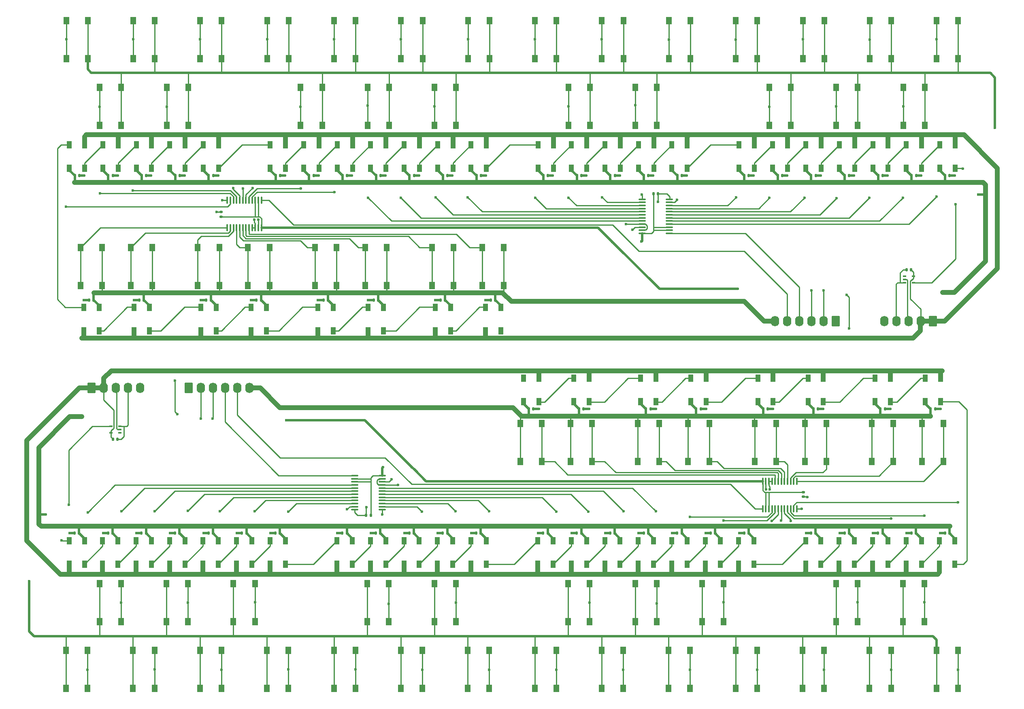
<source format=gbr>
%TF.GenerationSoftware,KiCad,Pcbnew,5.99.0-unknown-5db75805bd~106~ubuntu20.04.1*%
%TF.CreationDate,2021-01-05T12:39:37+10:00*%
%TF.ProjectId,panel_switch_piano_2up,70616e65-6c5f-4737-9769-7463685f7069,rev?*%
%TF.SameCoordinates,PX2faf080PY2160ec0*%
%TF.FileFunction,Copper,L1,Top*%
%TF.FilePolarity,Positive*%
%FSLAX46Y46*%
G04 Gerber Fmt 4.6, Leading zero omitted, Abs format (unit mm)*
G04 Created by KiCad (PCBNEW 5.99.0-unknown-5db75805bd~106~ubuntu20.04.1) date 2021-01-05 12:39:37*
%MOMM*%
%LPD*%
G01*
G04 APERTURE LIST*
G04 Aperture macros list*
%AMRoundRect*
0 Rectangle with rounded corners*
0 $1 Rounding radius*
0 $2 $3 $4 $5 $6 $7 $8 $9 X,Y pos of 4 corners*
0 Add a 4 corners polygon primitive as box body*
4,1,4,$2,$3,$4,$5,$6,$7,$8,$9,$2,$3,0*
0 Add four circle primitives for the rounded corners*
1,1,$1+$1,$2,$3,0*
1,1,$1+$1,$4,$5,0*
1,1,$1+$1,$6,$7,0*
1,1,$1+$1,$8,$9,0*
0 Add four rect primitives between the rounded corners*
20,1,$1+$1,$2,$3,$4,$5,0*
20,1,$1+$1,$4,$5,$6,$7,0*
20,1,$1+$1,$6,$7,$8,$9,0*
20,1,$1+$1,$8,$9,$2,$3,0*%
G04 Aperture macros list end*
%TA.AperFunction,SMDPad,CuDef*%
%ADD10RoundRect,0.140000X0.140000X0.170000X-0.140000X0.170000X-0.140000X-0.170000X0.140000X-0.170000X0*%
%TD*%
%TA.AperFunction,SMDPad,CuDef*%
%ADD11RoundRect,0.140000X-0.140000X-0.170000X0.140000X-0.170000X0.140000X0.170000X-0.140000X0.170000X0*%
%TD*%
%TA.AperFunction,SMDPad,CuDef*%
%ADD12R,1.000000X1.500000*%
%TD*%
%TA.AperFunction,SMDPad,CuDef*%
%ADD13R,1.300000X1.550000*%
%TD*%
%TA.AperFunction,SMDPad,CuDef*%
%ADD14RoundRect,0.100000X-0.100000X0.637500X-0.100000X-0.637500X0.100000X-0.637500X0.100000X0.637500X0*%
%TD*%
%TA.AperFunction,SMDPad,CuDef*%
%ADD15RoundRect,0.100000X0.637500X0.100000X-0.637500X0.100000X-0.637500X-0.100000X0.637500X-0.100000X0*%
%TD*%
%TA.AperFunction,ComponentPad*%
%ADD16RoundRect,0.250000X0.620000X0.845000X-0.620000X0.845000X-0.620000X-0.845000X0.620000X-0.845000X0*%
%TD*%
%TA.AperFunction,ComponentPad*%
%ADD17O,1.740000X2.190000*%
%TD*%
%TA.AperFunction,SMDPad,CuDef*%
%ADD18RoundRect,0.140000X0.170000X-0.140000X0.170000X0.140000X-0.170000X0.140000X-0.170000X-0.140000X0*%
%TD*%
%TA.AperFunction,SMDPad,CuDef*%
%ADD19R,0.650000X0.400000*%
%TD*%
%TA.AperFunction,ComponentPad*%
%ADD20RoundRect,0.250000X-0.620000X-0.845000X0.620000X-0.845000X0.620000X0.845000X-0.620000X0.845000X0*%
%TD*%
%TA.AperFunction,SMDPad,CuDef*%
%ADD21RoundRect,0.100000X0.100000X-0.637500X0.100000X0.637500X-0.100000X0.637500X-0.100000X-0.637500X0*%
%TD*%
%TA.AperFunction,SMDPad,CuDef*%
%ADD22RoundRect,0.140000X-0.170000X0.140000X-0.170000X-0.140000X0.170000X-0.140000X0.170000X0.140000X0*%
%TD*%
%TA.AperFunction,SMDPad,CuDef*%
%ADD23RoundRect,0.100000X-0.637500X-0.100000X0.637500X-0.100000X0.637500X0.100000X-0.637500X0.100000X0*%
%TD*%
%TA.AperFunction,ViaPad*%
%ADD24C,0.600000*%
%TD*%
%TA.AperFunction,Conductor*%
%ADD25C,0.250000*%
%TD*%
%TA.AperFunction,Conductor*%
%ADD26C,0.500000*%
%TD*%
%TA.AperFunction,Conductor*%
%ADD27C,1.000000*%
%TD*%
G04 APERTURE END LIST*
D10*
%TO.P,C31,1*%
%TO.N,GND*%
X51984466Y-41595534D03*
%TO.P,C31,2*%
%TO.N,+5V*%
X51024466Y-41595534D03*
%TD*%
D11*
%TO.P,C13,1*%
%TO.N,GND*%
X111024466Y-15595534D03*
%TO.P,C13,2*%
%TO.N,+5V*%
X111984466Y-15595534D03*
%TD*%
D10*
%TO.P,C1,1*%
%TO.N,+5V*%
X187934466Y-35305534D03*
%TO.P,C1,2*%
%TO.N,GND*%
X186974466Y-35305534D03*
%TD*%
D11*
%TO.P,C3,1*%
%TO.N,GND*%
X188024466Y-15595534D03*
%TO.P,C3,2*%
%TO.N,+5V*%
X188984466Y-15595534D03*
%TD*%
D12*
%TO.P,U33,1,VDD*%
%TO.N,+5V*%
X74404466Y-48045534D03*
%TO.P,U33,2,DOUT*%
%TO.N,Net-(U33-Pad2)*%
X77604466Y-48045534D03*
%TO.P,U33,3,VSS*%
%TO.N,GND*%
X77604466Y-43145534D03*
%TO.P,U33,4,DIN*%
%TO.N,Net-(U32-Pad2)*%
X74404466Y-43145534D03*
%TD*%
D10*
%TO.P,C30,1*%
%TO.N,GND*%
X41484466Y-41595534D03*
%TO.P,C30,2*%
%TO.N,+5V*%
X40524466Y-41595534D03*
%TD*%
D11*
%TO.P,C9,1*%
%TO.N,GND*%
X139024466Y-15595534D03*
%TO.P,C9,2*%
%TO.N,+5V*%
X139984466Y-15595534D03*
%TD*%
%TO.P,C18,1*%
%TO.N,GND*%
X69024466Y-15595534D03*
%TO.P,C18,2*%
%TO.N,+5V*%
X69984466Y-15595534D03*
%TD*%
%TO.P,C25,1*%
%TO.N,GND*%
X13024466Y-15595534D03*
%TO.P,C25,2*%
%TO.N,+5V*%
X13984466Y-15595534D03*
%TD*%
D13*
%TO.P,SW18,1,1*%
%TO.N,GND*%
X64754466Y2884466D03*
X64754466Y-5075534D03*
%TO.P,SW18,2,A*%
%TO.N,Net-(SW18-Pad2)*%
X60254466Y2884466D03*
X60254466Y-5075534D03*
%TD*%
D10*
%TO.P,C32,1*%
%TO.N,GND*%
X65984466Y-41595534D03*
%TO.P,C32,2*%
%TO.N,+5V*%
X65024466Y-41595534D03*
%TD*%
D14*
%TO.P,U27,1,~IRQ*%
%TO.N,/IRQ2*%
X52079466Y-20733034D03*
%TO.P,U27,2,A1*%
%TO.N,+3V3*%
X51429466Y-20733034D03*
%TO.P,U27,3,A2*%
X50779466Y-20733034D03*
%TO.P,U27,4,P0*%
%TO.N,Net-(SW17-Pad2)*%
X50129466Y-20733034D03*
%TO.P,U27,5,P1*%
%TO.N,Net-(SW18-Pad2)*%
X49479466Y-20733034D03*
%TO.P,U27,6,P2*%
%TO.N,Net-(SW19-Pad2)*%
X48829466Y-20733034D03*
%TO.P,U27,7,P3*%
%TO.N,Net-(SW20-Pad2)*%
X48179466Y-20733034D03*
%TO.P,U27,8,P4*%
%TO.N,Net-(SW21-Pad2)*%
X47529466Y-20733034D03*
%TO.P,U27,9,P5*%
%TO.N,Net-(SW22-Pad2)*%
X46879466Y-20733034D03*
%TO.P,U27,10,P6*%
%TO.N,Net-(SW23-Pad2)*%
X46229466Y-20733034D03*
%TO.P,U27,11,P7*%
%TO.N,Net-(SW24-Pad2)*%
X45579466Y-20733034D03*
%TO.P,U27,12,GND*%
%TO.N,GND*%
X44929466Y-20733034D03*
%TO.P,U27,13,P8*%
%TO.N,/keys/AUX1*%
X44929466Y-26458034D03*
%TO.P,U27,14,P9*%
%TO.N,/keys/AUX2*%
X45579466Y-26458034D03*
%TO.P,U27,15,P10*%
%TO.N,/keys/AUX3*%
X46229466Y-26458034D03*
%TO.P,U27,16,P11*%
%TO.N,/keys/AUX4*%
X46879466Y-26458034D03*
%TO.P,U27,17,P12*%
%TO.N,/keys/AUX5*%
X47529466Y-26458034D03*
%TO.P,U27,18,P13*%
%TO.N,/keys/AUX6*%
X48179466Y-26458034D03*
%TO.P,U27,19,P14*%
%TO.N,/keys/AUX7*%
X48829466Y-26458034D03*
%TO.P,U27,20,P15*%
%TO.N,/keys/AUX8*%
X49479466Y-26458034D03*
%TO.P,U27,21,A0*%
%TO.N,/I2C_SCL*%
X50129466Y-26458034D03*
%TO.P,U27,22,SCL*%
X50779466Y-26458034D03*
%TO.P,U27,23,SDA*%
%TO.N,/keys/I2C_SDA_1*%
X51429466Y-26458034D03*
%TO.P,U27,24,VCC*%
%TO.N,+3V3*%
X52079466Y-26458034D03*
%TD*%
D13*
%TO.P,SW21,1,1*%
%TO.N,GND*%
X36754466Y2884466D03*
X36754466Y-5075534D03*
%TO.P,SW21,2,A*%
%TO.N,Net-(SW21-Pad2)*%
X32254466Y-5075534D03*
X32254466Y2884466D03*
%TD*%
D12*
%TO.P,U15,1,VDD*%
%TO.N,+5V*%
X92104466Y-9145534D03*
%TO.P,U15,2,DOUT*%
%TO.N,Net-(U15-Pad2)*%
X88904466Y-9145534D03*
%TO.P,U15,3,VSS*%
%TO.N,GND*%
X88904466Y-14045534D03*
%TO.P,U15,4,DIN*%
%TO.N,Net-(U14-Pad2)*%
X92104466Y-14045534D03*
%TD*%
D13*
%TO.P,SW22,1,1*%
%TO.N,GND*%
X29754466Y8924466D03*
X29754466Y16884466D03*
%TO.P,SW22,2,A*%
%TO.N,Net-(SW22-Pad2)*%
X25254466Y8924466D03*
X25254466Y16884466D03*
%TD*%
D10*
%TO.P,C33,1*%
%TO.N,GND*%
X76484466Y-41595534D03*
%TO.P,C33,2*%
%TO.N,+5V*%
X75524466Y-41595534D03*
%TD*%
D13*
%TO.P,SW27,1,1*%
%TO.N,GND*%
X43254466Y-30615534D03*
X43254466Y-38575534D03*
%TO.P,SW27,2,A*%
%TO.N,/keys/AUX3*%
X38754466Y-38575534D03*
X38754466Y-30615534D03*
%TD*%
D12*
%TO.P,U28,1,VDD*%
%TO.N,+5V*%
X14904466Y-48045534D03*
%TO.P,U28,2,DOUT*%
%TO.N,Net-(U28-Pad2)*%
X18104466Y-48045534D03*
%TO.P,U28,3,VSS*%
%TO.N,GND*%
X18104466Y-43145534D03*
%TO.P,U28,4,DIN*%
%TO.N,/LED_DOUT_1*%
X14904466Y-43145534D03*
%TD*%
D15*
%TO.P,U26,1,~IRQ*%
%TO.N,/IRQ1*%
X137366966Y-27670534D03*
%TO.P,U26,2,A1*%
%TO.N,+3V3*%
X137366966Y-27020534D03*
%TO.P,U26,3,A2*%
X137366966Y-26370534D03*
%TO.P,U26,4,P0*%
%TO.N,Net-(SW1-Pad2)*%
X137366966Y-25720534D03*
%TO.P,U26,5,P1*%
%TO.N,Net-(SW2-Pad2)*%
X137366966Y-25070534D03*
%TO.P,U26,6,P2*%
%TO.N,Net-(SW3-Pad2)*%
X137366966Y-24420534D03*
%TO.P,U26,7,P3*%
%TO.N,Net-(SW4-Pad2)*%
X137366966Y-23770534D03*
%TO.P,U26,8,P4*%
%TO.N,Net-(SW5-Pad2)*%
X137366966Y-23120534D03*
%TO.P,U26,9,P5*%
%TO.N,Net-(SW6-Pad2)*%
X137366966Y-22470534D03*
%TO.P,U26,10,P6*%
%TO.N,Net-(SW7-Pad2)*%
X137366966Y-21820534D03*
%TO.P,U26,11,P7*%
%TO.N,Net-(SW8-Pad2)*%
X137366966Y-21170534D03*
%TO.P,U26,12,GND*%
%TO.N,GND*%
X137366966Y-20520534D03*
%TO.P,U26,13,P8*%
%TO.N,Net-(SW9-Pad2)*%
X131641966Y-20520534D03*
%TO.P,U26,14,P9*%
%TO.N,Net-(SW10-Pad2)*%
X131641966Y-21170534D03*
%TO.P,U26,15,P10*%
%TO.N,Net-(SW11-Pad2)*%
X131641966Y-21820534D03*
%TO.P,U26,16,P11*%
%TO.N,Net-(SW12-Pad2)*%
X131641966Y-22470534D03*
%TO.P,U26,17,P12*%
%TO.N,Net-(SW13-Pad2)*%
X131641966Y-23120534D03*
%TO.P,U26,18,P13*%
%TO.N,Net-(U26-Pad18)*%
X131641966Y-23770534D03*
%TO.P,U26,19,P14*%
%TO.N,Net-(U26-Pad19)*%
X131641966Y-24420534D03*
%TO.P,U26,20,P15*%
%TO.N,Net-(U26-Pad20)*%
X131641966Y-25070534D03*
%TO.P,U26,21,A0*%
%TO.N,/keys/I2C_SDA_1*%
X131641966Y-25720534D03*
%TO.P,U26,22,SCL*%
%TO.N,/I2C_SCL*%
X131641966Y-26370534D03*
%TO.P,U26,23,SDA*%
%TO.N,/keys/I2C_SDA_1*%
X131641966Y-27020534D03*
%TO.P,U26,24,VCC*%
%TO.N,+3V3*%
X131641966Y-27670534D03*
%TD*%
D13*
%TO.P,SW30,1,1*%
%TO.N,GND*%
X78254466Y-38575534D03*
X78254466Y-30615534D03*
%TO.P,SW30,2,A*%
%TO.N,/keys/AUX6*%
X73754466Y-38575534D03*
X73754466Y-30615534D03*
%TD*%
D11*
%TO.P,C21,1*%
%TO.N,GND*%
X41024466Y-15595534D03*
%TO.P,C21,2*%
%TO.N,+5V*%
X41984466Y-15595534D03*
%TD*%
D12*
%TO.P,U24,1,VDD*%
%TO.N,+5V*%
X22104466Y-9145534D03*
%TO.P,U24,2,DOUT*%
%TO.N,Net-(U24-Pad2)*%
X18904466Y-9145534D03*
%TO.P,U24,3,VSS*%
%TO.N,GND*%
X18904466Y-14045534D03*
%TO.P,U24,4,DIN*%
%TO.N,Net-(U23-Pad2)*%
X22104466Y-14045534D03*
%TD*%
%TO.P,U34,1,VDD*%
%TO.N,+5V*%
X88404466Y-48045534D03*
%TO.P,U34,2,DOUT*%
%TO.N,Net-(U34-Pad2)*%
X91604466Y-48045534D03*
%TO.P,U34,3,VSS*%
%TO.N,GND*%
X91604466Y-43145534D03*
%TO.P,U34,4,DIN*%
%TO.N,Net-(U33-Pad2)*%
X88404466Y-43145534D03*
%TD*%
%TO.P,U16,1,VDD*%
%TO.N,+5V*%
X85104466Y-9145534D03*
%TO.P,U16,2,DOUT*%
%TO.N,Net-(U17-Pad4)*%
X81904466Y-9145534D03*
%TO.P,U16,3,VSS*%
%TO.N,GND*%
X81904466Y-14045534D03*
%TO.P,U16,4,DIN*%
%TO.N,Net-(U15-Pad2)*%
X85104466Y-14045534D03*
%TD*%
D13*
%TO.P,SW1,1,1*%
%TO.N,GND*%
X197754466Y8924466D03*
X197754466Y16884466D03*
%TO.P,SW1,2,A*%
%TO.N,Net-(SW1-Pad2)*%
X193254466Y16884466D03*
X193254466Y8924466D03*
%TD*%
%TO.P,SW12,1,1*%
%TO.N,GND*%
X113754466Y16884466D03*
X113754466Y8924466D03*
%TO.P,SW12,2,A*%
%TO.N,Net-(SW12-Pad2)*%
X109254466Y8924466D03*
X109254466Y16884466D03*
%TD*%
%TO.P,SW13,1,1*%
%TO.N,GND*%
X99754466Y16884466D03*
X99754466Y8924466D03*
%TO.P,SW13,2,A*%
%TO.N,Net-(SW13-Pad2)*%
X95254466Y8924466D03*
X95254466Y16884466D03*
%TD*%
D16*
%TO.P,J2,1,Pin_1*%
%TO.N,+3V3*%
X172144466Y-46035534D03*
D17*
%TO.P,J2,2,Pin_2*%
%TO.N,/keys/I2C_SDA_1*%
X169604466Y-46035534D03*
%TO.P,J2,3,Pin_3*%
%TO.N,/I2C_SCL*%
X167064466Y-46035534D03*
%TO.P,J2,4,Pin_4*%
%TO.N,/IRQ1*%
X164524466Y-46035534D03*
%TO.P,J2,5,Pin_5*%
%TO.N,/IRQ2*%
X161984466Y-46035534D03*
%TO.P,J2,6,Pin_6*%
%TO.N,GND*%
X159444466Y-46035534D03*
%TD*%
D13*
%TO.P,SW7,1,1*%
%TO.N,GND*%
X155754466Y16884466D03*
X155754466Y8924466D03*
%TO.P,SW7,2,A*%
%TO.N,Net-(SW7-Pad2)*%
X151254466Y8924466D03*
X151254466Y16884466D03*
%TD*%
D12*
%TO.P,U18,1,VDD*%
%TO.N,+5V*%
X71104466Y-9145534D03*
%TO.P,U18,2,DOUT*%
%TO.N,Net-(U18-Pad2)*%
X67904466Y-9145534D03*
%TO.P,U18,3,VSS*%
%TO.N,GND*%
X67904466Y-14045534D03*
%TO.P,U18,4,DIN*%
%TO.N,Net-(U17-Pad2)*%
X71104466Y-14045534D03*
%TD*%
D11*
%TO.P,C12,1*%
%TO.N,GND*%
X118024466Y-15595534D03*
%TO.P,C12,2*%
%TO.N,+5V*%
X118984466Y-15595534D03*
%TD*%
D12*
%TO.P,U12,1,VDD*%
%TO.N,+5V*%
X120104466Y-9145534D03*
%TO.P,U12,2,DOUT*%
%TO.N,Net-(U12-Pad2)*%
X116904466Y-9145534D03*
%TO.P,U12,3,VSS*%
%TO.N,GND*%
X116904466Y-14045534D03*
%TO.P,U12,4,DIN*%
%TO.N,Net-(U11-Pad2)*%
X120104466Y-14045534D03*
%TD*%
D13*
%TO.P,SW11,1,1*%
%TO.N,GND*%
X120754466Y2884466D03*
X120754466Y-5075534D03*
%TO.P,SW11,2,A*%
%TO.N,Net-(SW11-Pad2)*%
X116254466Y-5075534D03*
X116254466Y2884466D03*
%TD*%
D11*
%TO.P,C22,1*%
%TO.N,GND*%
X34024466Y-15595534D03*
%TO.P,C22,2*%
%TO.N,+5V*%
X34984466Y-15595534D03*
%TD*%
D12*
%TO.P,U14,1,VDD*%
%TO.N,+5V*%
X99104466Y-9145534D03*
%TO.P,U14,2,DOUT*%
%TO.N,Net-(U14-Pad2)*%
X95904466Y-9145534D03*
%TO.P,U14,3,VSS*%
%TO.N,GND*%
X95904466Y-14045534D03*
%TO.P,U14,4,DIN*%
%TO.N,Net-(U13-Pad2)*%
X99104466Y-14045534D03*
%TD*%
D13*
%TO.P,SW14,1,1*%
%TO.N,GND*%
X92754466Y2884466D03*
X92754466Y-5075534D03*
%TO.P,SW14,2,A*%
%TO.N,Net-(U26-Pad18)*%
X88254466Y2884466D03*
X88254466Y-5075534D03*
%TD*%
D12*
%TO.P,U9,1,VDD*%
%TO.N,+5V*%
X141104466Y-9145534D03*
%TO.P,U9,2,DOUT*%
%TO.N,Net-(U10-Pad4)*%
X137904466Y-9145534D03*
%TO.P,U9,3,VSS*%
%TO.N,GND*%
X137904466Y-14045534D03*
%TO.P,U9,4,DIN*%
%TO.N,Net-(U8-Pad2)*%
X141104466Y-14045534D03*
%TD*%
D13*
%TO.P,SW17,1,1*%
%TO.N,GND*%
X71754466Y8924466D03*
X71754466Y16884466D03*
%TO.P,SW17,2,A*%
%TO.N,Net-(SW17-Pad2)*%
X67254466Y16884466D03*
X67254466Y8924466D03*
%TD*%
%TO.P,SW19,1,1*%
%TO.N,GND*%
X57754466Y16884466D03*
X57754466Y8924466D03*
%TO.P,SW19,2,A*%
%TO.N,Net-(SW19-Pad2)*%
X53254466Y8924466D03*
X53254466Y16884466D03*
%TD*%
%TO.P,SW24,1,1*%
%TO.N,GND*%
X15754466Y8924466D03*
X15754466Y16884466D03*
%TO.P,SW24,2,A*%
%TO.N,Net-(SW24-Pad2)*%
X11254466Y16884466D03*
X11254466Y8924466D03*
%TD*%
D12*
%TO.P,U13,1,VDD*%
%TO.N,+5V*%
X113104466Y-9145534D03*
%TO.P,U13,2,DOUT*%
%TO.N,Net-(U13-Pad2)*%
X109904466Y-9145534D03*
%TO.P,U13,3,VSS*%
%TO.N,GND*%
X109904466Y-14045534D03*
%TO.P,U13,4,DIN*%
%TO.N,Net-(U12-Pad2)*%
X113104466Y-14045534D03*
%TD*%
D13*
%TO.P,SW10,1,1*%
%TO.N,GND*%
X127754466Y8924466D03*
X127754466Y16884466D03*
%TO.P,SW10,2,A*%
%TO.N,Net-(SW10-Pad2)*%
X123254466Y16884466D03*
X123254466Y8924466D03*
%TD*%
D12*
%TO.P,U10,1,VDD*%
%TO.N,+5V*%
X134104466Y-9145534D03*
%TO.P,U10,2,DOUT*%
%TO.N,Net-(U10-Pad2)*%
X130904466Y-9145534D03*
%TO.P,U10,3,VSS*%
%TO.N,GND*%
X130904466Y-14045534D03*
%TO.P,U10,4,DIN*%
%TO.N,Net-(U10-Pad4)*%
X134104466Y-14045534D03*
%TD*%
%TO.P,U35,1,VDD*%
%TO.N,+5V*%
X98904466Y-48045534D03*
%TO.P,U35,2,DOUT*%
%TO.N,/LED_DOUT*%
X102104466Y-48045534D03*
%TO.P,U35,3,VSS*%
%TO.N,GND*%
X102104466Y-43145534D03*
%TO.P,U35,4,DIN*%
%TO.N,Net-(U34-Pad2)*%
X98904466Y-43145534D03*
%TD*%
D13*
%TO.P,SW6,1,1*%
%TO.N,GND*%
X162754466Y-5075534D03*
X162754466Y2884466D03*
%TO.P,SW6,2,A*%
%TO.N,Net-(SW6-Pad2)*%
X158254466Y2884466D03*
X158254466Y-5075534D03*
%TD*%
D12*
%TO.P,U23,1,VDD*%
%TO.N,+5V*%
X29104466Y-9145534D03*
%TO.P,U23,2,DOUT*%
%TO.N,Net-(U23-Pad2)*%
X25904466Y-9145534D03*
%TO.P,U23,3,VSS*%
%TO.N,GND*%
X25904466Y-14045534D03*
%TO.P,U23,4,DIN*%
%TO.N,Net-(U22-Pad2)*%
X29104466Y-14045534D03*
%TD*%
%TO.P,U8,1,VDD*%
%TO.N,+5V*%
X155104466Y-9145534D03*
%TO.P,U8,2,DOUT*%
%TO.N,Net-(U8-Pad2)*%
X151904466Y-9145534D03*
%TO.P,U8,3,VSS*%
%TO.N,GND*%
X151904466Y-14045534D03*
%TO.P,U8,4,DIN*%
%TO.N,Net-(U7-Pad2)*%
X155104466Y-14045534D03*
%TD*%
D13*
%TO.P,SW32,1,1*%
%TO.N,GND*%
X102754466Y-38575534D03*
X102754466Y-30615534D03*
%TO.P,SW32,2,A*%
%TO.N,/keys/AUX8*%
X98254466Y-30615534D03*
X98254466Y-38575534D03*
%TD*%
D11*
%TO.P,C17,1*%
%TO.N,GND*%
X76024466Y-15595534D03*
%TO.P,C17,2*%
%TO.N,+5V*%
X76984466Y-15595534D03*
%TD*%
D12*
%TO.P,U17,1,VDD*%
%TO.N,+5V*%
X78104466Y-9145534D03*
%TO.P,U17,2,DOUT*%
%TO.N,Net-(U17-Pad2)*%
X74904466Y-9145534D03*
%TO.P,U17,3,VSS*%
%TO.N,GND*%
X74904466Y-14045534D03*
%TO.P,U17,4,DIN*%
%TO.N,Net-(U17-Pad4)*%
X78104466Y-14045534D03*
%TD*%
%TO.P,U11,1,VDD*%
%TO.N,+5V*%
X127104466Y-9145534D03*
%TO.P,U11,2,DOUT*%
%TO.N,Net-(U11-Pad2)*%
X123904466Y-9145534D03*
%TO.P,U11,3,VSS*%
%TO.N,GND*%
X123904466Y-14045534D03*
%TO.P,U11,4,DIN*%
%TO.N,Net-(U10-Pad2)*%
X127104466Y-14045534D03*
%TD*%
D10*
%TO.P,C35,1*%
%TO.N,GND*%
X100984466Y-41595534D03*
%TO.P,C35,2*%
%TO.N,+5V*%
X100024466Y-41595534D03*
%TD*%
D13*
%TO.P,SW15,1,1*%
%TO.N,GND*%
X85754466Y16884466D03*
X85754466Y8924466D03*
%TO.P,SW15,2,A*%
%TO.N,Net-(U26-Pad19)*%
X81254466Y8924466D03*
X81254466Y16884466D03*
%TD*%
D12*
%TO.P,U31,1,VDD*%
%TO.N,+5V*%
X49904466Y-48045534D03*
%TO.P,U31,2,DOUT*%
%TO.N,Net-(U31-Pad2)*%
X53104466Y-48045534D03*
%TO.P,U31,3,VSS*%
%TO.N,GND*%
X53104466Y-43145534D03*
%TO.P,U31,4,DIN*%
%TO.N,Net-(U30-Pad2)*%
X49904466Y-43145534D03*
%TD*%
%TO.P,U20,1,VDD*%
%TO.N,+5V*%
X57104466Y-9145534D03*
%TO.P,U20,2,DOUT*%
%TO.N,Net-(U20-Pad2)*%
X53904466Y-9145534D03*
%TO.P,U20,3,VSS*%
%TO.N,GND*%
X53904466Y-14045534D03*
%TO.P,U20,4,DIN*%
%TO.N,Net-(U19-Pad2)*%
X57104466Y-14045534D03*
%TD*%
D11*
%TO.P,C2,1*%
%TO.N,GND*%
X195024466Y-15595534D03*
%TO.P,C2,2*%
%TO.N,+5V*%
X195984466Y-15595534D03*
%TD*%
D13*
%TO.P,SW4,1,1*%
%TO.N,GND*%
X176754466Y-5075534D03*
X176754466Y2884466D03*
%TO.P,SW4,2,A*%
%TO.N,Net-(SW4-Pad2)*%
X172254466Y-5075534D03*
X172254466Y2884466D03*
%TD*%
D11*
%TO.P,C20,1*%
%TO.N,GND*%
X55024466Y-15595534D03*
%TO.P,C20,2*%
%TO.N,+5V*%
X55984466Y-15595534D03*
%TD*%
D13*
%TO.P,SW26,1,1*%
%TO.N,GND*%
X29254466Y-30615534D03*
X29254466Y-38575534D03*
%TO.P,SW26,2,A*%
%TO.N,/keys/AUX2*%
X24754466Y-30615534D03*
X24754466Y-38575534D03*
%TD*%
%TO.P,SW25,1,1*%
%TO.N,GND*%
X18754466Y-30615534D03*
X18754466Y-38575534D03*
%TO.P,SW25,2,A*%
%TO.N,/keys/AUX1*%
X14254466Y-38575534D03*
X14254466Y-30615534D03*
%TD*%
%TO.P,SW2,1,1*%
%TO.N,GND*%
X190754466Y2884466D03*
X190754466Y-5075534D03*
%TO.P,SW2,2,A*%
%TO.N,Net-(SW2-Pad2)*%
X186254466Y2884466D03*
X186254466Y-5075534D03*
%TD*%
D11*
%TO.P,C14,1*%
%TO.N,GND*%
X97024466Y-15595534D03*
%TO.P,C14,2*%
%TO.N,+5V*%
X97984466Y-15595534D03*
%TD*%
D12*
%TO.P,U3,1,VDD*%
%TO.N,+5V*%
X190104466Y-9145534D03*
%TO.P,U3,2,DOUT*%
%TO.N,Net-(U3-Pad2)*%
X186904466Y-9145534D03*
%TO.P,U3,3,VSS*%
%TO.N,GND*%
X186904466Y-14045534D03*
%TO.P,U3,4,DIN*%
%TO.N,Net-(U2-Pad2)*%
X190104466Y-14045534D03*
%TD*%
D10*
%TO.P,C34,1*%
%TO.N,GND*%
X90484466Y-41595534D03*
%TO.P,C34,2*%
%TO.N,+5V*%
X89524466Y-41595534D03*
%TD*%
D12*
%TO.P,U22,1,VDD*%
%TO.N,+5V*%
X36104466Y-9145534D03*
%TO.P,U22,2,DOUT*%
%TO.N,Net-(U22-Pad2)*%
X32904466Y-9145534D03*
%TO.P,U22,3,VSS*%
%TO.N,GND*%
X32904466Y-14045534D03*
%TO.P,U22,4,DIN*%
%TO.N,Net-(U22-Pad4)*%
X36104466Y-14045534D03*
%TD*%
D13*
%TO.P,SW20,1,1*%
%TO.N,GND*%
X43754466Y8924466D03*
X43754466Y16884466D03*
%TO.P,SW20,2,A*%
%TO.N,Net-(SW20-Pad2)*%
X39254466Y16884466D03*
X39254466Y8924466D03*
%TD*%
%TO.P,SW3,1,1*%
%TO.N,GND*%
X183754466Y8924466D03*
X183754466Y16884466D03*
%TO.P,SW3,2,A*%
%TO.N,Net-(SW3-Pad2)*%
X179254466Y16884466D03*
X179254466Y8924466D03*
%TD*%
%TO.P,SW5,1,1*%
%TO.N,GND*%
X169754466Y16884466D03*
X169754466Y8924466D03*
%TO.P,SW5,2,A*%
%TO.N,Net-(SW5-Pad2)*%
X165254466Y16884466D03*
X165254466Y8924466D03*
%TD*%
D10*
%TO.P,C29,1*%
%TO.N,GND*%
X27484466Y-41595534D03*
%TO.P,C29,2*%
%TO.N,+5V*%
X26524466Y-41595534D03*
%TD*%
D12*
%TO.P,U25,1,VDD*%
%TO.N,+5V*%
X15104466Y-9145534D03*
%TO.P,U25,2,DOUT*%
%TO.N,/LED_DOUT_1*%
X11904466Y-9145534D03*
%TO.P,U25,3,VSS*%
%TO.N,GND*%
X11904466Y-14045534D03*
%TO.P,U25,4,DIN*%
%TO.N,Net-(U24-Pad2)*%
X15104466Y-14045534D03*
%TD*%
D18*
%TO.P,C27,1*%
%TO.N,+3V3*%
X43604466Y-24175534D03*
%TO.P,C27,2*%
%TO.N,GND*%
X43604466Y-23215534D03*
%TD*%
D11*
%TO.P,C24,1*%
%TO.N,GND*%
X20024466Y-15595534D03*
%TO.P,C24,2*%
%TO.N,+5V*%
X20984466Y-15595534D03*
%TD*%
%TO.P,C19,1*%
%TO.N,GND*%
X62024466Y-15595534D03*
%TO.P,C19,2*%
%TO.N,+5V*%
X62984466Y-15595534D03*
%TD*%
D12*
%TO.P,U19,1,VDD*%
%TO.N,+5V*%
X64104466Y-9145534D03*
%TO.P,U19,2,DOUT*%
%TO.N,Net-(U19-Pad2)*%
X60904466Y-9145534D03*
%TO.P,U19,3,VSS*%
%TO.N,GND*%
X60904466Y-14045534D03*
%TO.P,U19,4,DIN*%
%TO.N,Net-(U18-Pad2)*%
X64104466Y-14045534D03*
%TD*%
D11*
%TO.P,C5,1*%
%TO.N,GND*%
X174024466Y-15595534D03*
%TO.P,C5,2*%
%TO.N,+5V*%
X174984466Y-15595534D03*
%TD*%
D12*
%TO.P,U2,1,VDD*%
%TO.N,+5V*%
X197104466Y-9145534D03*
%TO.P,U2,2,DOUT*%
%TO.N,Net-(U2-Pad2)*%
X193904466Y-9145534D03*
%TO.P,U2,3,VSS*%
%TO.N,GND*%
X193904466Y-14045534D03*
%TO.P,U2,4,DIN*%
%TO.N,/LED_DIN*%
X197104466Y-14045534D03*
%TD*%
D11*
%TO.P,C4,1*%
%TO.N,GND*%
X181024466Y-15595534D03*
%TO.P,C4,2*%
%TO.N,+5V*%
X181984466Y-15595534D03*
%TD*%
D12*
%TO.P,U32,1,VDD*%
%TO.N,+5V*%
X63904466Y-48045534D03*
%TO.P,U32,2,DOUT*%
%TO.N,Net-(U32-Pad2)*%
X67104466Y-48045534D03*
%TO.P,U32,3,VSS*%
%TO.N,GND*%
X67104466Y-43145534D03*
%TO.P,U32,4,DIN*%
%TO.N,Net-(U31-Pad2)*%
X63904466Y-43145534D03*
%TD*%
%TO.P,U4,1,VDD*%
%TO.N,+5V*%
X183104466Y-9145534D03*
%TO.P,U4,2,DOUT*%
%TO.N,Net-(U4-Pad2)*%
X179904466Y-9145534D03*
%TO.P,U4,3,VSS*%
%TO.N,GND*%
X179904466Y-14045534D03*
%TO.P,U4,4,DIN*%
%TO.N,Net-(U3-Pad2)*%
X183104466Y-14045534D03*
%TD*%
D13*
%TO.P,SW16,1,1*%
%TO.N,GND*%
X78754466Y-5075534D03*
X78754466Y2884466D03*
%TO.P,SW16,2,A*%
%TO.N,Net-(U26-Pad20)*%
X74254466Y-5075534D03*
X74254466Y2884466D03*
%TD*%
D10*
%TO.P,C28,1*%
%TO.N,GND*%
X16984466Y-41595534D03*
%TO.P,C28,2*%
%TO.N,+5V*%
X16024466Y-41595534D03*
%TD*%
D12*
%TO.P,U6,1,VDD*%
%TO.N,+5V*%
X169104466Y-9145534D03*
%TO.P,U6,2,DOUT*%
%TO.N,Net-(U6-Pad2)*%
X165904466Y-9145534D03*
%TO.P,U6,3,VSS*%
%TO.N,GND*%
X165904466Y-14045534D03*
%TO.P,U6,4,DIN*%
%TO.N,Net-(U5-Pad2)*%
X169104466Y-14045534D03*
%TD*%
D11*
%TO.P,C6,1*%
%TO.N,GND*%
X167024466Y-15595534D03*
%TO.P,C6,2*%
%TO.N,+5V*%
X167984466Y-15595534D03*
%TD*%
D13*
%TO.P,SW29,1,1*%
%TO.N,GND*%
X67754466Y-38575534D03*
X67754466Y-30615534D03*
%TO.P,SW29,2,A*%
%TO.N,/keys/AUX5*%
X63254466Y-30615534D03*
X63254466Y-38575534D03*
%TD*%
D12*
%TO.P,U5,1,VDD*%
%TO.N,+5V*%
X176104466Y-9145534D03*
%TO.P,U5,2,DOUT*%
%TO.N,Net-(U5-Pad2)*%
X172904466Y-9145534D03*
%TO.P,U5,3,VSS*%
%TO.N,GND*%
X172904466Y-14045534D03*
%TO.P,U5,4,DIN*%
%TO.N,Net-(U4-Pad2)*%
X176104466Y-14045534D03*
%TD*%
D11*
%TO.P,C23,1*%
%TO.N,GND*%
X27024466Y-15595534D03*
%TO.P,C23,2*%
%TO.N,+5V*%
X27984466Y-15595534D03*
%TD*%
D13*
%TO.P,SW9,1,1*%
%TO.N,GND*%
X134754466Y-5075534D03*
X134754466Y2884466D03*
%TO.P,SW9,2,A*%
%TO.N,Net-(SW9-Pad2)*%
X130254466Y2884466D03*
X130254466Y-5075534D03*
%TD*%
D16*
%TO.P,J1,1,Pin_1*%
%TO.N,+5V*%
X192464466Y-46035534D03*
D17*
%TO.P,J1,2,Pin_2*%
X189924466Y-46035534D03*
%TO.P,J1,3,Pin_3*%
%TO.N,Net-(J1-Pad3)*%
X187384466Y-46035534D03*
%TO.P,J1,4,Pin_4*%
%TO.N,GND*%
X184844466Y-46035534D03*
%TO.P,J1,5,Pin_5*%
X182304466Y-46035534D03*
%TD*%
D11*
%TO.P,C10,1*%
%TO.N,GND*%
X132024466Y-15595534D03*
%TO.P,C10,2*%
%TO.N,+5V*%
X132984466Y-15595534D03*
%TD*%
%TO.P,C7,1*%
%TO.N,GND*%
X160024466Y-15595534D03*
%TO.P,C7,2*%
%TO.N,+5V*%
X160984466Y-15595534D03*
%TD*%
D12*
%TO.P,U29,1,VDD*%
%TO.N,+5V*%
X25404466Y-48045534D03*
%TO.P,U29,2,DOUT*%
%TO.N,Net-(U29-Pad2)*%
X28604466Y-48045534D03*
%TO.P,U29,3,VSS*%
%TO.N,GND*%
X28604466Y-43145534D03*
%TO.P,U29,4,DIN*%
%TO.N,Net-(U28-Pad2)*%
X25404466Y-43145534D03*
%TD*%
%TO.P,U21,1,VDD*%
%TO.N,+5V*%
X43104466Y-9145534D03*
%TO.P,U21,2,DOUT*%
%TO.N,Net-(U22-Pad4)*%
X39904466Y-9145534D03*
%TO.P,U21,3,VSS*%
%TO.N,GND*%
X39904466Y-14045534D03*
%TO.P,U21,4,DIN*%
%TO.N,Net-(U20-Pad2)*%
X43104466Y-14045534D03*
%TD*%
D13*
%TO.P,SW28,1,1*%
%TO.N,GND*%
X53754466Y-30615534D03*
X53754466Y-38575534D03*
%TO.P,SW28,2,A*%
%TO.N,/keys/AUX4*%
X49254466Y-38575534D03*
X49254466Y-30615534D03*
%TD*%
D12*
%TO.P,U7,1,VDD*%
%TO.N,+5V*%
X162104466Y-9145534D03*
%TO.P,U7,2,DOUT*%
%TO.N,Net-(U7-Pad2)*%
X158904466Y-9145534D03*
%TO.P,U7,3,VSS*%
%TO.N,GND*%
X158904466Y-14045534D03*
%TO.P,U7,4,DIN*%
%TO.N,Net-(U6-Pad2)*%
X162104466Y-14045534D03*
%TD*%
D11*
%TO.P,C26,1*%
%TO.N,+3V3*%
X134024466Y-19395534D03*
%TO.P,C26,2*%
%TO.N,GND*%
X134984466Y-19395534D03*
%TD*%
D13*
%TO.P,SW23,1,1*%
%TO.N,GND*%
X22754466Y-5075534D03*
X22754466Y2884466D03*
%TO.P,SW23,2,A*%
%TO.N,Net-(SW23-Pad2)*%
X18254466Y-5075534D03*
X18254466Y2884466D03*
%TD*%
D11*
%TO.P,C16,1*%
%TO.N,GND*%
X83024466Y-15595534D03*
%TO.P,C16,2*%
%TO.N,+5V*%
X83984466Y-15595534D03*
%TD*%
%TO.P,C11,1*%
%TO.N,GND*%
X125024466Y-15595534D03*
%TO.P,C11,2*%
%TO.N,+5V*%
X125984466Y-15595534D03*
%TD*%
%TO.P,C15,1*%
%TO.N,GND*%
X90024466Y-15595534D03*
%TO.P,C15,2*%
%TO.N,+5V*%
X90984466Y-15595534D03*
%TD*%
D13*
%TO.P,SW31,1,1*%
%TO.N,GND*%
X92254466Y-30615534D03*
X92254466Y-38575534D03*
%TO.P,SW31,2,A*%
%TO.N,/keys/AUX7*%
X87754466Y-38575534D03*
X87754466Y-30615534D03*
%TD*%
D12*
%TO.P,U30,1,VDD*%
%TO.N,+5V*%
X39404466Y-48045534D03*
%TO.P,U30,2,DOUT*%
%TO.N,Net-(U30-Pad2)*%
X42604466Y-48045534D03*
%TO.P,U30,3,VSS*%
%TO.N,GND*%
X42604466Y-43145534D03*
%TO.P,U30,4,DIN*%
%TO.N,Net-(U29-Pad2)*%
X39404466Y-43145534D03*
%TD*%
D11*
%TO.P,C8,1*%
%TO.N,GND*%
X153024466Y-15595534D03*
%TO.P,C8,2*%
%TO.N,+5V*%
X153984466Y-15595534D03*
%TD*%
D13*
%TO.P,SW8,1,1*%
%TO.N,GND*%
X141754466Y16884466D03*
X141754466Y8924466D03*
%TO.P,SW8,2,A*%
%TO.N,Net-(SW8-Pad2)*%
X137254466Y8924466D03*
X137254466Y16884466D03*
%TD*%
D19*
%TO.P,U1,1*%
%TO.N,N/C*%
X186504466Y-36655534D03*
%TO.P,U1,2,A*%
%TO.N,Net-(J1-Pad3)*%
X186504466Y-37305534D03*
%TO.P,U1,3,GND*%
%TO.N,GND*%
X186504466Y-37955534D03*
%TO.P,U1,4,Y*%
%TO.N,/LED_DIN*%
X188404466Y-37955534D03*
%TO.P,U1,5,VCC*%
%TO.N,+5V*%
X188404466Y-36655534D03*
%TD*%
D20*
%TO.P,J2,1,Pin_1*%
%TO.N,+3V3*%
X36820000Y-60000000D03*
D17*
%TO.P,J2,2,Pin_2*%
%TO.N,/keys/I2C_SDA_1*%
X39360000Y-60000000D03*
%TO.P,J2,3,Pin_3*%
%TO.N,/I2C_SCL*%
X41900000Y-60000000D03*
%TO.P,J2,4,Pin_4*%
%TO.N,/IRQ1*%
X44440000Y-60000000D03*
%TO.P,J2,5,Pin_5*%
%TO.N,/IRQ2*%
X46980000Y-60000000D03*
%TO.P,J2,6,Pin_6*%
%TO.N,GND*%
X49520000Y-60000000D03*
%TD*%
D10*
%TO.P,C7,1*%
%TO.N,GND*%
X48940000Y-90440000D03*
%TO.P,C7,2*%
%TO.N,+5V*%
X47980000Y-90440000D03*
%TD*%
%TO.P,C2,1*%
%TO.N,GND*%
X13940000Y-90440000D03*
%TO.P,C2,2*%
%TO.N,+5V*%
X12980000Y-90440000D03*
%TD*%
D12*
%TO.P,U32,1,VDD*%
%TO.N,+5V*%
X145060000Y-57990000D03*
%TO.P,U32,2,DOUT*%
%TO.N,Net-(U32-Pad2)*%
X141860000Y-57990000D03*
%TO.P,U32,3,VSS*%
%TO.N,GND*%
X141860000Y-62890000D03*
%TO.P,U32,4,DIN*%
%TO.N,Net-(U31-Pad2)*%
X145060000Y-62890000D03*
%TD*%
D13*
%TO.P,SW5,1,1*%
%TO.N,GND*%
X39210000Y-114960000D03*
X39210000Y-122920000D03*
%TO.P,SW5,2,A*%
%TO.N,Net-(SW5-Pad2)*%
X43710000Y-122920000D03*
X43710000Y-114960000D03*
%TD*%
%TO.P,SW27,1,1*%
%TO.N,GND*%
X165710000Y-67460000D03*
X165710000Y-75420000D03*
%TO.P,SW27,2,A*%
%TO.N,/keys/AUX3*%
X170210000Y-75420000D03*
X170210000Y-67460000D03*
%TD*%
D12*
%TO.P,U25,1,VDD*%
%TO.N,+5V*%
X193860000Y-96890000D03*
%TO.P,U25,2,DOUT*%
%TO.N,/LED_DOUT_1*%
X197060000Y-96890000D03*
%TO.P,U25,3,VSS*%
%TO.N,GND*%
X197060000Y-91990000D03*
%TO.P,U25,4,DIN*%
%TO.N,Net-(U24-Pad2)*%
X193860000Y-91990000D03*
%TD*%
D13*
%TO.P,SW1,1,1*%
%TO.N,GND*%
X11210000Y-114960000D03*
X11210000Y-122920000D03*
%TO.P,SW1,2,A*%
%TO.N,Net-(SW1-Pad2)*%
X15710000Y-114960000D03*
X15710000Y-122920000D03*
%TD*%
%TO.P,SW21,1,1*%
%TO.N,GND*%
X172210000Y-108920000D03*
X172210000Y-100960000D03*
%TO.P,SW21,2,A*%
%TO.N,Net-(SW21-Pad2)*%
X176710000Y-108920000D03*
X176710000Y-100960000D03*
%TD*%
D11*
%TO.P,C29,1*%
%TO.N,GND*%
X181480000Y-64440000D03*
%TO.P,C29,2*%
%TO.N,+5V*%
X182440000Y-64440000D03*
%TD*%
D12*
%TO.P,U18,1,VDD*%
%TO.N,+5V*%
X137860000Y-96890000D03*
%TO.P,U18,2,DOUT*%
%TO.N,Net-(U18-Pad2)*%
X141060000Y-96890000D03*
%TO.P,U18,3,VSS*%
%TO.N,GND*%
X141060000Y-91990000D03*
%TO.P,U18,4,DIN*%
%TO.N,Net-(U17-Pad2)*%
X137860000Y-91990000D03*
%TD*%
%TO.P,U8,1,VDD*%
%TO.N,+5V*%
X53860000Y-96890000D03*
%TO.P,U8,2,DOUT*%
%TO.N,Net-(U8-Pad2)*%
X57060000Y-96890000D03*
%TO.P,U8,3,VSS*%
%TO.N,GND*%
X57060000Y-91990000D03*
%TO.P,U8,4,DIN*%
%TO.N,Net-(U7-Pad2)*%
X53860000Y-91990000D03*
%TD*%
D13*
%TO.P,SW17,1,1*%
%TO.N,GND*%
X137210000Y-122920000D03*
X137210000Y-114960000D03*
%TO.P,SW17,2,A*%
%TO.N,Net-(SW17-Pad2)*%
X141710000Y-114960000D03*
X141710000Y-122920000D03*
%TD*%
%TO.P,SW7,1,1*%
%TO.N,GND*%
X53210000Y-122920000D03*
X53210000Y-114960000D03*
%TO.P,SW7,2,A*%
%TO.N,Net-(SW7-Pad2)*%
X57710000Y-114960000D03*
X57710000Y-122920000D03*
%TD*%
%TO.P,SW24,1,1*%
%TO.N,GND*%
X193210000Y-114960000D03*
X193210000Y-122920000D03*
%TO.P,SW24,2,A*%
%TO.N,Net-(SW24-Pad2)*%
X197710000Y-114960000D03*
X197710000Y-122920000D03*
%TD*%
%TO.P,SW19,1,1*%
%TO.N,GND*%
X151210000Y-114960000D03*
X151210000Y-122920000D03*
%TO.P,SW19,2,A*%
%TO.N,Net-(SW19-Pad2)*%
X155710000Y-122920000D03*
X155710000Y-114960000D03*
%TD*%
D11*
%TO.P,C28,1*%
%TO.N,GND*%
X191980000Y-64440000D03*
%TO.P,C28,2*%
%TO.N,+5V*%
X192940000Y-64440000D03*
%TD*%
D10*
%TO.P,C10,1*%
%TO.N,GND*%
X76940000Y-90440000D03*
%TO.P,C10,2*%
%TO.N,+5V*%
X75980000Y-90440000D03*
%TD*%
%TO.P,C14,1*%
%TO.N,GND*%
X111940000Y-90440000D03*
%TO.P,C14,2*%
%TO.N,+5V*%
X110980000Y-90440000D03*
%TD*%
%TO.P,C22,1*%
%TO.N,GND*%
X174940000Y-90440000D03*
%TO.P,C22,2*%
%TO.N,+5V*%
X173980000Y-90440000D03*
%TD*%
%TO.P,C19,1*%
%TO.N,GND*%
X146940000Y-90440000D03*
%TO.P,C19,2*%
%TO.N,+5V*%
X145980000Y-90440000D03*
%TD*%
D13*
%TO.P,SW29,1,1*%
%TO.N,GND*%
X141210000Y-67460000D03*
X141210000Y-75420000D03*
%TO.P,SW29,2,A*%
%TO.N,/keys/AUX5*%
X145710000Y-67460000D03*
X145710000Y-75420000D03*
%TD*%
D12*
%TO.P,U22,1,VDD*%
%TO.N,+5V*%
X172860000Y-96890000D03*
%TO.P,U22,2,DOUT*%
%TO.N,Net-(U22-Pad2)*%
X176060000Y-96890000D03*
%TO.P,U22,3,VSS*%
%TO.N,GND*%
X176060000Y-91990000D03*
%TO.P,U22,4,DIN*%
%TO.N,Net-(U22-Pad4)*%
X172860000Y-91990000D03*
%TD*%
%TO.P,U4,1,VDD*%
%TO.N,+5V*%
X25860000Y-96890000D03*
%TO.P,U4,2,DOUT*%
%TO.N,Net-(U4-Pad2)*%
X29060000Y-96890000D03*
%TO.P,U4,3,VSS*%
%TO.N,GND*%
X29060000Y-91990000D03*
%TO.P,U4,4,DIN*%
%TO.N,Net-(U3-Pad2)*%
X25860000Y-91990000D03*
%TD*%
D10*
%TO.P,C4,1*%
%TO.N,GND*%
X27940000Y-90440000D03*
%TO.P,C4,2*%
%TO.N,+5V*%
X26980000Y-90440000D03*
%TD*%
D12*
%TO.P,U13,1,VDD*%
%TO.N,+5V*%
X95860000Y-96890000D03*
%TO.P,U13,2,DOUT*%
%TO.N,Net-(U13-Pad2)*%
X99060000Y-96890000D03*
%TO.P,U13,3,VSS*%
%TO.N,GND*%
X99060000Y-91990000D03*
%TO.P,U13,4,DIN*%
%TO.N,Net-(U12-Pad2)*%
X95860000Y-91990000D03*
%TD*%
D11*
%TO.P,C30,1*%
%TO.N,GND*%
X167480000Y-64440000D03*
%TO.P,C30,2*%
%TO.N,+5V*%
X168440000Y-64440000D03*
%TD*%
D13*
%TO.P,SW9,1,1*%
%TO.N,GND*%
X74210000Y-100960000D03*
X74210000Y-108920000D03*
%TO.P,SW9,2,A*%
%TO.N,Net-(SW9-Pad2)*%
X78710000Y-100960000D03*
X78710000Y-108920000D03*
%TD*%
%TO.P,SW23,1,1*%
%TO.N,GND*%
X186210000Y-108920000D03*
X186210000Y-100960000D03*
%TO.P,SW23,2,A*%
%TO.N,Net-(SW23-Pad2)*%
X190710000Y-108920000D03*
X190710000Y-100960000D03*
%TD*%
D12*
%TO.P,U34,1,VDD*%
%TO.N,+5V*%
X120560000Y-57990000D03*
%TO.P,U34,2,DOUT*%
%TO.N,Net-(U34-Pad2)*%
X117360000Y-57990000D03*
%TO.P,U34,3,VSS*%
%TO.N,GND*%
X117360000Y-62890000D03*
%TO.P,U34,4,DIN*%
%TO.N,Net-(U33-Pad2)*%
X120560000Y-62890000D03*
%TD*%
D13*
%TO.P,SW31,1,1*%
%TO.N,GND*%
X116710000Y-75420000D03*
X116710000Y-67460000D03*
%TO.P,SW31,2,A*%
%TO.N,/keys/AUX7*%
X121210000Y-67460000D03*
X121210000Y-75420000D03*
%TD*%
D12*
%TO.P,U29,1,VDD*%
%TO.N,+5V*%
X183560000Y-57990000D03*
%TO.P,U29,2,DOUT*%
%TO.N,Net-(U29-Pad2)*%
X180360000Y-57990000D03*
%TO.P,U29,3,VSS*%
%TO.N,GND*%
X180360000Y-62890000D03*
%TO.P,U29,4,DIN*%
%TO.N,Net-(U28-Pad2)*%
X183560000Y-62890000D03*
%TD*%
D13*
%TO.P,SW28,1,1*%
%TO.N,GND*%
X155210000Y-75420000D03*
X155210000Y-67460000D03*
%TO.P,SW28,2,A*%
%TO.N,/keys/AUX4*%
X159710000Y-67460000D03*
X159710000Y-75420000D03*
%TD*%
%TO.P,SW18,1,1*%
%TO.N,GND*%
X144210000Y-100960000D03*
X144210000Y-108920000D03*
%TO.P,SW18,2,A*%
%TO.N,Net-(SW18-Pad2)*%
X148710000Y-108920000D03*
X148710000Y-100960000D03*
%TD*%
D12*
%TO.P,U20,1,VDD*%
%TO.N,+5V*%
X151860000Y-96890000D03*
%TO.P,U20,2,DOUT*%
%TO.N,Net-(U20-Pad2)*%
X155060000Y-96890000D03*
%TO.P,U20,3,VSS*%
%TO.N,GND*%
X155060000Y-91990000D03*
%TO.P,U20,4,DIN*%
%TO.N,Net-(U19-Pad2)*%
X151860000Y-91990000D03*
%TD*%
%TO.P,U11,1,VDD*%
%TO.N,+5V*%
X81860000Y-96890000D03*
%TO.P,U11,2,DOUT*%
%TO.N,Net-(U11-Pad2)*%
X85060000Y-96890000D03*
%TO.P,U11,3,VSS*%
%TO.N,GND*%
X85060000Y-91990000D03*
%TO.P,U11,4,DIN*%
%TO.N,Net-(U10-Pad2)*%
X81860000Y-91990000D03*
%TD*%
%TO.P,U30,1,VDD*%
%TO.N,+5V*%
X169560000Y-57990000D03*
%TO.P,U30,2,DOUT*%
%TO.N,Net-(U30-Pad2)*%
X166360000Y-57990000D03*
%TO.P,U30,3,VSS*%
%TO.N,GND*%
X166360000Y-62890000D03*
%TO.P,U30,4,DIN*%
%TO.N,Net-(U29-Pad2)*%
X169560000Y-62890000D03*
%TD*%
%TO.P,U24,1,VDD*%
%TO.N,+5V*%
X186860000Y-96890000D03*
%TO.P,U24,2,DOUT*%
%TO.N,Net-(U24-Pad2)*%
X190060000Y-96890000D03*
%TO.P,U24,3,VSS*%
%TO.N,GND*%
X190060000Y-91990000D03*
%TO.P,U24,4,DIN*%
%TO.N,Net-(U23-Pad2)*%
X186860000Y-91990000D03*
%TD*%
D13*
%TO.P,SW25,1,1*%
%TO.N,GND*%
X190210000Y-75420000D03*
X190210000Y-67460000D03*
%TO.P,SW25,2,A*%
%TO.N,/keys/AUX1*%
X194710000Y-67460000D03*
X194710000Y-75420000D03*
%TD*%
D12*
%TO.P,U35,1,VDD*%
%TO.N,+5V*%
X110060000Y-57990000D03*
%TO.P,U35,2,DOUT*%
%TO.N,/LED_DOUT*%
X106860000Y-57990000D03*
%TO.P,U35,3,VSS*%
%TO.N,GND*%
X106860000Y-62890000D03*
%TO.P,U35,4,DIN*%
%TO.N,Net-(U34-Pad2)*%
X110060000Y-62890000D03*
%TD*%
D10*
%TO.P,C8,1*%
%TO.N,GND*%
X55940000Y-90440000D03*
%TO.P,C8,2*%
%TO.N,+5V*%
X54980000Y-90440000D03*
%TD*%
%TO.P,C13,1*%
%TO.N,GND*%
X97940000Y-90440000D03*
%TO.P,C13,2*%
%TO.N,+5V*%
X96980000Y-90440000D03*
%TD*%
%TO.P,C26,1*%
%TO.N,+3V3*%
X74940000Y-86640000D03*
%TO.P,C26,2*%
%TO.N,GND*%
X73980000Y-86640000D03*
%TD*%
D12*
%TO.P,U14,1,VDD*%
%TO.N,+5V*%
X109860000Y-96890000D03*
%TO.P,U14,2,DOUT*%
%TO.N,Net-(U14-Pad2)*%
X113060000Y-96890000D03*
%TO.P,U14,3,VSS*%
%TO.N,GND*%
X113060000Y-91990000D03*
%TO.P,U14,4,DIN*%
%TO.N,Net-(U13-Pad2)*%
X109860000Y-91990000D03*
%TD*%
D10*
%TO.P,C24,1*%
%TO.N,GND*%
X188940000Y-90440000D03*
%TO.P,C24,2*%
%TO.N,+5V*%
X187980000Y-90440000D03*
%TD*%
D11*
%TO.P,C31,1*%
%TO.N,GND*%
X156980000Y-64440000D03*
%TO.P,C31,2*%
%TO.N,+5V*%
X157940000Y-64440000D03*
%TD*%
%TO.P,C35,1*%
%TO.N,GND*%
X107980000Y-64440000D03*
%TO.P,C35,2*%
%TO.N,+5V*%
X108940000Y-64440000D03*
%TD*%
D10*
%TO.P,C15,1*%
%TO.N,GND*%
X118940000Y-90440000D03*
%TO.P,C15,2*%
%TO.N,+5V*%
X117980000Y-90440000D03*
%TD*%
D12*
%TO.P,U2,1,VDD*%
%TO.N,+5V*%
X11860000Y-96890000D03*
%TO.P,U2,2,DOUT*%
%TO.N,Net-(U2-Pad2)*%
X15060000Y-96890000D03*
%TO.P,U2,3,VSS*%
%TO.N,GND*%
X15060000Y-91990000D03*
%TO.P,U2,4,DIN*%
%TO.N,/LED_DIN*%
X11860000Y-91990000D03*
%TD*%
%TO.P,U12,1,VDD*%
%TO.N,+5V*%
X88860000Y-96890000D03*
%TO.P,U12,2,DOUT*%
%TO.N,Net-(U12-Pad2)*%
X92060000Y-96890000D03*
%TO.P,U12,3,VSS*%
%TO.N,GND*%
X92060000Y-91990000D03*
%TO.P,U12,4,DIN*%
%TO.N,Net-(U11-Pad2)*%
X88860000Y-91990000D03*
%TD*%
D13*
%TO.P,SW15,1,1*%
%TO.N,GND*%
X123210000Y-122920000D03*
X123210000Y-114960000D03*
%TO.P,SW15,2,A*%
%TO.N,Net-(U26-Pad19)*%
X127710000Y-122920000D03*
X127710000Y-114960000D03*
%TD*%
D12*
%TO.P,U19,1,VDD*%
%TO.N,+5V*%
X144860000Y-96890000D03*
%TO.P,U19,2,DOUT*%
%TO.N,Net-(U19-Pad2)*%
X148060000Y-96890000D03*
%TO.P,U19,3,VSS*%
%TO.N,GND*%
X148060000Y-91990000D03*
%TO.P,U19,4,DIN*%
%TO.N,Net-(U18-Pad2)*%
X144860000Y-91990000D03*
%TD*%
D10*
%TO.P,C20,1*%
%TO.N,GND*%
X153940000Y-90440000D03*
%TO.P,C20,2*%
%TO.N,+5V*%
X152980000Y-90440000D03*
%TD*%
D12*
%TO.P,U28,1,VDD*%
%TO.N,+5V*%
X194060000Y-57990000D03*
%TO.P,U28,2,DOUT*%
%TO.N,Net-(U28-Pad2)*%
X190860000Y-57990000D03*
%TO.P,U28,3,VSS*%
%TO.N,GND*%
X190860000Y-62890000D03*
%TO.P,U28,4,DIN*%
%TO.N,/LED_DOUT_1*%
X194060000Y-62890000D03*
%TD*%
D13*
%TO.P,SW4,1,1*%
%TO.N,GND*%
X32210000Y-108920000D03*
X32210000Y-100960000D03*
%TO.P,SW4,2,A*%
%TO.N,Net-(SW4-Pad2)*%
X36710000Y-100960000D03*
X36710000Y-108920000D03*
%TD*%
D12*
%TO.P,U31,1,VDD*%
%TO.N,+5V*%
X159060000Y-57990000D03*
%TO.P,U31,2,DOUT*%
%TO.N,Net-(U31-Pad2)*%
X155860000Y-57990000D03*
%TO.P,U31,3,VSS*%
%TO.N,GND*%
X155860000Y-62890000D03*
%TO.P,U31,4,DIN*%
%TO.N,Net-(U30-Pad2)*%
X159060000Y-62890000D03*
%TD*%
D13*
%TO.P,SW3,1,1*%
%TO.N,GND*%
X25210000Y-122920000D03*
X25210000Y-114960000D03*
%TO.P,SW3,2,A*%
%TO.N,Net-(SW3-Pad2)*%
X29710000Y-122920000D03*
X29710000Y-114960000D03*
%TD*%
%TO.P,SW8,1,1*%
%TO.N,GND*%
X67210000Y-114960000D03*
X67210000Y-122920000D03*
%TO.P,SW8,2,A*%
%TO.N,Net-(SW8-Pad2)*%
X71710000Y-114960000D03*
X71710000Y-122920000D03*
%TD*%
D10*
%TO.P,C16,1*%
%TO.N,GND*%
X125940000Y-90440000D03*
%TO.P,C16,2*%
%TO.N,+5V*%
X124980000Y-90440000D03*
%TD*%
D12*
%TO.P,U3,1,VDD*%
%TO.N,+5V*%
X18860000Y-96890000D03*
%TO.P,U3,2,DOUT*%
%TO.N,Net-(U3-Pad2)*%
X22060000Y-96890000D03*
%TO.P,U3,3,VSS*%
%TO.N,GND*%
X22060000Y-91990000D03*
%TO.P,U3,4,DIN*%
%TO.N,Net-(U2-Pad2)*%
X18860000Y-91990000D03*
%TD*%
%TO.P,U17,1,VDD*%
%TO.N,+5V*%
X130860000Y-96890000D03*
%TO.P,U17,2,DOUT*%
%TO.N,Net-(U17-Pad2)*%
X134060000Y-96890000D03*
%TO.P,U17,3,VSS*%
%TO.N,GND*%
X134060000Y-91990000D03*
%TO.P,U17,4,DIN*%
%TO.N,Net-(U17-Pad4)*%
X130860000Y-91990000D03*
%TD*%
%TO.P,U21,1,VDD*%
%TO.N,+5V*%
X165860000Y-96890000D03*
%TO.P,U21,2,DOUT*%
%TO.N,Net-(U22-Pad4)*%
X169060000Y-96890000D03*
%TO.P,U21,3,VSS*%
%TO.N,GND*%
X169060000Y-91990000D03*
%TO.P,U21,4,DIN*%
%TO.N,Net-(U20-Pad2)*%
X165860000Y-91990000D03*
%TD*%
D13*
%TO.P,SW30,1,1*%
%TO.N,GND*%
X130710000Y-75420000D03*
X130710000Y-67460000D03*
%TO.P,SW30,2,A*%
%TO.N,/keys/AUX6*%
X135210000Y-67460000D03*
X135210000Y-75420000D03*
%TD*%
D12*
%TO.P,U23,1,VDD*%
%TO.N,+5V*%
X179860000Y-96890000D03*
%TO.P,U23,2,DOUT*%
%TO.N,Net-(U23-Pad2)*%
X183060000Y-96890000D03*
%TO.P,U23,3,VSS*%
%TO.N,GND*%
X183060000Y-91990000D03*
%TO.P,U23,4,DIN*%
%TO.N,Net-(U22-Pad2)*%
X179860000Y-91990000D03*
%TD*%
D13*
%TO.P,SW14,1,1*%
%TO.N,GND*%
X116210000Y-108920000D03*
X116210000Y-100960000D03*
%TO.P,SW14,2,A*%
%TO.N,Net-(U26-Pad18)*%
X120710000Y-108920000D03*
X120710000Y-100960000D03*
%TD*%
%TO.P,SW20,1,1*%
%TO.N,GND*%
X165210000Y-122920000D03*
X165210000Y-114960000D03*
%TO.P,SW20,2,A*%
%TO.N,Net-(SW20-Pad2)*%
X169710000Y-114960000D03*
X169710000Y-122920000D03*
%TD*%
D19*
%TO.P,U1,1*%
%TO.N,N/C*%
X22460000Y-69380000D03*
%TO.P,U1,2,A*%
%TO.N,Net-(J1-Pad3)*%
X22460000Y-68730000D03*
%TO.P,U1,3,GND*%
%TO.N,GND*%
X22460000Y-68080000D03*
%TO.P,U1,4,Y*%
%TO.N,/LED_DIN*%
X20560000Y-68080000D03*
%TO.P,U1,5,VCC*%
%TO.N,+5V*%
X20560000Y-69380000D03*
%TD*%
D12*
%TO.P,U15,1,VDD*%
%TO.N,+5V*%
X116860000Y-96890000D03*
%TO.P,U15,2,DOUT*%
%TO.N,Net-(U15-Pad2)*%
X120060000Y-96890000D03*
%TO.P,U15,3,VSS*%
%TO.N,GND*%
X120060000Y-91990000D03*
%TO.P,U15,4,DIN*%
%TO.N,Net-(U14-Pad2)*%
X116860000Y-91990000D03*
%TD*%
D10*
%TO.P,C9,1*%
%TO.N,GND*%
X69940000Y-90440000D03*
%TO.P,C9,2*%
%TO.N,+5V*%
X68980000Y-90440000D03*
%TD*%
%TO.P,C18,1*%
%TO.N,GND*%
X139940000Y-90440000D03*
%TO.P,C18,2*%
%TO.N,+5V*%
X138980000Y-90440000D03*
%TD*%
%TO.P,C12,1*%
%TO.N,GND*%
X90940000Y-90440000D03*
%TO.P,C12,2*%
%TO.N,+5V*%
X89980000Y-90440000D03*
%TD*%
D21*
%TO.P,U27,1,~IRQ*%
%TO.N,/IRQ2*%
X156885000Y-85302500D03*
%TO.P,U27,2,A1*%
%TO.N,+3V3*%
X157535000Y-85302500D03*
%TO.P,U27,3,A2*%
X158185000Y-85302500D03*
%TO.P,U27,4,P0*%
%TO.N,Net-(SW17-Pad2)*%
X158835000Y-85302500D03*
%TO.P,U27,5,P1*%
%TO.N,Net-(SW18-Pad2)*%
X159485000Y-85302500D03*
%TO.P,U27,6,P2*%
%TO.N,Net-(SW19-Pad2)*%
X160135000Y-85302500D03*
%TO.P,U27,7,P3*%
%TO.N,Net-(SW20-Pad2)*%
X160785000Y-85302500D03*
%TO.P,U27,8,P4*%
%TO.N,Net-(SW21-Pad2)*%
X161435000Y-85302500D03*
%TO.P,U27,9,P5*%
%TO.N,Net-(SW22-Pad2)*%
X162085000Y-85302500D03*
%TO.P,U27,10,P6*%
%TO.N,Net-(SW23-Pad2)*%
X162735000Y-85302500D03*
%TO.P,U27,11,P7*%
%TO.N,Net-(SW24-Pad2)*%
X163385000Y-85302500D03*
%TO.P,U27,12,GND*%
%TO.N,GND*%
X164035000Y-85302500D03*
%TO.P,U27,13,P8*%
%TO.N,/keys/AUX1*%
X164035000Y-79577500D03*
%TO.P,U27,14,P9*%
%TO.N,/keys/AUX2*%
X163385000Y-79577500D03*
%TO.P,U27,15,P10*%
%TO.N,/keys/AUX3*%
X162735000Y-79577500D03*
%TO.P,U27,16,P11*%
%TO.N,/keys/AUX4*%
X162085000Y-79577500D03*
%TO.P,U27,17,P12*%
%TO.N,/keys/AUX5*%
X161435000Y-79577500D03*
%TO.P,U27,18,P13*%
%TO.N,/keys/AUX6*%
X160785000Y-79577500D03*
%TO.P,U27,19,P14*%
%TO.N,/keys/AUX7*%
X160135000Y-79577500D03*
%TO.P,U27,20,P15*%
%TO.N,/keys/AUX8*%
X159485000Y-79577500D03*
%TO.P,U27,21,A0*%
%TO.N,/I2C_SCL*%
X158835000Y-79577500D03*
%TO.P,U27,22,SCL*%
X158185000Y-79577500D03*
%TO.P,U27,23,SDA*%
%TO.N,/keys/I2C_SDA_1*%
X157535000Y-79577500D03*
%TO.P,U27,24,VCC*%
%TO.N,+3V3*%
X156885000Y-79577500D03*
%TD*%
D13*
%TO.P,SW10,1,1*%
%TO.N,GND*%
X81210000Y-114960000D03*
X81210000Y-122920000D03*
%TO.P,SW10,2,A*%
%TO.N,Net-(SW10-Pad2)*%
X85710000Y-114960000D03*
X85710000Y-122920000D03*
%TD*%
D12*
%TO.P,U7,1,VDD*%
%TO.N,+5V*%
X46860000Y-96890000D03*
%TO.P,U7,2,DOUT*%
%TO.N,Net-(U7-Pad2)*%
X50060000Y-96890000D03*
%TO.P,U7,3,VSS*%
%TO.N,GND*%
X50060000Y-91990000D03*
%TO.P,U7,4,DIN*%
%TO.N,Net-(U6-Pad2)*%
X46860000Y-91990000D03*
%TD*%
%TO.P,U6,1,VDD*%
%TO.N,+5V*%
X39860000Y-96890000D03*
%TO.P,U6,2,DOUT*%
%TO.N,Net-(U6-Pad2)*%
X43060000Y-96890000D03*
%TO.P,U6,3,VSS*%
%TO.N,GND*%
X43060000Y-91990000D03*
%TO.P,U6,4,DIN*%
%TO.N,Net-(U5-Pad2)*%
X39860000Y-91990000D03*
%TD*%
D13*
%TO.P,SW22,1,1*%
%TO.N,GND*%
X179210000Y-122920000D03*
X179210000Y-114960000D03*
%TO.P,SW22,2,A*%
%TO.N,Net-(SW22-Pad2)*%
X183710000Y-122920000D03*
X183710000Y-114960000D03*
%TD*%
D11*
%TO.P,C1,1*%
%TO.N,+5V*%
X21030000Y-70730000D03*
%TO.P,C1,2*%
%TO.N,GND*%
X21990000Y-70730000D03*
%TD*%
D13*
%TO.P,SW12,1,1*%
%TO.N,GND*%
X95210000Y-122920000D03*
X95210000Y-114960000D03*
%TO.P,SW12,2,A*%
%TO.N,Net-(SW12-Pad2)*%
X99710000Y-114960000D03*
X99710000Y-122920000D03*
%TD*%
D10*
%TO.P,C11,1*%
%TO.N,GND*%
X83940000Y-90440000D03*
%TO.P,C11,2*%
%TO.N,+5V*%
X82980000Y-90440000D03*
%TD*%
D11*
%TO.P,C32,1*%
%TO.N,GND*%
X142980000Y-64440000D03*
%TO.P,C32,2*%
%TO.N,+5V*%
X143940000Y-64440000D03*
%TD*%
D13*
%TO.P,SW6,1,1*%
%TO.N,GND*%
X46210000Y-108920000D03*
X46210000Y-100960000D03*
%TO.P,SW6,2,A*%
%TO.N,Net-(SW6-Pad2)*%
X50710000Y-108920000D03*
X50710000Y-100960000D03*
%TD*%
D10*
%TO.P,C3,1*%
%TO.N,GND*%
X20940000Y-90440000D03*
%TO.P,C3,2*%
%TO.N,+5V*%
X19980000Y-90440000D03*
%TD*%
D12*
%TO.P,U9,1,VDD*%
%TO.N,+5V*%
X67860000Y-96890000D03*
%TO.P,U9,2,DOUT*%
%TO.N,Net-(U10-Pad4)*%
X71060000Y-96890000D03*
%TO.P,U9,3,VSS*%
%TO.N,GND*%
X71060000Y-91990000D03*
%TO.P,U9,4,DIN*%
%TO.N,Net-(U8-Pad2)*%
X67860000Y-91990000D03*
%TD*%
D22*
%TO.P,C27,1*%
%TO.N,+3V3*%
X165360000Y-81860000D03*
%TO.P,C27,2*%
%TO.N,GND*%
X165360000Y-82820000D03*
%TD*%
D23*
%TO.P,U26,1,~IRQ*%
%TO.N,/IRQ1*%
X71597500Y-78365000D03*
%TO.P,U26,2,A1*%
%TO.N,+3V3*%
X71597500Y-79015000D03*
%TO.P,U26,3,A2*%
X71597500Y-79665000D03*
%TO.P,U26,4,P0*%
%TO.N,Net-(SW1-Pad2)*%
X71597500Y-80315000D03*
%TO.P,U26,5,P1*%
%TO.N,Net-(SW2-Pad2)*%
X71597500Y-80965000D03*
%TO.P,U26,6,P2*%
%TO.N,Net-(SW3-Pad2)*%
X71597500Y-81615000D03*
%TO.P,U26,7,P3*%
%TO.N,Net-(SW4-Pad2)*%
X71597500Y-82265000D03*
%TO.P,U26,8,P4*%
%TO.N,Net-(SW5-Pad2)*%
X71597500Y-82915000D03*
%TO.P,U26,9,P5*%
%TO.N,Net-(SW6-Pad2)*%
X71597500Y-83565000D03*
%TO.P,U26,10,P6*%
%TO.N,Net-(SW7-Pad2)*%
X71597500Y-84215000D03*
%TO.P,U26,11,P7*%
%TO.N,Net-(SW8-Pad2)*%
X71597500Y-84865000D03*
%TO.P,U26,12,GND*%
%TO.N,GND*%
X71597500Y-85515000D03*
%TO.P,U26,13,P8*%
%TO.N,Net-(SW9-Pad2)*%
X77322500Y-85515000D03*
%TO.P,U26,14,P9*%
%TO.N,Net-(SW10-Pad2)*%
X77322500Y-84865000D03*
%TO.P,U26,15,P10*%
%TO.N,Net-(SW11-Pad2)*%
X77322500Y-84215000D03*
%TO.P,U26,16,P11*%
%TO.N,Net-(SW12-Pad2)*%
X77322500Y-83565000D03*
%TO.P,U26,17,P12*%
%TO.N,Net-(SW13-Pad2)*%
X77322500Y-82915000D03*
%TO.P,U26,18,P13*%
%TO.N,Net-(U26-Pad18)*%
X77322500Y-82265000D03*
%TO.P,U26,19,P14*%
%TO.N,Net-(U26-Pad19)*%
X77322500Y-81615000D03*
%TO.P,U26,20,P15*%
%TO.N,Net-(U26-Pad20)*%
X77322500Y-80965000D03*
%TO.P,U26,21,A0*%
%TO.N,/keys/I2C_SDA_1*%
X77322500Y-80315000D03*
%TO.P,U26,22,SCL*%
%TO.N,/I2C_SCL*%
X77322500Y-79665000D03*
%TO.P,U26,23,SDA*%
%TO.N,/keys/I2C_SDA_1*%
X77322500Y-79015000D03*
%TO.P,U26,24,VCC*%
%TO.N,+3V3*%
X77322500Y-78365000D03*
%TD*%
D13*
%TO.P,SW2,1,1*%
%TO.N,GND*%
X18210000Y-108920000D03*
X18210000Y-100960000D03*
%TO.P,SW2,2,A*%
%TO.N,Net-(SW2-Pad2)*%
X22710000Y-108920000D03*
X22710000Y-100960000D03*
%TD*%
D10*
%TO.P,C23,1*%
%TO.N,GND*%
X181940000Y-90440000D03*
%TO.P,C23,2*%
%TO.N,+5V*%
X180980000Y-90440000D03*
%TD*%
D13*
%TO.P,SW32,1,1*%
%TO.N,GND*%
X106210000Y-67460000D03*
X106210000Y-75420000D03*
%TO.P,SW32,2,A*%
%TO.N,/keys/AUX8*%
X110710000Y-67460000D03*
X110710000Y-75420000D03*
%TD*%
D10*
%TO.P,C17,1*%
%TO.N,GND*%
X132940000Y-90440000D03*
%TO.P,C17,2*%
%TO.N,+5V*%
X131980000Y-90440000D03*
%TD*%
D11*
%TO.P,C34,1*%
%TO.N,GND*%
X118480000Y-64440000D03*
%TO.P,C34,2*%
%TO.N,+5V*%
X119440000Y-64440000D03*
%TD*%
D12*
%TO.P,U33,1,VDD*%
%TO.N,+5V*%
X134560000Y-57990000D03*
%TO.P,U33,2,DOUT*%
%TO.N,Net-(U33-Pad2)*%
X131360000Y-57990000D03*
%TO.P,U33,3,VSS*%
%TO.N,GND*%
X131360000Y-62890000D03*
%TO.P,U33,4,DIN*%
%TO.N,Net-(U32-Pad2)*%
X134560000Y-62890000D03*
%TD*%
D10*
%TO.P,C5,1*%
%TO.N,GND*%
X34940000Y-90440000D03*
%TO.P,C5,2*%
%TO.N,+5V*%
X33980000Y-90440000D03*
%TD*%
D12*
%TO.P,U5,1,VDD*%
%TO.N,+5V*%
X32860000Y-96890000D03*
%TO.P,U5,2,DOUT*%
%TO.N,Net-(U5-Pad2)*%
X36060000Y-96890000D03*
%TO.P,U5,3,VSS*%
%TO.N,GND*%
X36060000Y-91990000D03*
%TO.P,U5,4,DIN*%
%TO.N,Net-(U4-Pad2)*%
X32860000Y-91990000D03*
%TD*%
%TO.P,U10,1,VDD*%
%TO.N,+5V*%
X74860000Y-96890000D03*
%TO.P,U10,2,DOUT*%
%TO.N,Net-(U10-Pad2)*%
X78060000Y-96890000D03*
%TO.P,U10,3,VSS*%
%TO.N,GND*%
X78060000Y-91990000D03*
%TO.P,U10,4,DIN*%
%TO.N,Net-(U10-Pad4)*%
X74860000Y-91990000D03*
%TD*%
D10*
%TO.P,C6,1*%
%TO.N,GND*%
X41940000Y-90440000D03*
%TO.P,C6,2*%
%TO.N,+5V*%
X40980000Y-90440000D03*
%TD*%
D20*
%TO.P,J1,1,Pin_1*%
%TO.N,+5V*%
X16500000Y-60000000D03*
D17*
%TO.P,J1,2,Pin_2*%
X19040000Y-60000000D03*
%TO.P,J1,3,Pin_3*%
%TO.N,Net-(J1-Pad3)*%
X21580000Y-60000000D03*
%TO.P,J1,4,Pin_4*%
%TO.N,GND*%
X24120000Y-60000000D03*
%TO.P,J1,5,Pin_5*%
X26660000Y-60000000D03*
%TD*%
D12*
%TO.P,U16,1,VDD*%
%TO.N,+5V*%
X123860000Y-96890000D03*
%TO.P,U16,2,DOUT*%
%TO.N,Net-(U17-Pad4)*%
X127060000Y-96890000D03*
%TO.P,U16,3,VSS*%
%TO.N,GND*%
X127060000Y-91990000D03*
%TO.P,U16,4,DIN*%
%TO.N,Net-(U15-Pad2)*%
X123860000Y-91990000D03*
%TD*%
D10*
%TO.P,C25,1*%
%TO.N,GND*%
X195940000Y-90440000D03*
%TO.P,C25,2*%
%TO.N,+5V*%
X194980000Y-90440000D03*
%TD*%
%TO.P,C21,1*%
%TO.N,GND*%
X167940000Y-90440000D03*
%TO.P,C21,2*%
%TO.N,+5V*%
X166980000Y-90440000D03*
%TD*%
D11*
%TO.P,C33,1*%
%TO.N,GND*%
X132480000Y-64440000D03*
%TO.P,C33,2*%
%TO.N,+5V*%
X133440000Y-64440000D03*
%TD*%
D13*
%TO.P,SW11,1,1*%
%TO.N,GND*%
X88210000Y-108920000D03*
X88210000Y-100960000D03*
%TO.P,SW11,2,A*%
%TO.N,Net-(SW11-Pad2)*%
X92710000Y-108920000D03*
X92710000Y-100960000D03*
%TD*%
%TO.P,SW26,1,1*%
%TO.N,GND*%
X179710000Y-67460000D03*
X179710000Y-75420000D03*
%TO.P,SW26,2,A*%
%TO.N,/keys/AUX2*%
X184210000Y-75420000D03*
X184210000Y-67460000D03*
%TD*%
%TO.P,SW16,1,1*%
%TO.N,GND*%
X130210000Y-108920000D03*
X130210000Y-100960000D03*
%TO.P,SW16,2,A*%
%TO.N,Net-(U26-Pad20)*%
X134710000Y-100960000D03*
X134710000Y-108920000D03*
%TD*%
%TO.P,SW13,1,1*%
%TO.N,GND*%
X109210000Y-122920000D03*
X109210000Y-114960000D03*
%TO.P,SW13,2,A*%
%TO.N,Net-(SW13-Pad2)*%
X113710000Y-114960000D03*
X113710000Y-122920000D03*
%TD*%
D24*
%TO.N,+5V*%
X127004466Y-8095534D03*
X43004466Y-15595534D03*
%TO.N,/keys/I2C_SDA_1*%
X169604466Y-39595534D03*
%TO.N,+5V*%
X155004466Y-8095534D03*
%TO.N,Net-(SW20-Pad2)*%
X48204466Y-18295534D03*
%TO.N,GND*%
X194464466Y-40035534D03*
%TO.N,Net-(U26-Pad19)*%
X81204466Y-20195534D03*
%TO.N,Net-(SW17-Pad2)*%
X67304466Y-18995534D03*
%TO.N,Net-(SW24-Pad2)*%
X11204466Y-22095534D03*
%TO.N,Net-(SW13-Pad2)*%
X95204466Y-20095534D03*
%TO.N,Net-(SW9-Pad2)*%
X130254466Y-845534D03*
%TO.N,+5V*%
X127004466Y-15595534D03*
%TO.N,+3V3*%
X131504466Y-29395534D03*
%TO.N,Net-(SW8-Pad2)*%
X139004466Y-20595534D03*
%TO.N,/I2C_SCL*%
X129654446Y-26909130D03*
%TO.N,+5V*%
X134004466Y-15595534D03*
%TO.N,Net-(SW18-Pad2)*%
X60304466Y-18295534D03*
%TO.N,Net-(U26-Pad19)*%
X81254466Y12954466D03*
%TO.N,Net-(SW5-Pad2)*%
X165604466Y-20195534D03*
%TO.N,+5V*%
X71004466Y-8095534D03*
X78004466Y-15595534D03*
%TO.N,Net-(SW3-Pad2)*%
X179204466Y-20195534D03*
%TO.N,+5V*%
X98904466Y-49415574D03*
%TO.N,Net-(SW12-Pad2)*%
X109304466Y-20195534D03*
%TO.N,Net-(SW8-Pad2)*%
X137254466Y12854466D03*
%TO.N,+5V*%
X162004466Y-15595534D03*
%TO.N,Net-(SW21-Pad2)*%
X32254466Y-1145534D03*
%TO.N,+5V*%
X98904466Y-41595534D03*
X134004466Y-8095534D03*
X190004466Y-15595534D03*
X113004466Y-8095534D03*
%TO.N,Net-(SW20-Pad2)*%
X39254466Y12954466D03*
%TO.N,Net-(SW11-Pad2)*%
X116254466Y-1045534D03*
%TO.N,+5V*%
X183004466Y-15595534D03*
X141004466Y-15595534D03*
X43004466Y-8095534D03*
%TO.N,Net-(SW4-Pad2)*%
X172254466Y-1045534D03*
%TO.N,+3V3*%
X151704466Y-39295534D03*
%TO.N,+5V*%
X63904466Y-41595534D03*
X49904466Y-41595534D03*
%TO.N,/I2C_SCL*%
X167104466Y-39595534D03*
%TO.N,Net-(SW13-Pad2)*%
X95254466Y12954466D03*
%TO.N,GND*%
X201964466Y-19535534D03*
%TO.N,/keys/I2C_SDA_1*%
X51404466Y-24800534D03*
%TO.N,+5V*%
X14904466Y-49415574D03*
X190004466Y-8095534D03*
%TO.N,Net-(SW2-Pad2)*%
X186254466Y-1045534D03*
%TO.N,+5V*%
X183004466Y-8095534D03*
%TO.N,Net-(SW23-Pad2)*%
X18254466Y-1145534D03*
%TO.N,+5V*%
X99004466Y-8095534D03*
X169004466Y-15595534D03*
%TO.N,/I2C_SCL*%
X50604466Y-24800534D03*
%TO.N,+5V*%
X141004466Y-8095534D03*
%TO.N,Net-(SW6-Pad2)*%
X158254466Y-1145534D03*
%TO.N,+5V*%
X85004466Y-15595534D03*
%TO.N,/LED_DIN*%
X198704466Y-14095534D03*
%TO.N,Net-(SW19-Pad2)*%
X50204466Y-18195534D03*
X53254466Y12954466D03*
%TO.N,+5V*%
X88404466Y-49415574D03*
X197004466Y-15595534D03*
X49904466Y-49415574D03*
X63904466Y-49415574D03*
X92004466Y-15595534D03*
X85004466Y-8095534D03*
%TO.N,Net-(SW1-Pad2)*%
X193204466Y-19995534D03*
%TO.N,Net-(SW23-Pad2)*%
X18304466Y-19295534D03*
%TO.N,/LED_DIN*%
X197204466Y-21595534D03*
%TO.N,GND*%
X134964466Y-21035534D03*
%TO.N,+5V*%
X120004466Y-8095534D03*
X36004466Y-15595534D03*
%TO.N,+3V3*%
X125454466Y-29445534D03*
%TO.N,Net-(SW1-Pad2)*%
X193254466Y12954466D03*
%TO.N,Net-(SW22-Pad2)*%
X25254466Y12954466D03*
%TO.N,Net-(SW5-Pad2)*%
X165254466Y12954466D03*
%TO.N,GND*%
X205464466Y-5535534D03*
%TO.N,Net-(SW7-Pad2)*%
X151304466Y-20095534D03*
%TO.N,Net-(U26-Pad18)*%
X88504466Y-20095534D03*
%TO.N,+5V*%
X169004466Y-8095534D03*
%TO.N,GND*%
X42704466Y-23195534D03*
%TO.N,Net-(SW4-Pad2)*%
X172304466Y-20295534D03*
%TO.N,+5V*%
X176004466Y-8095534D03*
X25404466Y-49415574D03*
X120004466Y-15595534D03*
X57004466Y-8095534D03*
X74404466Y-41595534D03*
%TO.N,GND*%
X174964466Y-47535534D03*
%TO.N,Net-(SW21-Pad2)*%
X46204466Y-18195534D03*
%TO.N,Net-(U26-Pad18)*%
X88254466Y-1045534D03*
%TO.N,Net-(SW9-Pad2)*%
X131604466Y-19495534D03*
%TO.N,+5V*%
X15004466Y-8095534D03*
%TO.N,Net-(SW11-Pad2)*%
X116304466Y-20195534D03*
%TO.N,Net-(U26-Pad20)*%
X74404466Y-20195534D03*
%TO.N,Net-(SW18-Pad2)*%
X60254466Y-1145534D03*
%TO.N,+5V*%
X78004466Y-8095534D03*
%TO.N,Net-(SW22-Pad2)*%
X25204466Y-18670534D03*
%TO.N,Net-(SW10-Pad2)*%
X123304466Y-20095534D03*
%TO.N,+5V*%
X162004466Y-8095534D03*
X36004466Y-8095534D03*
X29004466Y-15595534D03*
%TO.N,GND*%
X43904466Y-20695534D03*
%TO.N,+5V*%
X22004466Y-8095534D03*
X64004466Y-15595534D03*
X92004466Y-8095534D03*
%TO.N,Net-(SW12-Pad2)*%
X109254466Y12954466D03*
%TO.N,+5V*%
X15004466Y-15595534D03*
%TO.N,Net-(U26-Pad20)*%
X74254466Y-945534D03*
%TO.N,+5V*%
X25404466Y-41595534D03*
%TO.N,Net-(SW7-Pad2)*%
X151254466Y12854466D03*
%TO.N,+5V*%
X39404466Y-41595534D03*
X22004466Y-15595534D03*
%TO.N,Net-(SW3-Pad2)*%
X179254466Y12854466D03*
%TO.N,+5V*%
X99004466Y-15595534D03*
X57004466Y-15595534D03*
X88404466Y-41595534D03*
X197004466Y-8095534D03*
%TO.N,/keys/I2C_SDA_1*%
X128304466Y-25695534D03*
%TO.N,+5V*%
X113004466Y-15595534D03*
X64004466Y-8095534D03*
%TO.N,GND*%
X174464466Y-40535534D03*
%TO.N,Net-(SW6-Pad2)*%
X158304466Y-20195534D03*
%TO.N,Net-(SW24-Pad2)*%
X11254466Y12954466D03*
%TO.N,+5V*%
X14904466Y-41595534D03*
%TO.N,Net-(SW2-Pad2)*%
X186204466Y-20195534D03*
%TO.N,Net-(SW17-Pad2)*%
X67254466Y12954466D03*
%TO.N,+5V*%
X29004466Y-8095534D03*
X39404466Y-49415574D03*
X74404466Y-49415574D03*
%TO.N,Net-(SW10-Pad2)*%
X123254466Y12954466D03*
%TO.N,+5V*%
X155004466Y-15595534D03*
X71004466Y-15595534D03*
X176004466Y-15595534D03*
%TO.N,GND*%
X34500000Y-65500000D03*
X14500000Y-66000000D03*
X3500000Y-100500000D03*
X166260000Y-82840000D03*
X34000000Y-58500000D03*
X165060000Y-85340000D03*
X7000000Y-86500000D03*
X74000000Y-85000000D03*
%TO.N,+5V*%
X25960000Y-90440000D03*
X39960000Y-97940000D03*
X179960000Y-97940000D03*
X194060000Y-56619960D03*
X95960000Y-90440000D03*
X130960000Y-97940000D03*
X134560000Y-64440000D03*
X130960000Y-90440000D03*
X120560000Y-64440000D03*
X137960000Y-90440000D03*
X95960000Y-97940000D03*
X194060000Y-64440000D03*
X183560000Y-56619960D03*
X53960000Y-90440000D03*
X144960000Y-97940000D03*
X145060000Y-64440000D03*
X32960000Y-90440000D03*
X193960000Y-97940000D03*
X165960000Y-97940000D03*
X186960000Y-97940000D03*
X165960000Y-90440000D03*
X67960000Y-97940000D03*
X134560000Y-56619960D03*
X39960000Y-90440000D03*
X46960000Y-97940000D03*
X123960000Y-90440000D03*
X11960000Y-97940000D03*
X32960000Y-97940000D03*
X109960000Y-97940000D03*
X88960000Y-97940000D03*
X81960000Y-97940000D03*
X74960000Y-90440000D03*
X172960000Y-90440000D03*
X159060000Y-64440000D03*
X109960000Y-90440000D03*
X144960000Y-90440000D03*
X116960000Y-97940000D03*
X116960000Y-90440000D03*
X145060000Y-56619960D03*
X159060000Y-56619960D03*
X11960000Y-90440000D03*
X137960000Y-97940000D03*
X169560000Y-56619960D03*
X53960000Y-97940000D03*
X25960000Y-97940000D03*
X74960000Y-97940000D03*
X18960000Y-90440000D03*
X88960000Y-90440000D03*
X151960000Y-90440000D03*
X123960000Y-97940000D03*
X179960000Y-90440000D03*
X151960000Y-97940000D03*
X67960000Y-90440000D03*
X120560000Y-56619960D03*
X186960000Y-90440000D03*
X183560000Y-64440000D03*
X110060000Y-56619960D03*
X18960000Y-97940000D03*
X46960000Y-90440000D03*
X169560000Y-64440000D03*
X110060000Y-64440000D03*
X172960000Y-97940000D03*
X81960000Y-90440000D03*
X193960000Y-90440000D03*
%TO.N,+3V3*%
X77460000Y-76640000D03*
X83510000Y-76590000D03*
X57260000Y-66740000D03*
%TO.N,/I2C_SCL*%
X41860000Y-66440000D03*
X79310020Y-79126404D03*
X158360000Y-81235000D03*
%TO.N,Net-(SW1-Pad2)*%
X15760000Y-86040000D03*
X15710000Y-118990000D03*
%TO.N,Net-(SW2-Pad2)*%
X22710000Y-104990000D03*
X22760000Y-85840000D03*
%TO.N,Net-(SW3-Pad2)*%
X29710000Y-118890000D03*
X29760000Y-85840000D03*
%TO.N,Net-(SW4-Pad2)*%
X36660000Y-85740000D03*
X36710000Y-104990000D03*
%TO.N,Net-(SW5-Pad2)*%
X43360000Y-85840000D03*
X43710000Y-118990000D03*
%TO.N,Net-(SW6-Pad2)*%
X50660000Y-85840000D03*
X50710000Y-104890000D03*
%TO.N,Net-(SW7-Pad2)*%
X57710000Y-118890000D03*
X57660000Y-85940000D03*
%TO.N,Net-(SW8-Pad2)*%
X71710000Y-118890000D03*
X69960000Y-85440000D03*
%TO.N,Net-(SW9-Pad2)*%
X77360000Y-86540000D03*
X78710000Y-105190000D03*
%TO.N,Net-(SW10-Pad2)*%
X85710000Y-118990000D03*
X85660000Y-85940000D03*
%TO.N,Net-(SW11-Pad2)*%
X92710000Y-104990000D03*
X92660000Y-85840000D03*
%TO.N,/LED_DIN*%
X10260000Y-91940000D03*
X11760000Y-84440000D03*
%TO.N,/keys/I2C_SDA_1*%
X39360000Y-66440000D03*
X80660000Y-80340000D03*
X157560000Y-81235000D03*
%TO.N,Net-(SW12-Pad2)*%
X99660000Y-85840000D03*
X99710000Y-118990000D03*
%TO.N,Net-(SW13-Pad2)*%
X113710000Y-118990000D03*
X113760000Y-85940000D03*
%TO.N,Net-(SW22-Pad2)*%
X183760000Y-87365000D03*
X183710000Y-118990000D03*
%TO.N,Net-(SW23-Pad2)*%
X190710000Y-104890000D03*
X190660000Y-86740000D03*
%TO.N,Net-(SW24-Pad2)*%
X197710000Y-118990000D03*
X197760000Y-83940000D03*
%TO.N,Net-(U26-Pad18)*%
X120460000Y-85940000D03*
X120710000Y-104990000D03*
%TO.N,Net-(U26-Pad19)*%
X127760000Y-85840000D03*
X127710000Y-118990000D03*
%TO.N,Net-(U26-Pad20)*%
X134710000Y-105090000D03*
X134560000Y-85840000D03*
%TO.N,Net-(SW17-Pad2)*%
X141660000Y-87040000D03*
X141710000Y-118990000D03*
%TO.N,Net-(SW18-Pad2)*%
X148710000Y-104890000D03*
X148660000Y-87740000D03*
%TO.N,Net-(SW19-Pad2)*%
X155710000Y-118990000D03*
X158760000Y-87840000D03*
%TO.N,Net-(SW20-Pad2)*%
X160760000Y-87740000D03*
X169710000Y-118990000D03*
%TO.N,Net-(SW21-Pad2)*%
X162760000Y-87840000D03*
X176710000Y-104890000D03*
%TD*%
D25*
%TO.N,/keys/I2C_SDA_1*%
X131641966Y-25720534D02*
X132379466Y-25720534D01*
%TO.N,Net-(U31-Pad2)*%
X53254466Y-48045534D02*
X55704466Y-48045534D01*
D26*
%TO.N,GND*%
X76484466Y-40215534D02*
X76604466Y-40095534D01*
D25*
%TO.N,Net-(U22-Pad4)*%
X39904466Y-9145534D02*
X36104466Y-12945534D01*
%TO.N,Net-(U20-Pad2)*%
X53904466Y-9145534D02*
X48004466Y-9145534D01*
X48004466Y-9145534D02*
X43104466Y-14045534D01*
%TO.N,Net-(U19-Pad2)*%
X57104466Y-12945534D02*
X57104466Y-14045534D01*
%TO.N,Net-(SW11-Pad2)*%
X116254466Y-1045534D02*
X116254466Y2884466D01*
D27*
%TO.N,+5V*%
X25404466Y-48045534D02*
X25404466Y-49515574D01*
X127104466Y-7175534D02*
X126964466Y-7035534D01*
D26*
%TO.N,GND*%
X134764466Y5964466D02*
X141664466Y5964466D01*
D27*
%TO.N,+5V*%
X98904466Y-49415574D02*
X98714486Y-49605554D01*
D25*
%TO.N,GND*%
X136804466Y-19395534D02*
X137404466Y-19995534D01*
D27*
%TO.N,+5V*%
X192464466Y-46035534D02*
X194964466Y-46035534D01*
D25*
%TO.N,Net-(U33-Pad2)*%
X77754466Y-48045534D02*
X80204466Y-48045534D01*
D27*
%TO.N,+5V*%
X99104466Y-9145534D02*
X99104466Y-7175534D01*
D25*
%TO.N,Net-(U15-Pad2)*%
X85104466Y-12945534D02*
X85104466Y-14045534D01*
D26*
%TO.N,GND*%
X181024466Y-16975534D02*
X180964466Y-17035534D01*
X116904466Y-14475534D02*
X118024466Y-15595534D01*
D25*
%TO.N,Net-(U10-Pad2)*%
X127104466Y-12945534D02*
X127104466Y-14045534D01*
D27*
%TO.N,+5V*%
X88404466Y-49595534D02*
X88394446Y-49605554D01*
X25314486Y-49605554D02*
X15114486Y-49605554D01*
D25*
X189924466Y-43515534D02*
X189924466Y-46035534D01*
X187944836Y-37430514D02*
X187754446Y-37620904D01*
%TO.N,/keys/I2C_SDA_1*%
X132704486Y-26094482D02*
X132704486Y-26646586D01*
D26*
%TO.N,GND*%
X169664466Y5964466D02*
X176764466Y5964466D01*
D25*
X127754466Y5974466D02*
X127764466Y5964466D01*
%TO.N,Net-(SW13-Pad2)*%
X95254466Y12954466D02*
X95254466Y16884466D01*
%TO.N,/IRQ1*%
X164524466Y-38915534D02*
X164524466Y-46035534D01*
%TO.N,Net-(SW19-Pad2)*%
X48829466Y-19570534D02*
X50204466Y-18195534D01*
D26*
%TO.N,+5V*%
X125984466Y-15595534D02*
X127004466Y-15595534D01*
D25*
%TO.N,/LED_DIN*%
X197204466Y-32995534D02*
X197204466Y-21595534D01*
D26*
%TO.N,GND*%
X186904466Y-14045534D02*
X186904466Y-14475534D01*
X25904466Y-14475534D02*
X27024466Y-15595534D01*
%TO.N,+5V*%
X40524466Y-41595534D02*
X39404466Y-41595534D01*
D27*
X176104466Y-9145534D02*
X176104466Y-7175534D01*
D25*
%TO.N,Net-(SW18-Pad2)*%
X60254466Y-5075534D02*
X60254466Y-1145534D01*
D26*
%TO.N,GND*%
X69024466Y-15595534D02*
X69024466Y-16975534D01*
D27*
X76604466Y-40095534D02*
X78304466Y-40095534D01*
D25*
%TO.N,Net-(SW4-Pad2)*%
X168829466Y-23770534D02*
X172304466Y-20295534D01*
D26*
%TO.N,+5V*%
X20984466Y-15595534D02*
X22004466Y-15595534D01*
D27*
X154964466Y-7035534D02*
X161964466Y-7035534D01*
X28964466Y-7035534D02*
X43464466Y-7035534D01*
D26*
X181984466Y-15595534D02*
X183004466Y-15595534D01*
D25*
%TO.N,GND*%
X197964466Y5964466D02*
X197464466Y5964466D01*
D27*
%TO.N,+5V*%
X197104466Y-7175534D02*
X196964466Y-7035534D01*
D25*
%TO.N,GND*%
X64754466Y2884466D02*
X64754466Y5954466D01*
%TO.N,Net-(SW3-Pad2)*%
X179254466Y12854466D02*
X179254466Y16884466D01*
%TO.N,Net-(U30-Pad2)*%
X42754466Y-48045534D02*
X43704466Y-48045534D01*
%TO.N,Net-(SW2-Pad2)*%
X137366966Y-25070534D02*
X181329466Y-25070534D01*
D27*
%TO.N,+5V*%
X161964466Y-7035534D02*
X168964466Y-7035534D01*
D25*
%TO.N,Net-(U29-Pad2)*%
X28604466Y-48045534D02*
X31054466Y-48045534D01*
D27*
%TO.N,GND*%
X166964466Y-17035534D02*
X173964466Y-17035534D01*
D26*
X172904466Y-14475534D02*
X174024466Y-15595534D01*
D25*
X53754466Y-38575534D02*
X53824466Y-38645534D01*
%TO.N,+3V3*%
X50724466Y-24175534D02*
X43604466Y-24175534D01*
D27*
%TO.N,+5V*%
X102504466Y-49595534D02*
X188304466Y-49595534D01*
D25*
%TO.N,/keys/AUX2*%
X24754466Y-38575534D02*
X24754466Y-30615534D01*
D26*
%TO.N,GND*%
X65984466Y-40115534D02*
X66004466Y-40095534D01*
X109904466Y-14475534D02*
X111024466Y-15595534D01*
X97024466Y-15595534D02*
X97024466Y-16975534D01*
D25*
%TO.N,Net-(SW18-Pad2)*%
X49479466Y-20733034D02*
X49479466Y-19995534D01*
D26*
%TO.N,GND*%
X13024466Y-16975534D02*
X12964466Y-17035534D01*
D25*
X57754466Y8924466D02*
X57754466Y16884466D01*
%TO.N,Net-(U26-Pad19)*%
X131641966Y-24420534D02*
X85429466Y-24420534D01*
%TO.N,/keys/I2C_SDA_1*%
X169604466Y-41695534D02*
X169604466Y-46035534D01*
D27*
%TO.N,+5V*%
X57104466Y-7195534D02*
X57004466Y-7095534D01*
D25*
%TO.N,GND*%
X190754466Y2884466D02*
X190754466Y-5075534D01*
D26*
X174024466Y-15595534D02*
X174024466Y-16975534D01*
X41024466Y-15595534D02*
X41024466Y-16975534D01*
D27*
%TO.N,+5V*%
X36104466Y-9145534D02*
X36104466Y-7395534D01*
D25*
%TO.N,+3V3*%
X51429466Y-24170534D02*
X51424466Y-24175534D01*
%TO.N,Net-(U30-Pad2)*%
X43704466Y-48045534D02*
X48654466Y-43095534D01*
D27*
%TO.N,+5V*%
X15114486Y-49605554D02*
X14514486Y-49605554D01*
X127104466Y-9145534D02*
X127104466Y-7175534D01*
X141104466Y-7395534D02*
X141464466Y-7035534D01*
D25*
%TO.N,Net-(U14-Pad2)*%
X95904466Y-9145534D02*
X92104466Y-12945534D01*
%TO.N,Net-(U18-Pad2)*%
X67904466Y-9145534D02*
X64104466Y-12945534D01*
%TO.N,/LED_DOUT_1*%
X11054466Y-43145534D02*
X14904466Y-43145534D01*
%TO.N,GND*%
X190754466Y2884466D02*
X190754466Y5954466D01*
D26*
X28604466Y-42715534D02*
X27484466Y-41595534D01*
D25*
%TO.N,/keys/I2C_SDA_1*%
X132204446Y-26895554D02*
X132079466Y-27020534D01*
D27*
%TO.N,GND*%
X89964466Y-17035534D02*
X96964466Y-17035534D01*
D26*
X132024466Y-15595534D02*
X132024466Y-16975534D01*
D25*
X102754466Y-38575534D02*
X102754466Y-39845534D01*
D26*
X67904466Y-14045534D02*
X67904466Y-14475534D01*
X16984466Y-40115534D02*
X17004466Y-40095534D01*
D25*
%TO.N,/IRQ2*%
X161984466Y-40375534D02*
X161984466Y-46035534D01*
%TO.N,GND*%
X134754466Y2884466D02*
X134754466Y5954466D01*
D26*
X123904466Y-14475534D02*
X125024466Y-15595534D01*
D25*
%TO.N,Net-(U26-Pad19)*%
X85429466Y-24420534D02*
X81204466Y-20195534D01*
D26*
%TO.N,GND*%
X118024466Y-15595534D02*
X118024466Y-16975534D01*
D25*
%TO.N,Net-(U14-Pad2)*%
X92104466Y-12945534D02*
X92104466Y-14045534D01*
D26*
%TO.N,+3V3*%
X131641966Y-27670534D02*
X131641966Y-29258034D01*
D25*
%TO.N,Net-(SW6-Pad2)*%
X156029466Y-22470534D02*
X158304466Y-20195534D01*
D27*
%TO.N,GND*%
X138964466Y-17035534D02*
X152964466Y-17035534D01*
D25*
%TO.N,/keys/AUX7*%
X49004466Y-28295495D02*
X82804428Y-28295496D01*
D27*
%TO.N,GND*%
X82964466Y-17035534D02*
X89964466Y-17035534D01*
D26*
X88904466Y-14045534D02*
X88904466Y-14475534D01*
D25*
%TO.N,+5V*%
X188404466Y-35775534D02*
X187934466Y-35305534D01*
%TO.N,GND*%
X64754466Y5954466D02*
X64764466Y5964466D01*
D27*
%TO.N,+5V*%
X189924466Y-46035534D02*
X192464466Y-46035534D01*
D25*
%TO.N,Net-(SW2-Pad2)*%
X181329466Y-25070534D02*
X186204466Y-20195534D01*
%TO.N,Net-(SW21-Pad2)*%
X32254466Y-5075534D02*
X32254466Y-1145534D01*
%TO.N,/keys/AUX4*%
X49254466Y-38575534D02*
X49254466Y-30615534D01*
%TO.N,Net-(U7-Pad2)*%
X158904466Y-9145534D02*
X155104466Y-12945534D01*
%TO.N,/LED_DOUT_1*%
X11904466Y-9145534D02*
X10154466Y-9145534D01*
D26*
%TO.N,+5V*%
X13984466Y-15595534D02*
X15004466Y-15595534D01*
X16024466Y-41595534D02*
X14904466Y-41595534D01*
D27*
%TO.N,GND*%
X100804466Y-40095534D02*
X102504466Y-40095534D01*
D26*
X18104466Y-43145534D02*
X18104466Y-42715534D01*
%TO.N,+3V3*%
X52079466Y-26458034D02*
X122466966Y-26458034D01*
%TO.N,GND*%
X116904466Y-14045534D02*
X116904466Y-14475534D01*
D25*
%TO.N,Net-(SW12-Pad2)*%
X109254466Y8924466D02*
X109254466Y12954466D01*
D26*
%TO.N,GND*%
X53104466Y-43145534D02*
X53104466Y-42715534D01*
D25*
%TO.N,/keys/AUX5*%
X60204466Y-29195534D02*
X61624466Y-30615534D01*
%TO.N,/keys/AUX8*%
X98234466Y-30595534D02*
X98254466Y-30615534D01*
X49479466Y-27820476D02*
X49504466Y-27845476D01*
X95604466Y-30595534D02*
X98234466Y-30595534D01*
X98254466Y-38575534D02*
X98254466Y-30615534D01*
D26*
%TO.N,GND*%
X174024466Y-16975534D02*
X173964466Y-17035534D01*
D25*
%TO.N,Net-(U11-Pad2)*%
X120104466Y-12945534D02*
X120104466Y-14045534D01*
%TO.N,GND*%
X42724466Y-23215534D02*
X42704466Y-23195534D01*
%TO.N,+5V*%
X188029486Y-37430514D02*
X187944836Y-37430514D01*
D26*
%TO.N,GND*%
X20024466Y-15595534D02*
X20024466Y-16975534D01*
D25*
X169754466Y8924466D02*
X169754466Y6054466D01*
%TO.N,/LED_DIN*%
X192244466Y-37955534D02*
X197204466Y-32995534D01*
D26*
%TO.N,GND*%
X76484466Y-41595534D02*
X76484466Y-40215534D01*
D25*
%TO.N,/I2C_SCL*%
X50779466Y-25570534D02*
X50604466Y-25395534D01*
D26*
%TO.N,+5V*%
X76984466Y-15595534D02*
X78004466Y-15595534D01*
D25*
%TO.N,/LED_DIN*%
X197104466Y-14045534D02*
X198654466Y-14045534D01*
D27*
%TO.N,GND*%
X194964466Y-17035534D02*
X202964466Y-17035534D01*
D25*
X162754466Y2884466D02*
X162754466Y5874466D01*
%TO.N,Net-(U22-Pad4)*%
X36104466Y-12945534D02*
X36104466Y-14045534D01*
%TO.N,GND*%
X176754466Y2884466D02*
X176754466Y5954466D01*
D26*
%TO.N,+5V*%
X188984466Y-15595534D02*
X190004466Y-15595534D01*
D27*
%TO.N,GND*%
X159964466Y-17035534D02*
X166964466Y-17035534D01*
D25*
%TO.N,Net-(SW17-Pad2)*%
X67254466Y12954466D02*
X67254466Y16884466D01*
D26*
%TO.N,GND*%
X39904466Y-14475534D02*
X41024466Y-15595534D01*
D27*
%TO.N,+5V*%
X91964466Y-7035534D02*
X98964466Y-7035534D01*
D25*
%TO.N,GND*%
X57754466Y8924466D02*
X57754466Y5974466D01*
%TO.N,Net-(SW11-Pad2)*%
X131641966Y-21820534D02*
X117929466Y-21820534D01*
D27*
%TO.N,GND*%
X203464466Y-33535534D02*
X196964466Y-40035534D01*
D25*
%TO.N,Net-(SW23-Pad2)*%
X45529466Y-19295534D02*
X18304466Y-19295534D01*
D26*
%TO.N,GND*%
X15754466Y6674466D02*
X16464466Y5964466D01*
D25*
%TO.N,Net-(U34-Pad2)*%
X91754466Y-48045534D02*
X92704466Y-48045534D01*
D26*
%TO.N,GND*%
X76024466Y-16975534D02*
X75964466Y-17035534D01*
X57764466Y5964466D02*
X64764466Y5964466D01*
X16984466Y-41595534D02*
X16984466Y-40115534D01*
X100984466Y-41595534D02*
X100984466Y-40275534D01*
X90024466Y-15595534D02*
X90024466Y-16975534D01*
X27484466Y-41595534D02*
X27484466Y-40375534D01*
D25*
%TO.N,Net-(SW6-Pad2)*%
X158254466Y-1145534D02*
X158254466Y2884466D01*
%TO.N,GND*%
X15754466Y8924466D02*
X15754466Y16884466D01*
%TO.N,Net-(U13-Pad2)*%
X109904466Y-9145534D02*
X104004466Y-9145534D01*
D27*
%TO.N,+5V*%
X126964466Y-7035534D02*
X133964466Y-7035534D01*
D25*
%TO.N,Net-(SW22-Pad2)*%
X46879466Y-19995534D02*
X45554466Y-18670534D01*
%TO.N,Net-(U26-Pad20)*%
X74254466Y-945534D02*
X74254466Y2884466D01*
%TO.N,GND*%
X183754466Y5974466D02*
X183764466Y5964466D01*
D26*
%TO.N,+5V*%
X100024466Y-41595534D02*
X98904466Y-41595534D01*
D25*
%TO.N,Net-(U12-Pad2)*%
X113104466Y-12945534D02*
X113104466Y-14045534D01*
D27*
%TO.N,+5V*%
X169104466Y-7175534D02*
X168964466Y-7035534D01*
D25*
%TO.N,Net-(U3-Pad2)*%
X183104466Y-12945534D02*
X183104466Y-14045534D01*
%TO.N,GND*%
X92254466Y-40045534D02*
X92304466Y-40095534D01*
D27*
%TO.N,+5V*%
X162104466Y-9145534D02*
X162104466Y-7175534D01*
D25*
%TO.N,Net-(SW5-Pad2)*%
X137366966Y-23120534D02*
X162679466Y-23120534D01*
%TO.N,/IRQ2*%
X58791946Y-25883014D02*
X125491946Y-25883014D01*
%TO.N,Net-(U5-Pad2)*%
X172904466Y-9145534D02*
X169104466Y-12945534D01*
D27*
%TO.N,+5V*%
X39404466Y-48045534D02*
X39404466Y-49515574D01*
D26*
%TO.N,GND*%
X151904466Y-14475534D02*
X153024466Y-15595534D01*
D25*
%TO.N,Net-(SW18-Pad2)*%
X60254466Y-1145534D02*
X60254466Y2884466D01*
%TO.N,Net-(U11-Pad2)*%
X123904466Y-9145534D02*
X120104466Y-12945534D01*
%TO.N,Net-(SW19-Pad2)*%
X53254466Y8924466D02*
X53254466Y12954466D01*
D27*
%TO.N,+5V*%
X74404466Y-49595534D02*
X74394446Y-49605554D01*
D25*
%TO.N,Net-(U8-Pad2)*%
X146004466Y-9145534D02*
X141104466Y-14045534D01*
D26*
%TO.N,GND*%
X153024466Y-16975534D02*
X152964466Y-17035534D01*
X160024466Y-16975534D02*
X159964466Y-17035534D01*
D25*
%TO.N,Net-(SW20-Pad2)*%
X48179466Y-18320534D02*
X48204466Y-18295534D01*
D26*
%TO.N,GND*%
X36764466Y5964466D02*
X43764466Y5964466D01*
%TO.N,+5V*%
X118984466Y-15595534D02*
X120004466Y-15595534D01*
D27*
X22104466Y-7175534D02*
X21964466Y-7035534D01*
D25*
%TO.N,GND*%
X78754466Y2884466D02*
X78754466Y5954466D01*
%TO.N,Net-(SW12-Pad2)*%
X131641966Y-22470534D02*
X111579466Y-22470534D01*
D27*
%TO.N,GND*%
X157164466Y-46035534D02*
X159444466Y-46035534D01*
D25*
%TO.N,/keys/AUX3*%
X38754466Y-29045534D02*
X38754466Y-30615534D01*
D27*
%TO.N,+5V*%
X120104466Y-9145534D02*
X120104466Y-7175534D01*
D25*
%TO.N,Net-(SW20-Pad2)*%
X39254466Y12954466D02*
X39254466Y16884466D01*
%TO.N,+5V*%
X197004466Y-8095534D02*
X197004466Y-9045534D01*
D27*
X183104466Y-9145534D02*
X183104466Y-7175534D01*
D25*
%TO.N,GND*%
X64754466Y-5075534D02*
X64754466Y2884466D01*
X134984466Y-19395534D02*
X136804466Y-19395534D01*
X134984466Y-21015534D02*
X134964466Y-21035534D01*
D27*
%TO.N,+5V*%
X205964466Y-35035534D02*
X205964466Y-14035534D01*
X49904466Y-48045534D02*
X49904466Y-49415574D01*
D26*
%TO.N,GND*%
X64764466Y5964466D02*
X71764466Y5964466D01*
D25*
%TO.N,/LED_DOUT_1*%
X9404466Y-41495534D02*
X11054466Y-43145534D01*
D26*
%TO.N,+5V*%
X41984466Y-15595534D02*
X43004466Y-15595534D01*
%TO.N,GND*%
X151904466Y-14045534D02*
X151904466Y-14475534D01*
D25*
%TO.N,+3V3*%
X52079466Y-24570534D02*
X51684466Y-24175534D01*
D27*
%TO.N,GND*%
X12964466Y-17035534D02*
X19964466Y-17035534D01*
D25*
%TO.N,/keys/AUX7*%
X87754466Y-38575534D02*
X87754466Y-30615534D01*
%TO.N,GND*%
X185104466Y-37955534D02*
X184794466Y-38265534D01*
X176754466Y-5075534D02*
X176754466Y2884466D01*
X78254466Y-38575534D02*
X78254466Y-40045534D01*
%TO.N,Net-(SW4-Pad2)*%
X172254466Y-5075534D02*
X172254466Y-1045534D01*
X172254466Y-1045534D02*
X172254466Y2884466D01*
%TO.N,/keys/I2C_SDA_1*%
X132704466Y-26094462D02*
X132704486Y-26094482D01*
D26*
%TO.N,GND*%
X20024466Y-16975534D02*
X19964466Y-17035534D01*
D25*
X29754466Y8924466D02*
X29754466Y16884466D01*
D26*
X172904466Y-14045534D02*
X172904466Y-14475534D01*
D25*
%TO.N,Net-(SW5-Pad2)*%
X165254466Y12954466D02*
X165254466Y16884466D01*
%TO.N,Net-(SW6-Pad2)*%
X158254466Y-5075534D02*
X158254466Y-1145534D01*
%TO.N,GND*%
X134754466Y-5075534D02*
X134754466Y2884466D01*
D26*
X118024466Y-16975534D02*
X117964466Y-17035534D01*
D27*
X27204466Y-40095534D02*
X28904466Y-40095534D01*
D25*
%TO.N,Net-(SW17-Pad2)*%
X67254466Y8924466D02*
X67254466Y12954466D01*
%TO.N,Net-(U32-Pad2)*%
X67254466Y-48045534D02*
X68204466Y-48045534D01*
D26*
%TO.N,GND*%
X167024466Y-15595534D02*
X167024466Y-16975534D01*
D25*
X137404466Y-19995534D02*
X137404466Y-20483034D01*
%TO.N,/keys/I2C_SDA_1*%
X132079466Y-27020534D02*
X131641966Y-27020534D01*
D26*
%TO.N,GND*%
X195024466Y-15595534D02*
X195024466Y-16975534D01*
X43764466Y5964466D02*
X57764466Y5964466D01*
D25*
%TO.N,Net-(SW7-Pad2)*%
X151254466Y8924466D02*
X151254466Y13054466D01*
%TO.N,GND*%
X43754466Y5974466D02*
X43764466Y5964466D01*
D26*
%TO.N,+5V*%
X83984466Y-15595534D02*
X85004466Y-15595534D01*
D25*
%TO.N,Net-(SW4-Pad2)*%
X137366966Y-23770534D02*
X168829466Y-23770534D01*
D26*
%TO.N,GND*%
X53104466Y-42715534D02*
X51984466Y-41595534D01*
D25*
%TO.N,+3V3*%
X51424466Y-24175534D02*
X50724466Y-24175534D01*
D27*
%TO.N,+5V*%
X182964466Y-7035534D02*
X189964466Y-7035534D01*
D25*
%TO.N,GND*%
X184794466Y-38265534D02*
X184794466Y-45985534D01*
D26*
X90484466Y-41595534D02*
X90484466Y-40115534D01*
D25*
X197754466Y6174466D02*
X197964466Y5964466D01*
D26*
X77604466Y-42715534D02*
X76484466Y-41595534D01*
D25*
X29254466Y-38575534D02*
X29254466Y-39745534D01*
D26*
X165904466Y-14475534D02*
X167024466Y-15595534D01*
X60904466Y-14475534D02*
X62024466Y-15595534D01*
D25*
%TO.N,Net-(SW13-Pad2)*%
X95254466Y8924466D02*
X95254466Y12954466D01*
%TO.N,/keys/AUX5*%
X63254466Y-38575534D02*
X63254466Y-30615534D01*
%TO.N,GND*%
X18754466Y-38575534D02*
X18754466Y-30615534D01*
D26*
%TO.N,+5V*%
X75524466Y-41595534D02*
X74404466Y-41595534D01*
D27*
X113104466Y-7175534D02*
X112964466Y-7035534D01*
X133964466Y-7035534D02*
X141464466Y-7035534D01*
D25*
%TO.N,/IRQ1*%
X153279466Y-27670534D02*
X164524466Y-38915534D01*
%TO.N,+3V3*%
X137366966Y-27020534D02*
X134029466Y-27020534D01*
%TO.N,/keys/I2C_SDA_1*%
X132704466Y-26045534D02*
X132704466Y-26094462D01*
%TO.N,Net-(U4-Pad2)*%
X176104466Y-12945534D02*
X176104466Y-14045534D01*
%TO.N,/keys/AUX7*%
X48829466Y-28120495D02*
X49004466Y-28295495D01*
D27*
%TO.N,+5V*%
X155104466Y-9145534D02*
X155104466Y-7175534D01*
X22104466Y-9145534D02*
X22104466Y-7175534D01*
D25*
%TO.N,Net-(SW21-Pad2)*%
X46204466Y-18436624D02*
X46204466Y-18195534D01*
%TO.N,Net-(SW12-Pad2)*%
X111579466Y-22470534D02*
X109304466Y-20195534D01*
%TO.N,/keys/AUX8*%
X49504466Y-27845476D02*
X92854409Y-27845477D01*
%TO.N,Net-(SW8-Pad2)*%
X137254466Y8924466D02*
X137254466Y12654466D01*
%TO.N,+3V3*%
X50779466Y-24120534D02*
X50724466Y-24175534D01*
D27*
%TO.N,+5V*%
X85104466Y-9145534D02*
X85104466Y-7195534D01*
D25*
%TO.N,Net-(U26-Pad20)*%
X74254466Y-5075534D02*
X74254466Y-945534D01*
%TO.N,GND*%
X186504466Y-37955534D02*
X185904466Y-37955534D01*
%TO.N,/keys/AUX3*%
X46229466Y-26458034D02*
X46229466Y-27195534D01*
D26*
%TO.N,GND*%
X102104466Y-42715534D02*
X100984466Y-41595534D01*
D25*
%TO.N,Net-(SW19-Pad2)*%
X48829466Y-20733034D02*
X48829466Y-19570534D01*
%TO.N,GND*%
X113754466Y5974466D02*
X113764466Y5964466D01*
%TO.N,+3V3*%
X50779466Y-20733034D02*
X50779466Y-24120534D01*
D26*
%TO.N,GND*%
X158904466Y-14475534D02*
X160024466Y-15595534D01*
D25*
X186254466Y-35305534D02*
X185654466Y-35905534D01*
D26*
%TO.N,+3V3*%
X125454466Y-29445534D02*
X135304466Y-39295534D01*
D27*
%TO.N,+5V*%
X63894446Y-49605554D02*
X50094446Y-49605554D01*
D25*
%TO.N,Net-(U28-Pad2)*%
X24004466Y-43095534D02*
X25354466Y-43095534D01*
D27*
%TO.N,+5V*%
X15464466Y-7035534D02*
X21964466Y-7035534D01*
D25*
%TO.N,Net-(SW21-Pad2)*%
X32254466Y-1145534D02*
X32254466Y2884466D01*
%TO.N,GND*%
X92754466Y2884466D02*
X92754466Y5854466D01*
X18754466Y-38575534D02*
X18754466Y-40045534D01*
X29254466Y-39745534D02*
X28904466Y-40095534D01*
%TO.N,Net-(SW19-Pad2)*%
X53254466Y12954466D02*
X53254466Y16884466D01*
D27*
%TO.N,+5V*%
X190104466Y-7175534D02*
X189964466Y-7035534D01*
D25*
%TO.N,Net-(SW12-Pad2)*%
X109254466Y12954466D02*
X109254466Y16884466D01*
%TO.N,GND*%
X78754466Y-5075534D02*
X78754466Y2884466D01*
X78254466Y-30615534D02*
X78254466Y-38575534D01*
D26*
X123904466Y-14045534D02*
X123904466Y-14475534D01*
X125024466Y-15595534D02*
X125024466Y-16975534D01*
D27*
X131964466Y-17035534D02*
X138964466Y-17035534D01*
D26*
X195024466Y-16975534D02*
X194964466Y-17035534D01*
D25*
%TO.N,Net-(U32-Pad2)*%
X68204466Y-48045534D02*
X73154466Y-43095534D01*
D26*
%TO.N,GND*%
X204464466Y5964466D02*
X205464466Y4964466D01*
D25*
%TO.N,Net-(U26-Pad18)*%
X88254466Y-5075534D02*
X88254466Y-1045534D01*
%TO.N,Net-(SW17-Pad2)*%
X50129466Y-20733034D02*
X50129466Y-19995534D01*
%TO.N,Net-(SW22-Pad2)*%
X46879466Y-20733034D02*
X46879466Y-19995534D01*
%TO.N,GND*%
X190754466Y5954466D02*
X190764466Y5964466D01*
%TO.N,/keys/I2C_SDA_1*%
X128304466Y-25695534D02*
X131616966Y-25695534D01*
%TO.N,Net-(J1-Pad3)*%
X186954466Y-37305534D02*
X187154466Y-37505534D01*
D27*
%TO.N,+5V*%
X63964466Y-7035534D02*
X64464466Y-7035534D01*
D25*
%TO.N,GND*%
X169754466Y8924466D02*
X169754466Y16884466D01*
%TO.N,Net-(U3-Pad2)*%
X186904466Y-9145534D02*
X183104466Y-12945534D01*
%TO.N,Net-(SW24-Pad2)*%
X45579466Y-21470534D02*
X44954466Y-22095534D01*
%TO.N,Net-(SW8-Pad2)*%
X137366966Y-21170534D02*
X138429466Y-21170534D01*
D27*
%TO.N,+5V*%
X197104466Y-9145534D02*
X197104466Y-7175534D01*
D25*
%TO.N,GND*%
X43904466Y-20695534D02*
X44891966Y-20695534D01*
%TO.N,Net-(J1-Pad3)*%
X187154466Y-45805534D02*
X187384466Y-46035534D01*
%TO.N,GND*%
X162754466Y5874466D02*
X162664466Y5964466D01*
D26*
X90484466Y-40115534D02*
X90504466Y-40095534D01*
D27*
X61964466Y-17035534D02*
X68964466Y-17035534D01*
D26*
X158904466Y-14045534D02*
X158904466Y-14475534D01*
D25*
X197754466Y8924466D02*
X197754466Y6174466D01*
%TO.N,+3V3*%
X52079466Y-26458034D02*
X52079466Y-24570534D01*
%TO.N,Net-(SW10-Pad2)*%
X131641966Y-21170534D02*
X124379466Y-21170534D01*
D26*
%TO.N,GND*%
X188024466Y-16975534D02*
X187964466Y-17035534D01*
D25*
X99754466Y6054466D02*
X99664466Y5964466D01*
%TO.N,/I2C_SCL*%
X50779466Y-26458034D02*
X50779466Y-25570534D01*
%TO.N,GND*%
X185654466Y-37955534D02*
X185904466Y-37955534D01*
D26*
X78764466Y5964466D02*
X85664466Y5964466D01*
D27*
%TO.N,+5V*%
X162104466Y-7175534D02*
X161964466Y-7035534D01*
D26*
%TO.N,GND*%
X130904466Y-14045534D02*
X130904466Y-14475534D01*
X67904466Y-14475534D02*
X69024466Y-15595534D01*
D25*
X176754466Y5954466D02*
X176764466Y5964466D01*
X57754466Y5974466D02*
X57764466Y5964466D01*
X78254466Y-40045534D02*
X78304466Y-40095534D01*
%TO.N,Net-(U17-Pad4)*%
X81904466Y-9145534D02*
X78104466Y-12945534D01*
D27*
%TO.N,+5V*%
X25404466Y-49515574D02*
X25314486Y-49605554D01*
X168964466Y-7035534D02*
X175964466Y-7035534D01*
X49904466Y-49415574D02*
X50094446Y-49605554D01*
D25*
%TO.N,GND*%
X78754466Y5954466D02*
X78764466Y5964466D01*
D27*
%TO.N,+5V*%
X71104466Y-7195534D02*
X71004466Y-7095534D01*
D26*
X90984466Y-15595534D02*
X92004466Y-15595534D01*
D25*
%TO.N,Net-(SW24-Pad2)*%
X11254466Y8924466D02*
X11254466Y12954466D01*
%TO.N,Net-(SW18-Pad2)*%
X51179466Y-18295534D02*
X60304466Y-18295534D01*
D26*
%TO.N,GND*%
X125024466Y-16975534D02*
X124964466Y-17035534D01*
D25*
%TO.N,Net-(SW17-Pad2)*%
X51129466Y-18995534D02*
X67304466Y-18995534D01*
D26*
%TO.N,+3V3*%
X135304466Y-39295534D02*
X151704466Y-39295534D01*
D27*
%TO.N,+5V*%
X29104466Y-9145534D02*
X29104466Y-7175534D01*
D25*
%TO.N,GND*%
X43604466Y-23215534D02*
X42724466Y-23215534D01*
X184794466Y-45985534D02*
X184844466Y-46035534D01*
%TO.N,/IRQ2*%
X52079466Y-20733034D02*
X53641966Y-20733034D01*
D26*
%TO.N,+3V3*%
X122466966Y-26458034D02*
X124904466Y-28895534D01*
D25*
X51684466Y-24175534D02*
X51424466Y-24175534D01*
X131666966Y-27695534D02*
X131641966Y-27670534D01*
X134029466Y-27020534D02*
X134024466Y-27015534D01*
D26*
%TO.N,GND*%
X193904466Y-14045534D02*
X193904466Y-14475534D01*
D25*
X18754466Y-40045534D02*
X18704466Y-40095534D01*
D26*
X130904466Y-14475534D02*
X132024466Y-15595534D01*
D25*
%TO.N,Net-(U30-Pad2)*%
X48654466Y-43095534D02*
X50004466Y-43095534D01*
D27*
%TO.N,+5V*%
X88404466Y-48045534D02*
X88404466Y-49595534D01*
D25*
%TO.N,Net-(SW23-Pad2)*%
X18254466Y-5075534D02*
X18254466Y-1145534D01*
X46229466Y-20733034D02*
X46229466Y-19995534D01*
X46229466Y-19995534D02*
X45529466Y-19295534D01*
D27*
%TO.N,GND*%
X90504466Y-40095534D02*
X92304466Y-40095534D01*
D25*
X141754466Y8924466D02*
X141754466Y16884466D01*
%TO.N,/keys/I2C_SDA_1*%
X132455518Y-26895554D02*
X132204446Y-26895554D01*
D26*
%TO.N,GND*%
X99664466Y5964466D02*
X113764466Y5964466D01*
D27*
X67924466Y-40095534D02*
X76604466Y-40095534D01*
D26*
X11904466Y-14045534D02*
X11904466Y-14475534D01*
D25*
X36754466Y2884466D02*
X36754466Y5954466D01*
X43254466Y-38575534D02*
X43254466Y-30615534D01*
D27*
X54964466Y-17035534D02*
X61964466Y-17035534D01*
X33964466Y-17035534D02*
X40964466Y-17035534D01*
D25*
%TO.N,/keys/AUX6*%
X73754466Y-38575534D02*
X73754466Y-30615534D01*
%TO.N,Net-(SW1-Pad2)*%
X137366966Y-25720534D02*
X187479466Y-25720534D01*
X193254466Y12954466D02*
X193254466Y8924466D01*
X193254466Y16884466D02*
X193254466Y12954466D01*
D26*
%TO.N,GND*%
X13024466Y-15595534D02*
X13024466Y-16975534D01*
D25*
%TO.N,Net-(U7-Pad2)*%
X155104466Y-12945534D02*
X155104466Y-14045534D01*
%TO.N,/keys/AUX2*%
X45579466Y-27195534D02*
X45179466Y-27595534D01*
D27*
%TO.N,GND*%
X17004466Y-40095534D02*
X18704466Y-40095534D01*
D26*
X120764466Y5964466D02*
X127764466Y5964466D01*
D25*
%TO.N,/IRQ2*%
X53641966Y-20733034D02*
X58791946Y-25883014D01*
%TO.N,+3V3*%
X134029466Y-26370534D02*
X134024466Y-26375534D01*
%TO.N,GND*%
X183754466Y8924466D02*
X183754466Y5974466D01*
X71754466Y8924466D02*
X71754466Y16884466D01*
%TO.N,/keys/I2C_SDA_1*%
X169604466Y-41495534D02*
X169604466Y-41695534D01*
D27*
%TO.N,GND*%
X203464466Y-19535534D02*
X203464466Y-33535534D01*
D25*
%TO.N,Net-(U22-Pad2)*%
X29104466Y-12945534D02*
X29104466Y-14045534D01*
%TO.N,Net-(U29-Pad2)*%
X31054466Y-48045534D02*
X36004466Y-43095534D01*
%TO.N,Net-(U22-Pad2)*%
X32904466Y-9145534D02*
X29104466Y-12945534D01*
%TO.N,GND*%
X22754466Y2884466D02*
X22754466Y5874466D01*
D26*
X51984466Y-40215534D02*
X52104466Y-40095534D01*
%TO.N,+5V*%
X89524466Y-41595534D02*
X88404466Y-41595534D01*
D25*
%TO.N,/I2C_SCL*%
X131641966Y-26370534D02*
X130193042Y-26370534D01*
%TO.N,GND*%
X137404466Y-20483034D02*
X137366966Y-20520534D01*
X141754466Y6054466D02*
X141664466Y5964466D01*
D26*
X15754466Y8924466D02*
X15754466Y6674466D01*
X27484466Y-40375534D02*
X27204466Y-40095534D01*
X67104466Y-42715534D02*
X65984466Y-41595534D01*
D27*
%TO.N,+5V*%
X14904466Y-48045534D02*
X14904466Y-49395534D01*
D25*
%TO.N,+3V3*%
X135029466Y-26370534D02*
X134029466Y-26370534D01*
D27*
%TO.N,+5V*%
X141104466Y-9145534D02*
X141104466Y-7395534D01*
D26*
%TO.N,GND*%
X139024466Y-16975534D02*
X138964466Y-17035534D01*
X90024466Y-16975534D02*
X89964466Y-17035534D01*
D27*
X68964466Y-17035534D02*
X75964466Y-17035534D01*
D26*
X141664466Y5964466D02*
X155664466Y5964466D01*
D25*
X36754466Y5954466D02*
X36764466Y5964466D01*
D27*
%TO.N,+5V*%
X205964466Y-14035534D02*
X198964466Y-7035534D01*
D25*
%TO.N,Net-(SW9-Pad2)*%
X130254466Y-5075534D02*
X130254466Y-845534D01*
D27*
%TO.N,+5V*%
X98714486Y-49605554D02*
X88394446Y-49605554D01*
D26*
%TO.N,+3V3*%
X124904466Y-28895534D02*
X125454466Y-29445534D01*
D25*
%TO.N,/keys/AUX4*%
X46879466Y-26458034D02*
X46879466Y-29970534D01*
%TO.N,GND*%
X120754466Y-5075534D02*
X120754466Y2884466D01*
D26*
X53904466Y-14475534D02*
X55024466Y-15595534D01*
X162664466Y5964466D02*
X169664466Y5964466D01*
D27*
%TO.N,+5V*%
X74394446Y-49605554D02*
X63894446Y-49605554D01*
D26*
%TO.N,GND*%
X167024466Y-16975534D02*
X166964466Y-17035534D01*
X88904466Y-14475534D02*
X90024466Y-15595534D01*
X139024466Y-15595534D02*
X139024466Y-16975534D01*
D25*
%TO.N,Net-(SW5-Pad2)*%
X162679466Y-23120534D02*
X165604466Y-20195534D01*
D26*
%TO.N,GND*%
X95904466Y-14475534D02*
X97024466Y-15595534D01*
D25*
%TO.N,/I2C_SCL*%
X167064466Y-41835534D02*
X167064466Y-46035534D01*
D27*
%TO.N,GND*%
X187964466Y-17035534D02*
X194964466Y-17035534D01*
D25*
%TO.N,Net-(SW20-Pad2)*%
X48179466Y-20733034D02*
X48179466Y-18320534D01*
D26*
%TO.N,GND*%
X28604466Y-43145534D02*
X28604466Y-42715534D01*
D25*
%TO.N,Net-(SW8-Pad2)*%
X137254466Y12654466D02*
X137254466Y12854466D01*
D27*
%TO.N,+5V*%
X120104466Y-7175534D02*
X119964466Y-7035534D01*
D26*
X62984466Y-15595534D02*
X64004466Y-15595534D01*
D25*
%TO.N,GND*%
X99754466Y8924466D02*
X99754466Y6054466D01*
%TO.N,/keys/AUX3*%
X38754466Y-38575534D02*
X38754466Y-30615534D01*
%TO.N,Net-(SW24-Pad2)*%
X11254466Y12954466D02*
X11254466Y16884466D01*
D26*
%TO.N,GND*%
X179904466Y-14045534D02*
X179904466Y-14475534D01*
D25*
%TO.N,Net-(SW13-Pad2)*%
X131641966Y-23120534D02*
X98229466Y-23120534D01*
D26*
%TO.N,GND*%
X91604466Y-42715534D02*
X90484466Y-41595534D01*
D25*
%TO.N,Net-(U19-Pad2)*%
X60904466Y-9145534D02*
X57104466Y-12945534D01*
%TO.N,Net-(SW11-Pad2)*%
X116254466Y-5075534D02*
X116254466Y-1045534D01*
D27*
%TO.N,+5V*%
X189864466Y-48035534D02*
X189864466Y-46095534D01*
X190104466Y-9145534D02*
X190104466Y-7175534D01*
D25*
%TO.N,+3V3*%
X137366966Y-26370534D02*
X135029466Y-26370534D01*
%TO.N,Net-(SW8-Pad2)*%
X138429466Y-21170534D02*
X139004466Y-20595534D01*
%TO.N,+3V3*%
X134024466Y-19395534D02*
X134024466Y-26375534D01*
D26*
%TO.N,GND*%
X27024466Y-15595534D02*
X27024466Y-16975534D01*
D25*
%TO.N,/keys/AUX3*%
X39504466Y-28295534D02*
X38754466Y-29045534D01*
D27*
%TO.N,+5V*%
X50094446Y-49605554D02*
X39494446Y-49605554D01*
D26*
%TO.N,GND*%
X60904466Y-14045534D02*
X60904466Y-14475534D01*
X42604466Y-42715534D02*
X41484466Y-41595534D01*
D27*
%TO.N,+5V*%
X64104466Y-9145534D02*
X64104466Y-7175534D01*
D26*
%TO.N,GND*%
X65984466Y-41595534D02*
X65984466Y-40115534D01*
D27*
%TO.N,+5V*%
X141464466Y-7035534D02*
X154964466Y-7035534D01*
D26*
X26524466Y-41595534D02*
X25404466Y-41595534D01*
D27*
%TO.N,GND*%
X18704466Y-40095534D02*
X27204466Y-40095534D01*
D25*
%TO.N,Net-(U26-Pad20)*%
X131641966Y-25070534D02*
X79279466Y-25070534D01*
%TO.N,GND*%
X85754466Y6054466D02*
X85664466Y5964466D01*
D26*
X53904466Y-14045534D02*
X53904466Y-14475534D01*
D25*
%TO.N,Net-(SW9-Pad2)*%
X131641966Y-20520534D02*
X131641966Y-19533034D01*
%TO.N,Net-(SW2-Pad2)*%
X186254466Y-5075534D02*
X186254466Y-1045534D01*
%TO.N,GND*%
X183754466Y8924466D02*
X183754466Y16884466D01*
%TO.N,+3V3*%
X134024466Y-27015534D02*
X134024466Y-27275534D01*
D27*
%TO.N,+5V*%
X78104466Y-7175534D02*
X77964466Y-7035534D01*
D26*
%TO.N,GND*%
X76024466Y-15595534D02*
X76024466Y-16975534D01*
D25*
X92254466Y-38575534D02*
X92254466Y-40045534D01*
%TO.N,Net-(U24-Pad2)*%
X15104466Y-12945534D02*
X15104466Y-14045534D01*
%TO.N,GND*%
X92254466Y-30615534D02*
X92254466Y-38575534D01*
D26*
%TO.N,+5V*%
X197004466Y-9045534D02*
X197104466Y-9145534D01*
%TO.N,GND*%
X16464466Y5964466D02*
X22664466Y5964466D01*
D25*
%TO.N,Net-(U28-Pad2)*%
X19054466Y-48045534D02*
X24004466Y-43095534D01*
D27*
%TO.N,+5V*%
X99104466Y-7175534D02*
X98964466Y-7035534D01*
D25*
%TO.N,Net-(U26-Pad18)*%
X131641966Y-23770534D02*
X92179466Y-23770534D01*
D26*
%TO.N,+5V*%
X174984466Y-15595534D02*
X176004466Y-15595534D01*
D25*
%TO.N,Net-(U17-Pad4)*%
X78104466Y-12945534D02*
X78104466Y-14045534D01*
%TO.N,/keys/AUX5*%
X47529466Y-26458034D02*
X47529466Y-28420534D01*
D27*
%TO.N,+5V*%
X189864466Y-46095534D02*
X189924466Y-46035534D01*
X43464466Y-7035534D02*
X64464466Y-7035534D01*
D25*
%TO.N,Net-(U15-Pad2)*%
X88904466Y-9145534D02*
X85104466Y-12945534D01*
D27*
%TO.N,+5V*%
X77964466Y-7035534D02*
X91964466Y-7035534D01*
D25*
%TO.N,Net-(SW9-Pad2)*%
X131641966Y-19533034D02*
X131604466Y-19495534D01*
D27*
%TO.N,GND*%
X180964466Y-17035534D02*
X187964466Y-17035534D01*
%TO.N,+5V*%
X188304466Y-49595534D02*
X189864466Y-48035534D01*
D25*
%TO.N,Net-(U18-Pad2)*%
X64104466Y-12945534D02*
X64104466Y-14045534D01*
%TO.N,Net-(U29-Pad2)*%
X36004466Y-43095534D02*
X39354466Y-43095534D01*
D26*
%TO.N,GND*%
X41024466Y-16975534D02*
X40964466Y-17035534D01*
D25*
%TO.N,Net-(U26-Pad18)*%
X88254466Y-1045534D02*
X88254466Y2884466D01*
%TO.N,Net-(SW8-Pad2)*%
X137254466Y12854466D02*
X137254466Y16884466D01*
D26*
%TO.N,GND*%
X91604466Y-43145534D02*
X91604466Y-42715534D01*
D27*
%TO.N,+5V*%
X119964466Y-7035534D02*
X126964466Y-7035534D01*
D25*
%TO.N,/keys/I2C_SDA_1*%
X132704486Y-26646586D02*
X132455518Y-26895554D01*
%TO.N,Net-(SW21-Pad2)*%
X47529466Y-20733034D02*
X47529466Y-19761624D01*
%TO.N,/keys/AUX6*%
X48179466Y-26458034D02*
X48179466Y-28120514D01*
D27*
%TO.N,GND*%
X173964466Y-17035534D02*
X180964466Y-17035534D01*
D25*
%TO.N,Net-(SW22-Pad2)*%
X25254466Y8924466D02*
X25254466Y12954466D01*
D26*
%TO.N,GND*%
X25904466Y-14045534D02*
X25904466Y-14475534D01*
X32904466Y-14045534D02*
X32904466Y-14475534D01*
D25*
%TO.N,/keys/AUX6*%
X70454447Y-28745515D02*
X72324466Y-30615534D01*
%TO.N,GND*%
X29754466Y8924466D02*
X29754466Y5974466D01*
D27*
%TO.N,+5V*%
X88394446Y-49605554D02*
X74394446Y-49605554D01*
D25*
%TO.N,GND*%
X127754466Y8924466D02*
X127754466Y16884466D01*
X71754466Y8924466D02*
X71754466Y5974466D01*
%TO.N,Net-(SW10-Pad2)*%
X123254466Y8924466D02*
X123254466Y12954466D01*
D27*
%TO.N,+5V*%
X64464466Y-7035534D02*
X77964466Y-7035534D01*
D25*
%TO.N,/I2C_SCL*%
X167064466Y-39635534D02*
X167064466Y-41835534D01*
D27*
%TO.N,GND*%
X152964466Y-17035534D02*
X159964466Y-17035534D01*
D25*
%TO.N,/keys/AUX7*%
X82804428Y-28295496D02*
X85124466Y-30615534D01*
%TO.N,/keys/AUX6*%
X48179466Y-28120514D02*
X48804466Y-28745514D01*
D27*
%TO.N,GND*%
X66004466Y-40095534D02*
X67924466Y-40095534D01*
D25*
X99754466Y8924466D02*
X99754466Y16884466D01*
X120754466Y2884466D02*
X120754466Y5954466D01*
D27*
%TO.N,+5V*%
X189964466Y-7035534D02*
X196964466Y-7035534D01*
D25*
%TO.N,Net-(SW21-Pad2)*%
X47529466Y-19761624D02*
X46204466Y-18436624D01*
%TO.N,Net-(U10-Pad2)*%
X130904466Y-9145534D02*
X127104466Y-12945534D01*
D26*
%TO.N,GND*%
X95904466Y-14045534D02*
X95904466Y-14475534D01*
D25*
X43754466Y8924466D02*
X43754466Y16884466D01*
X141754466Y8924466D02*
X141754466Y6054466D01*
X67754466Y-39925534D02*
X67924466Y-40095534D01*
%TO.N,/LED_DOUT_1*%
X10154466Y-9145534D02*
X9404466Y-9895534D01*
%TO.N,GND*%
X43254466Y-39945534D02*
X43104466Y-40095534D01*
D27*
%TO.N,+5V*%
X134104466Y-9145534D02*
X134104466Y-7175534D01*
D25*
%TO.N,Net-(U26-Pad18)*%
X92179466Y-23770534D02*
X88504466Y-20095534D01*
D27*
%TO.N,+5V*%
X194964466Y-46035534D02*
X205964466Y-35035534D01*
D26*
%TO.N,GND*%
X22664466Y5964466D02*
X29764466Y5964466D01*
D25*
%TO.N,Net-(SW20-Pad2)*%
X39254466Y8924466D02*
X39254466Y12954466D01*
%TO.N,+3V3*%
X51429466Y-20733034D02*
X51429466Y-24170534D01*
D26*
%TO.N,GND*%
X11904466Y-14475534D02*
X13024466Y-15595534D01*
D25*
X174464466Y-40535534D02*
X174964466Y-41035534D01*
%TO.N,/keys/I2C_SDA_1*%
X51429466Y-24825534D02*
X51404466Y-24800534D01*
D27*
%TO.N,+5V*%
X57104466Y-9145534D02*
X57104466Y-7195534D01*
D25*
%TO.N,GND*%
X92754466Y5854466D02*
X92864466Y5964466D01*
%TO.N,Net-(U34-Pad2)*%
X92704466Y-48045534D02*
X97654466Y-43095534D01*
D26*
%TO.N,GND*%
X27024466Y-16975534D02*
X26964466Y-17035534D01*
D27*
%TO.N,+5V*%
X78104466Y-9145534D02*
X78104466Y-7175534D01*
D25*
%TO.N,Net-(SW7-Pad2)*%
X149579466Y-21820534D02*
X151304466Y-20095534D01*
D26*
%TO.N,GND*%
X176764466Y5964466D02*
X183764466Y5964466D01*
X62024466Y-16975534D02*
X61964466Y-17035534D01*
X109904466Y-14045534D02*
X109904466Y-14475534D01*
D25*
%TO.N,Net-(U29-Pad2)*%
X39354466Y-43095534D02*
X39404466Y-43145534D01*
%TO.N,/IRQ2*%
X131004466Y-31395534D02*
X153004466Y-31395534D01*
%TO.N,GND*%
X174964466Y-41035534D02*
X174964466Y-47535534D01*
%TO.N,/I2C_SCL*%
X50129466Y-26458034D02*
X50779466Y-26458034D01*
D27*
%TO.N,GND*%
X53824466Y-40095534D02*
X66004466Y-40095534D01*
%TO.N,+5V*%
X183104466Y-7175534D02*
X182964466Y-7035534D01*
%TO.N,GND*%
X202964466Y-17035534D02*
X203464466Y-17535534D01*
D26*
X113764466Y5964466D02*
X120764466Y5964466D01*
D27*
X19964466Y-17035534D02*
X26964466Y-17035534D01*
%TO.N,+5V*%
X43104466Y-7395534D02*
X43464466Y-7035534D01*
D25*
%TO.N,Net-(U23-Pad2)*%
X22104466Y-12945534D02*
X22104466Y-14045534D01*
%TO.N,GND*%
X67754466Y-30615534D02*
X67754466Y-38575534D01*
D26*
X100984466Y-40275534D02*
X100804466Y-40095534D01*
X97024466Y-16975534D02*
X96964466Y-17035534D01*
X137904466Y-14045534D02*
X137904466Y-14475534D01*
D27*
X110964466Y-17035534D02*
X117964466Y-17035534D01*
X92304466Y-40095534D02*
X100804466Y-40095534D01*
%TO.N,+5V*%
X112964466Y-7035534D02*
X119964466Y-7035534D01*
X71104466Y-9145534D02*
X71104466Y-7195534D01*
D25*
%TO.N,GND*%
X134754466Y5954466D02*
X134764466Y5964466D01*
%TO.N,Net-(SW10-Pad2)*%
X123254466Y12954466D02*
X123254466Y16884466D01*
D26*
%TO.N,GND*%
X188024466Y-15595534D02*
X188024466Y-16975534D01*
X81904466Y-14045534D02*
X81904466Y-14475534D01*
D25*
%TO.N,/keys/AUX6*%
X72324466Y-30615534D02*
X73754466Y-30615534D01*
%TO.N,GND*%
X92754466Y-5075534D02*
X92754466Y2884466D01*
D27*
%TO.N,+5V*%
X14904466Y-49395534D02*
X15114486Y-49605554D01*
D26*
X65024466Y-41595534D02*
X63904466Y-41595534D01*
X139984466Y-15595534D02*
X141004466Y-15595534D01*
D27*
X29104466Y-7175534D02*
X28964466Y-7035534D01*
D26*
%TO.N,GND*%
X102104466Y-43145534D02*
X102104466Y-42715534D01*
D25*
X36754466Y-5075534D02*
X36754466Y2884466D01*
%TO.N,+5V*%
X187754446Y-37620904D02*
X187754446Y-41345514D01*
D27*
%TO.N,GND*%
X75964466Y-17035534D02*
X82964466Y-17035534D01*
D25*
%TO.N,Net-(SW24-Pad2)*%
X44954466Y-22095534D02*
X11204466Y-22095534D01*
%TO.N,Net-(U26-Pad20)*%
X79279466Y-25070534D02*
X74404466Y-20195534D01*
D26*
%TO.N,GND*%
X85664466Y5964466D02*
X92864466Y5964466D01*
%TO.N,+5V*%
X34984466Y-15595534D02*
X36004466Y-15595534D01*
%TO.N,GND*%
X18904466Y-14475534D02*
X20024466Y-15595534D01*
D25*
X120754466Y5954466D02*
X120764466Y5964466D01*
X22754466Y5874466D02*
X22664466Y5964466D01*
D27*
%TO.N,+5V*%
X39494446Y-49605554D02*
X25314486Y-49605554D01*
D26*
%TO.N,GND*%
X74904466Y-14045534D02*
X74904466Y-14475534D01*
D25*
%TO.N,/keys/AUX2*%
X27774466Y-27595534D02*
X24754466Y-30615534D01*
%TO.N,GND*%
X127754466Y8924466D02*
X127754466Y5974466D01*
D26*
%TO.N,+3V3*%
X131641966Y-29258034D02*
X131504466Y-29395534D01*
D27*
%TO.N,GND*%
X102504466Y-40095534D02*
X104304466Y-41895534D01*
D25*
X162754466Y-5075534D02*
X162754466Y2884466D01*
D26*
X71764466Y5964466D02*
X78764466Y5964466D01*
D27*
%TO.N,+5V*%
X176104466Y-7175534D02*
X175964466Y-7035534D01*
D25*
X188404466Y-37055534D02*
X188029486Y-37430514D01*
%TO.N,Net-(SW13-Pad2)*%
X98229466Y-23120534D02*
X95204466Y-20095534D01*
D27*
%TO.N,+5V*%
X36104466Y-7395534D02*
X35804466Y-7095534D01*
D26*
%TO.N,GND*%
X201964466Y-19535534D02*
X203464466Y-19535534D01*
D25*
X169754466Y6054466D02*
X169664466Y5964466D01*
D27*
X153024466Y-41895534D02*
X157164466Y-46035534D01*
D26*
X39904466Y-14045534D02*
X39904466Y-14475534D01*
X183764466Y5964466D02*
X190764466Y5964466D01*
%TO.N,+5V*%
X69984466Y-15595534D02*
X71004466Y-15595534D01*
D25*
%TO.N,GND*%
X113754466Y8924466D02*
X113754466Y5974466D01*
D26*
X83024466Y-16975534D02*
X82964466Y-17035534D01*
D25*
%TO.N,+3V3*%
X133604466Y-27695534D02*
X131666966Y-27695534D01*
D27*
%TO.N,GND*%
X52104466Y-40095534D02*
X53824466Y-40095534D01*
D25*
%TO.N,/keys/AUX5*%
X61624466Y-30615534D02*
X63254466Y-30615534D01*
D26*
%TO.N,+5V*%
X132984466Y-15595534D02*
X134004466Y-15595534D01*
D27*
X43104466Y-9145534D02*
X43104466Y-7395534D01*
D25*
%TO.N,Net-(U10-Pad4)*%
X137904466Y-9145534D02*
X134104466Y-12945534D01*
X134104466Y-12945534D02*
X134104466Y-14045534D01*
%TO.N,/keys/AUX3*%
X45129466Y-28295534D02*
X39504466Y-28295534D01*
%TO.N,Net-(SW3-Pad2)*%
X179254466Y8924466D02*
X179254466Y12854466D01*
D26*
%TO.N,GND*%
X111024466Y-16975534D02*
X110964466Y-17035534D01*
D25*
%TO.N,+5V*%
X187754446Y-41345514D02*
X189924466Y-43515534D01*
D26*
%TO.N,GND*%
X127764466Y5964466D02*
X134764466Y5964466D01*
X32904466Y-14475534D02*
X34024466Y-15595534D01*
D25*
X71754466Y5974466D02*
X71764466Y5964466D01*
D26*
X193904466Y-14475534D02*
X195024466Y-15595534D01*
D25*
%TO.N,Net-(U24-Pad2)*%
X18904466Y-9145534D02*
X15104466Y-12945534D01*
D26*
%TO.N,+5V*%
X111984466Y-15595534D02*
X113004466Y-15595534D01*
%TO.N,GND*%
X34024466Y-16975534D02*
X33964466Y-17035534D01*
D27*
%TO.N,+5V*%
X102494446Y-49605554D02*
X102504466Y-49595534D01*
X169104466Y-9145534D02*
X169104466Y-7175534D01*
X198964466Y-7035534D02*
X196964466Y-7035534D01*
D25*
%TO.N,+3V3*%
X134024466Y-26375534D02*
X134024466Y-27015534D01*
D27*
%TO.N,GND*%
X203464466Y-17535534D02*
X203464466Y-19535534D01*
D26*
%TO.N,+5V*%
X167984466Y-15595534D02*
X169004466Y-15595534D01*
D25*
%TO.N,GND*%
X155754466Y6054466D02*
X155664466Y5964466D01*
D26*
X181024466Y-15595534D02*
X181024466Y-16975534D01*
X83024466Y-15595534D02*
X83024466Y-16975534D01*
X197464466Y5964466D02*
X204464466Y5964466D01*
D27*
%TO.N,+5V*%
X92104466Y-9145534D02*
X92104466Y-7175534D01*
%TO.N,GND*%
X26964466Y-17035534D02*
X33964466Y-17035534D01*
D26*
X18104466Y-42715534D02*
X16984466Y-41595534D01*
D25*
%TO.N,Net-(U28-Pad2)*%
X18104466Y-48045534D02*
X19054466Y-48045534D01*
%TO.N,Net-(U2-Pad2)*%
X190104466Y-12945534D02*
X190104466Y-14045534D01*
%TO.N,/keys/I2C_SDA_1*%
X51429466Y-26458034D02*
X51429466Y-24825534D01*
%TO.N,GND*%
X67754466Y-38575534D02*
X67754466Y-39925534D01*
D26*
X111024466Y-15595534D02*
X111024466Y-16975534D01*
X69024466Y-16975534D02*
X68964466Y-17035534D01*
D25*
%TO.N,/LED_DIN*%
X198654466Y-14045534D02*
X198704466Y-14095534D01*
D26*
%TO.N,GND*%
X155664466Y5964466D02*
X162664466Y5964466D01*
D25*
%TO.N,Net-(SW5-Pad2)*%
X165254466Y8924466D02*
X165254466Y12954466D01*
%TO.N,+5V*%
X188404466Y-36655534D02*
X188404466Y-35775534D01*
%TO.N,Net-(U2-Pad2)*%
X193904466Y-9145534D02*
X190104466Y-12945534D01*
%TO.N,Net-(U6-Pad2)*%
X162104466Y-12945534D02*
X162104466Y-14045534D01*
%TO.N,Net-(SW3-Pad2)*%
X137366966Y-24420534D02*
X174979466Y-24420534D01*
%TO.N,GND*%
X102754466Y-39845534D02*
X102504466Y-40095534D01*
%TO.N,/keys/AUX1*%
X14254466Y-38575534D02*
X14254466Y-30615534D01*
%TO.N,GND*%
X113754466Y8924466D02*
X113754466Y16884466D01*
%TO.N,/keys/AUX4*%
X47524466Y-30615534D02*
X49254466Y-30615534D01*
%TO.N,GND*%
X155754466Y8924466D02*
X155754466Y6054466D01*
%TO.N,/IRQ2*%
X125491946Y-25883014D02*
X131004466Y-31395534D01*
%TO.N,/keys/AUX3*%
X46229466Y-27195534D02*
X45129466Y-28295534D01*
%TO.N,Net-(U26-Pad19)*%
X81254466Y12954466D02*
X81254466Y16884466D01*
%TO.N,/keys/AUX8*%
X92854409Y-27845477D02*
X95604466Y-30595534D01*
%TO.N,/I2C_SCL*%
X167064466Y-41535534D02*
X167064466Y-41835534D01*
%TO.N,/keys/AUX6*%
X48804466Y-28745514D02*
X70454447Y-28745515D01*
D26*
%TO.N,GND*%
X153024466Y-15595534D02*
X153024466Y-16975534D01*
D25*
X53824466Y-38645534D02*
X53824466Y-40095534D01*
%TO.N,/LED_DIN*%
X188404466Y-37955534D02*
X192244466Y-37955534D01*
D27*
%TO.N,+5V*%
X21964466Y-7035534D02*
X28964466Y-7035534D01*
D25*
%TO.N,Net-(SW6-Pad2)*%
X137366966Y-22470534D02*
X156029466Y-22470534D01*
%TO.N,Net-(U6-Pad2)*%
X165904466Y-9145534D02*
X162104466Y-12945534D01*
D27*
%TO.N,+5V*%
X175964466Y-7035534D02*
X182964466Y-7035534D01*
D25*
%TO.N,Net-(U26-Pad19)*%
X81254466Y8924466D02*
X81254466Y12954466D01*
%TO.N,Net-(SW10-Pad2)*%
X124379466Y-21170534D02*
X123304466Y-20095534D01*
D27*
%TO.N,+5V*%
X113104466Y-9145534D02*
X113104466Y-7175534D01*
X15104466Y-7395534D02*
X15464466Y-7035534D01*
D26*
%TO.N,GND*%
X29764466Y5964466D02*
X36764466Y5964466D01*
D25*
X197754466Y8924466D02*
X197754466Y16884466D01*
D27*
%TO.N,+5V*%
X98904466Y-48045534D02*
X98904466Y-49415574D01*
D25*
%TO.N,+3V3*%
X134024466Y-27275534D02*
X133604466Y-27695534D01*
D26*
%TO.N,+5V*%
X51024466Y-41595534D02*
X49904466Y-41595534D01*
D27*
%TO.N,GND*%
X78304466Y-40095534D02*
X90504466Y-40095534D01*
D25*
X44891966Y-20695534D02*
X44929466Y-20733034D01*
%TO.N,Net-(U31-Pad2)*%
X60654466Y-43095534D02*
X64004466Y-43095534D01*
%TO.N,/keys/AUX4*%
X46879466Y-29970534D02*
X47524466Y-30615534D01*
%TO.N,+5V*%
X188404466Y-36655534D02*
X188404466Y-37055534D01*
%TO.N,/keys/AUX7*%
X85124466Y-30615534D02*
X87754466Y-30615534D01*
D27*
%TO.N,GND*%
X41404466Y-40095534D02*
X43104466Y-40095534D01*
D26*
X67104466Y-43145534D02*
X67104466Y-42715534D01*
D27*
X104304466Y-41895534D02*
X153024466Y-41895534D01*
D25*
X85754466Y8924466D02*
X85754466Y6054466D01*
%TO.N,Net-(U13-Pad2)*%
X104004466Y-9145534D02*
X99104466Y-14045534D01*
%TO.N,GND*%
X29254466Y-38575534D02*
X29254466Y-30615534D01*
D26*
%TO.N,+5V*%
X160984466Y-15595534D02*
X162004466Y-15595534D01*
D27*
X74404466Y-48045534D02*
X74404466Y-49595534D01*
D26*
%TO.N,GND*%
X92864466Y5964466D02*
X99664466Y5964466D01*
D27*
%TO.N,+5V*%
X15104466Y-9145534D02*
X15104466Y-7395534D01*
D26*
X153984466Y-15595534D02*
X155004466Y-15595534D01*
D25*
%TO.N,Net-(SW1-Pad2)*%
X187479466Y-25720534D02*
X193204466Y-19995534D01*
%TO.N,/keys/AUX2*%
X45579466Y-26458034D02*
X45579466Y-27195534D01*
%TO.N,GND*%
X22754466Y-5075534D02*
X22754466Y2884466D01*
D26*
X77604466Y-43145534D02*
X77604466Y-42715534D01*
X55024466Y-15595534D02*
X55024466Y-16975534D01*
D25*
%TO.N,Net-(SW9-Pad2)*%
X130254466Y-845534D02*
X130254466Y2884466D01*
%TO.N,GND*%
X43254466Y-38575534D02*
X43254466Y-39945534D01*
D26*
X18904466Y-14045534D02*
X18904466Y-14475534D01*
D25*
X185654466Y-35905534D02*
X185654466Y-37955534D01*
D27*
%TO.N,+5V*%
X63904466Y-49595534D02*
X63894446Y-49605554D01*
X85104466Y-7195534D02*
X85004466Y-7095534D01*
X63904466Y-48045534D02*
X63904466Y-49595534D01*
D25*
%TO.N,/keys/AUX7*%
X48829466Y-26458034D02*
X48829466Y-28120495D01*
D26*
%TO.N,+5V*%
X195984466Y-15595534D02*
X197004466Y-15595534D01*
D25*
%TO.N,GND*%
X53754466Y-38575534D02*
X53754466Y-30615534D01*
%TO.N,Net-(SW7-Pad2)*%
X137366966Y-21820534D02*
X149579466Y-21820534D01*
%TO.N,Net-(SW11-Pad2)*%
X117929466Y-21820534D02*
X116304466Y-20195534D01*
D27*
%TO.N,GND*%
X43104466Y-40095534D02*
X52104466Y-40095534D01*
D25*
%TO.N,/keys/AUX5*%
X48304466Y-29195534D02*
X60204466Y-29195534D01*
%TO.N,Net-(J1-Pad3)*%
X186504466Y-37305534D02*
X186954466Y-37305534D01*
%TO.N,/keys/I2C_SDA_1*%
X169604466Y-39595534D02*
X169604466Y-41695534D01*
D26*
%TO.N,GND*%
X190764466Y5964466D02*
X197464466Y5964466D01*
D25*
%TO.N,Net-(SW3-Pad2)*%
X174979466Y-24420534D02*
X179204466Y-20195534D01*
D27*
%TO.N,GND*%
X40964466Y-17035534D02*
X54964466Y-17035534D01*
D25*
X155754466Y8924466D02*
X155754466Y16884466D01*
D26*
%TO.N,+5V*%
X55984466Y-15595534D02*
X57004466Y-15595534D01*
%TO.N,GND*%
X51984466Y-41595534D02*
X51984466Y-40215534D01*
%TO.N,+5V*%
X97984466Y-15595534D02*
X99004466Y-15595534D01*
%TO.N,GND*%
X62024466Y-15595534D02*
X62024466Y-16975534D01*
D25*
%TO.N,/IRQ2*%
X153004466Y-31395534D02*
X161984466Y-40375534D01*
D26*
%TO.N,GND*%
X160024466Y-15595534D02*
X160024466Y-16975534D01*
D27*
%TO.N,+5V*%
X98964466Y-7035534D02*
X112964466Y-7035534D01*
D25*
%TO.N,/I2C_SCL*%
X167104466Y-39595534D02*
X167064466Y-39635534D01*
%TO.N,GND*%
X186974466Y-35305534D02*
X186254466Y-35305534D01*
X43754466Y8924466D02*
X43754466Y5974466D01*
%TO.N,Net-(U31-Pad2)*%
X55704466Y-48045534D02*
X60654466Y-43095534D01*
%TO.N,Net-(U33-Pad2)*%
X85154466Y-43095534D02*
X88504466Y-43095534D01*
%TO.N,Net-(SW23-Pad2)*%
X18254466Y-1145534D02*
X18254466Y2884466D01*
%TO.N,Net-(J1-Pad3)*%
X187154466Y-37505534D02*
X187154466Y-45805534D01*
%TO.N,Net-(U32-Pad2)*%
X73154466Y-43095534D02*
X74504466Y-43095534D01*
%TO.N,Net-(U17-Pad2)*%
X71104466Y-12945534D02*
X71104466Y-14045534D01*
%TO.N,GND*%
X85754466Y8924466D02*
X85754466Y16884466D01*
%TO.N,Net-(SW22-Pad2)*%
X25254466Y12954466D02*
X25254466Y16884466D01*
%TO.N,/keys/AUX5*%
X47529466Y-28420534D02*
X48304466Y-29195534D01*
%TO.N,/IRQ1*%
X137366966Y-27670534D02*
X153279466Y-27670534D01*
%TO.N,/LED_DOUT_1*%
X9404466Y-9895534D02*
X9404466Y-41495534D01*
%TO.N,Net-(SW7-Pad2)*%
X151254466Y13054466D02*
X151254466Y16884466D01*
%TO.N,Net-(SW24-Pad2)*%
X45579466Y-20733034D02*
X45579466Y-21470534D01*
%TO.N,/I2C_SCL*%
X50604466Y-25395534D02*
X50604466Y-24800534D01*
D27*
%TO.N,GND*%
X117964466Y-17035534D02*
X124964466Y-17035534D01*
D25*
%TO.N,Net-(SW7-Pad2)*%
X151254466Y13054466D02*
X151254466Y12854466D01*
%TO.N,/keys/AUX2*%
X45179466Y-27595534D02*
X27774466Y-27595534D01*
%TO.N,GND*%
X29754466Y5974466D02*
X29764466Y5964466D01*
D27*
X196964466Y-40035534D02*
X194464466Y-40035534D01*
X28904466Y-40095534D02*
X41404466Y-40095534D01*
D25*
%TO.N,Net-(SW22-Pad2)*%
X45554466Y-18670534D02*
X25204466Y-18670534D01*
%TO.N,Net-(U34-Pad2)*%
X97654466Y-43095534D02*
X99004466Y-43095534D01*
D27*
%TO.N,+5V*%
X64104466Y-7175534D02*
X63964466Y-7035534D01*
D26*
%TO.N,GND*%
X41484466Y-40175534D02*
X41404466Y-40095534D01*
%TO.N,+5V*%
X27984466Y-15595534D02*
X29004466Y-15595534D01*
%TO.N,GND*%
X179904466Y-14475534D02*
X181024466Y-15595534D01*
D25*
%TO.N,Net-(U33-Pad2)*%
X80204466Y-48045534D02*
X85154466Y-43095534D01*
D26*
%TO.N,GND*%
X55024466Y-16975534D02*
X54964466Y-17035534D01*
D25*
%TO.N,Net-(U17-Pad2)*%
X74904466Y-9145534D02*
X71104466Y-12945534D01*
D27*
%TO.N,GND*%
X124964466Y-17035534D02*
X131964466Y-17035534D01*
D25*
%TO.N,/I2C_SCL*%
X130193042Y-26370534D02*
X129654446Y-26909130D01*
%TO.N,Net-(SW18-Pad2)*%
X49479466Y-19995534D02*
X51179466Y-18295534D01*
D27*
%TO.N,+5V*%
X134104466Y-7175534D02*
X133964466Y-7035534D01*
D25*
%TO.N,/keys/I2C_SDA_1*%
X131616966Y-25695534D02*
X131641966Y-25720534D01*
D27*
%TO.N,+5V*%
X92104466Y-7175534D02*
X91964466Y-7035534D01*
D26*
%TO.N,GND*%
X205464466Y4964466D02*
X205464466Y-5535534D01*
D25*
%TO.N,/keys/AUX8*%
X49479466Y-26458034D02*
X49479466Y-27820476D01*
D27*
%TO.N,+5V*%
X98714486Y-49605554D02*
X102494446Y-49605554D01*
D25*
%TO.N,/keys/AUX1*%
X44929466Y-26458034D02*
X18411966Y-26458034D01*
%TO.N,Net-(J1-Pad3)*%
X187204466Y-45855534D02*
X187384466Y-46035534D01*
%TO.N,Net-(U23-Pad2)*%
X25904466Y-9145534D02*
X22104466Y-12945534D01*
%TO.N,Net-(U28-Pad2)*%
X25354466Y-43095534D02*
X25404466Y-43145534D01*
D26*
%TO.N,GND*%
X41484466Y-41595534D02*
X41484466Y-40175534D01*
D25*
X134984466Y-19395534D02*
X134984466Y-21015534D01*
%TO.N,Net-(SW2-Pad2)*%
X186254466Y-1045534D02*
X186254466Y2884466D01*
D26*
%TO.N,GND*%
X42604466Y-43145534D02*
X42604466Y-42715534D01*
D27*
X96964466Y-17035534D02*
X110964466Y-17035534D01*
D25*
%TO.N,Net-(SW17-Pad2)*%
X50129466Y-19995534D02*
X51129466Y-18995534D01*
%TO.N,GND*%
X185904466Y-37955534D02*
X185104466Y-37955534D01*
D27*
%TO.N,+5V*%
X155104466Y-7175534D02*
X154964466Y-7035534D01*
D25*
%TO.N,Net-(U5-Pad2)*%
X169104466Y-12945534D02*
X169104466Y-14045534D01*
D27*
%TO.N,+5V*%
X39404466Y-49515574D02*
X39494446Y-49605554D01*
D26*
%TO.N,GND*%
X165904466Y-14045534D02*
X165904466Y-14475534D01*
X132024466Y-16975534D02*
X131964466Y-17035534D01*
X34024466Y-15595534D02*
X34024466Y-16975534D01*
D25*
%TO.N,/keys/AUX1*%
X18411966Y-26458034D02*
X14254466Y-30615534D01*
D26*
%TO.N,GND*%
X81904466Y-14475534D02*
X83024466Y-15595534D01*
D25*
%TO.N,Net-(U8-Pad2)*%
X151904466Y-9145534D02*
X146004466Y-9145534D01*
%TO.N,GND*%
X102754466Y-38575534D02*
X102754466Y-30615534D01*
%TO.N,Net-(U12-Pad2)*%
X116904466Y-9145534D02*
X113104466Y-12945534D01*
D26*
%TO.N,GND*%
X74904466Y-14475534D02*
X76024466Y-15595534D01*
D25*
%TO.N,Net-(U4-Pad2)*%
X179904466Y-9145534D02*
X176104466Y-12945534D01*
D26*
%TO.N,GND*%
X186904466Y-14475534D02*
X188024466Y-15595534D01*
D25*
%TO.N,/keys/I2C_SDA_1*%
X132379466Y-25720534D02*
X132704466Y-26045534D01*
D26*
%TO.N,GND*%
X137904466Y-14475534D02*
X139024466Y-15595534D01*
X3500000Y-111000000D02*
X3500000Y-100500000D01*
X190860000Y-62890000D02*
X190860000Y-63320000D01*
D25*
X106210000Y-67460000D02*
X106210000Y-75420000D01*
X141210000Y-66110000D02*
X141040000Y-65940000D01*
D26*
X142980000Y-65920000D02*
X142960000Y-65940000D01*
D25*
X141210000Y-67460000D02*
X141210000Y-66110000D01*
D26*
X193210000Y-114960000D02*
X193210000Y-112710000D01*
X127060000Y-91990000D02*
X127060000Y-91560000D01*
X134060000Y-91560000D02*
X132940000Y-90440000D01*
D25*
X172210000Y-111990000D02*
X172200000Y-112000000D01*
D26*
X180360000Y-63320000D02*
X181480000Y-64440000D01*
D27*
X175000000Y-89000000D02*
X168000000Y-89000000D01*
D25*
X179710000Y-67460000D02*
X179710000Y-66290000D01*
X155210000Y-67460000D02*
X155210000Y-75420000D01*
D26*
X95200000Y-112000000D02*
X88200000Y-112000000D01*
D27*
X141040000Y-65940000D02*
X132360000Y-65940000D01*
X142960000Y-65940000D02*
X141040000Y-65940000D01*
D26*
X39300000Y-112000000D02*
X32200000Y-112000000D01*
X131360000Y-63320000D02*
X132480000Y-64440000D01*
D27*
X182000000Y-89000000D02*
X175000000Y-89000000D01*
D25*
X73980000Y-86640000D02*
X73980000Y-85020000D01*
D26*
X195940000Y-90440000D02*
X195940000Y-89060000D01*
D27*
X168000000Y-89000000D02*
X154000000Y-89000000D01*
D25*
X53210000Y-112090000D02*
X53300000Y-112000000D01*
D26*
X74200000Y-112000000D02*
X67300000Y-112000000D01*
D25*
X116210000Y-111890000D02*
X116100000Y-112000000D01*
X165210000Y-114960000D02*
X165210000Y-122920000D01*
D26*
X107980000Y-65760000D02*
X108160000Y-65940000D01*
D25*
X39210000Y-112090000D02*
X39300000Y-112000000D01*
X193210000Y-114960000D02*
X193210000Y-122920000D01*
D27*
X51800000Y-60000000D02*
X49520000Y-60000000D01*
D25*
X18210000Y-108920000D02*
X18210000Y-100960000D01*
D26*
X155060000Y-91990000D02*
X155060000Y-91560000D01*
D25*
X144210000Y-111990000D02*
X144200000Y-112000000D01*
X53210000Y-114960000D02*
X53210000Y-122920000D01*
D26*
X41940000Y-89060000D02*
X42000000Y-89000000D01*
D25*
X130710000Y-67460000D02*
X130710000Y-65990000D01*
D26*
X141060000Y-91560000D02*
X139940000Y-90440000D01*
X130200000Y-112000000D02*
X123300000Y-112000000D01*
D27*
X77000000Y-89000000D02*
X70000000Y-89000000D01*
D26*
X92060000Y-91990000D02*
X92060000Y-91560000D01*
X113060000Y-91560000D02*
X111940000Y-90440000D01*
D27*
X70000000Y-89000000D02*
X56000000Y-89000000D01*
D26*
X156980000Y-65820000D02*
X156860000Y-65940000D01*
X83940000Y-90440000D02*
X83940000Y-89060000D01*
X13940000Y-89060000D02*
X14000000Y-89000000D01*
D25*
X165060000Y-85340000D02*
X164072500Y-85340000D01*
D27*
X189000000Y-89000000D02*
X182000000Y-89000000D01*
D25*
X190210000Y-67460000D02*
X190210000Y-65990000D01*
X190210000Y-67460000D02*
X190210000Y-75420000D01*
X39210000Y-114960000D02*
X39210000Y-112090000D01*
X25210000Y-114960000D02*
X25210000Y-122920000D01*
D26*
X120060000Y-91560000D02*
X118940000Y-90440000D01*
X174940000Y-90440000D02*
X174940000Y-89060000D01*
D27*
X165860000Y-65940000D02*
X156860000Y-65940000D01*
D26*
X7000000Y-86500000D02*
X5500000Y-86500000D01*
D25*
X81210000Y-114960000D02*
X81210000Y-112010000D01*
X23310000Y-70130000D02*
X23310000Y-68080000D01*
D26*
X99060000Y-91560000D02*
X97940000Y-90440000D01*
X123300000Y-112000000D02*
X116100000Y-112000000D01*
D27*
X130660000Y-65940000D02*
X118460000Y-65940000D01*
D25*
X81210000Y-112010000D02*
X81200000Y-112000000D01*
D27*
X104660000Y-64140000D02*
X55940000Y-64140000D01*
D25*
X123210000Y-114960000D02*
X123210000Y-112090000D01*
D26*
X193210000Y-112710000D02*
X192500000Y-112000000D01*
D25*
X172210000Y-108920000D02*
X172210000Y-111990000D01*
X18210000Y-111990000D02*
X18200000Y-112000000D01*
D26*
X190060000Y-91560000D02*
X188940000Y-90440000D01*
X36060000Y-91560000D02*
X34940000Y-90440000D01*
X195940000Y-89060000D02*
X196000000Y-89000000D01*
X118940000Y-89060000D02*
X119000000Y-89000000D01*
X141860000Y-62890000D02*
X141860000Y-63320000D01*
X181480000Y-64440000D02*
X181480000Y-65660000D01*
D25*
X71560000Y-85552500D02*
X71597500Y-85515000D01*
D26*
X97940000Y-90440000D02*
X97940000Y-89060000D01*
X139940000Y-89060000D02*
X140000000Y-89000000D01*
X120060000Y-91990000D02*
X120060000Y-91560000D01*
X190060000Y-91990000D02*
X190060000Y-91560000D01*
D25*
X88210000Y-100960000D02*
X88210000Y-108920000D01*
D26*
X111940000Y-89060000D02*
X112000000Y-89000000D01*
X183060000Y-91990000D02*
X183060000Y-91560000D01*
D25*
X151210000Y-112010000D02*
X151200000Y-112000000D01*
D26*
X53300000Y-112000000D02*
X46300000Y-112000000D01*
D25*
X151210000Y-114960000D02*
X151210000Y-112010000D01*
X130710000Y-65990000D02*
X130660000Y-65940000D01*
D27*
X126000000Y-89000000D02*
X119000000Y-89000000D01*
D25*
X116710000Y-67460000D02*
X116710000Y-65990000D01*
D26*
X197060000Y-91990000D02*
X197060000Y-91560000D01*
X88200000Y-112000000D02*
X81200000Y-112000000D01*
X118480000Y-64440000D02*
X118480000Y-65920000D01*
D25*
X141210000Y-75420000D02*
X141210000Y-67460000D01*
D26*
X90940000Y-90440000D02*
X90940000Y-89060000D01*
X34940000Y-90440000D02*
X34940000Y-89060000D01*
X125940000Y-89060000D02*
X126000000Y-89000000D01*
D25*
X95210000Y-112010000D02*
X95200000Y-112000000D01*
D26*
X146940000Y-89060000D02*
X147000000Y-89000000D01*
X176060000Y-91560000D02*
X174940000Y-90440000D01*
X57060000Y-91560000D02*
X55940000Y-90440000D01*
X71060000Y-91990000D02*
X71060000Y-91560000D01*
X179200000Y-112000000D02*
X172200000Y-112000000D01*
D25*
X109210000Y-114960000D02*
X109210000Y-122920000D01*
X73980000Y-85020000D02*
X74000000Y-85000000D01*
X165710000Y-67460000D02*
X165710000Y-75420000D01*
D27*
X98000000Y-89000000D02*
X91000000Y-89000000D01*
X133000000Y-89000000D02*
X126000000Y-89000000D01*
D26*
X131360000Y-62890000D02*
X131360000Y-63320000D01*
X46300000Y-112000000D02*
X39300000Y-112000000D01*
D27*
X119000000Y-89000000D02*
X112000000Y-89000000D01*
D25*
X144210000Y-100960000D02*
X144210000Y-108920000D01*
D26*
X183060000Y-91560000D02*
X181940000Y-90440000D01*
X142980000Y-64440000D02*
X142980000Y-65920000D01*
X181940000Y-89060000D02*
X182000000Y-89000000D01*
X137200000Y-112000000D02*
X130200000Y-112000000D01*
D27*
X191960000Y-65940000D02*
X190260000Y-65940000D01*
D25*
X34000000Y-65000000D02*
X34000000Y-58500000D01*
D27*
X56000000Y-89000000D02*
X49000000Y-89000000D01*
D26*
X43060000Y-91990000D02*
X43060000Y-91560000D01*
X55940000Y-89060000D02*
X56000000Y-89000000D01*
D27*
X116660000Y-65940000D02*
X108160000Y-65940000D01*
D26*
X153940000Y-90440000D02*
X153940000Y-89060000D01*
D25*
X24170000Y-60050000D02*
X24120000Y-60000000D01*
D26*
X132940000Y-90440000D02*
X132940000Y-89060000D01*
D27*
X28000000Y-89000000D02*
X21000000Y-89000000D01*
D25*
X11210000Y-114960000D02*
X11210000Y-122920000D01*
X74210000Y-108920000D02*
X74210000Y-111990000D01*
D26*
X151200000Y-112000000D02*
X144200000Y-112000000D01*
X155860000Y-62890000D02*
X155860000Y-63320000D01*
X176060000Y-91990000D02*
X176060000Y-91560000D01*
D25*
X144210000Y-108920000D02*
X144210000Y-111990000D01*
D26*
X20940000Y-90440000D02*
X20940000Y-89060000D01*
D25*
X34500000Y-65500000D02*
X34000000Y-65000000D01*
X88210000Y-108920000D02*
X88210000Y-111990000D01*
D26*
X191980000Y-64440000D02*
X191980000Y-65920000D01*
X11500000Y-112000000D02*
X4500000Y-112000000D01*
D25*
X172210000Y-100960000D02*
X172210000Y-108920000D01*
D26*
X155860000Y-63320000D02*
X156980000Y-64440000D01*
D27*
X5500000Y-86500000D02*
X5500000Y-72500000D01*
X35000000Y-89000000D02*
X28000000Y-89000000D01*
D26*
X106860000Y-63320000D02*
X107980000Y-64440000D01*
X186300000Y-112000000D02*
X179200000Y-112000000D01*
D27*
X190260000Y-65940000D02*
X181760000Y-65940000D01*
D26*
X4500000Y-112000000D02*
X3500000Y-111000000D01*
X107980000Y-64440000D02*
X107980000Y-65760000D01*
D25*
X151210000Y-114960000D02*
X151210000Y-122920000D01*
X32210000Y-111990000D02*
X32200000Y-112000000D01*
D26*
X132480000Y-64440000D02*
X132480000Y-65820000D01*
D25*
X73980000Y-86640000D02*
X72160000Y-86640000D01*
X88210000Y-111990000D02*
X88200000Y-112000000D01*
D26*
X197060000Y-91560000D02*
X195940000Y-90440000D01*
D27*
X55940000Y-64140000D02*
X51800000Y-60000000D01*
X6000000Y-89000000D02*
X5500000Y-88500000D01*
D26*
X20940000Y-89060000D02*
X21000000Y-89000000D01*
D25*
X25210000Y-112010000D02*
X25200000Y-112000000D01*
D26*
X92060000Y-91560000D02*
X90940000Y-90440000D01*
D25*
X186210000Y-100960000D02*
X186210000Y-108920000D01*
D26*
X67300000Y-112000000D02*
X53300000Y-112000000D01*
D25*
X165710000Y-66090000D02*
X165860000Y-65940000D01*
D26*
X125940000Y-90440000D02*
X125940000Y-89060000D01*
D25*
X25210000Y-114960000D02*
X25210000Y-112010000D01*
D26*
X132940000Y-89060000D02*
X133000000Y-89000000D01*
D25*
X123210000Y-112090000D02*
X123300000Y-112000000D01*
D26*
X50060000Y-91560000D02*
X48940000Y-90440000D01*
D25*
X179710000Y-67460000D02*
X179710000Y-75420000D01*
D26*
X192500000Y-112000000D02*
X186300000Y-112000000D01*
D25*
X46210000Y-100960000D02*
X46210000Y-108920000D01*
D27*
X154000000Y-89000000D02*
X147000000Y-89000000D01*
D26*
X141060000Y-91990000D02*
X141060000Y-91560000D01*
D27*
X84000000Y-89000000D02*
X77000000Y-89000000D01*
D26*
X153940000Y-89060000D02*
X154000000Y-89000000D01*
X27940000Y-89060000D02*
X28000000Y-89000000D01*
D25*
X166240000Y-82820000D02*
X166260000Y-82840000D01*
X46210000Y-108920000D02*
X46210000Y-111910000D01*
D27*
X91000000Y-89000000D02*
X84000000Y-89000000D01*
D26*
X191980000Y-65920000D02*
X191960000Y-65940000D01*
X90940000Y-89060000D02*
X91000000Y-89000000D01*
D25*
X179210000Y-114960000D02*
X179210000Y-112010000D01*
X116710000Y-65990000D02*
X116660000Y-65940000D01*
D26*
X181940000Y-90440000D02*
X181940000Y-89060000D01*
D25*
X123210000Y-114960000D02*
X123210000Y-122920000D01*
D26*
X29060000Y-91990000D02*
X29060000Y-91560000D01*
D25*
X137210000Y-114960000D02*
X137210000Y-112010000D01*
D26*
X148060000Y-91990000D02*
X148060000Y-91560000D01*
X13940000Y-90440000D02*
X13940000Y-89060000D01*
X15060000Y-91560000D02*
X13940000Y-90440000D01*
X117360000Y-62890000D02*
X117360000Y-63320000D01*
D25*
X32210000Y-100960000D02*
X32210000Y-108920000D01*
D26*
X139940000Y-90440000D02*
X139940000Y-89060000D01*
D27*
X12000000Y-66000000D02*
X14500000Y-66000000D01*
D26*
X166360000Y-63320000D02*
X167480000Y-64440000D01*
D25*
X39210000Y-114960000D02*
X39210000Y-122920000D01*
X67210000Y-114960000D02*
X67210000Y-122920000D01*
D26*
X109300000Y-112000000D02*
X95200000Y-112000000D01*
X85060000Y-91990000D02*
X85060000Y-91560000D01*
X111940000Y-90440000D02*
X111940000Y-89060000D01*
D25*
X72160000Y-86640000D02*
X71560000Y-86040000D01*
D26*
X50060000Y-91990000D02*
X50060000Y-91560000D01*
D25*
X130210000Y-108920000D02*
X130210000Y-111990000D01*
D26*
X78060000Y-91990000D02*
X78060000Y-91560000D01*
D27*
X21000000Y-89000000D02*
X14000000Y-89000000D01*
D25*
X81210000Y-114960000D02*
X81210000Y-122920000D01*
X116210000Y-100960000D02*
X116210000Y-108920000D01*
D26*
X127060000Y-91560000D02*
X125940000Y-90440000D01*
D27*
X132360000Y-65940000D02*
X130660000Y-65940000D01*
D26*
X190860000Y-63320000D02*
X191980000Y-64440000D01*
X174940000Y-89060000D02*
X175000000Y-89000000D01*
D27*
X180060000Y-65940000D02*
X167560000Y-65940000D01*
D26*
X27940000Y-90440000D02*
X27940000Y-89060000D01*
D25*
X23860000Y-68080000D02*
X24170000Y-67770000D01*
X164072500Y-85340000D02*
X164035000Y-85302500D01*
D26*
X141860000Y-63320000D02*
X142980000Y-64440000D01*
D25*
X67210000Y-114960000D02*
X67210000Y-112090000D01*
D26*
X156980000Y-64440000D02*
X156980000Y-65820000D01*
X55940000Y-90440000D02*
X55940000Y-89060000D01*
X167480000Y-64440000D02*
X167480000Y-65860000D01*
X71060000Y-91560000D02*
X69940000Y-90440000D01*
X144200000Y-112000000D02*
X137200000Y-112000000D01*
X78060000Y-91560000D02*
X76940000Y-90440000D01*
D25*
X190210000Y-65990000D02*
X190260000Y-65940000D01*
D26*
X15060000Y-91990000D02*
X15060000Y-91560000D01*
D27*
X108160000Y-65940000D02*
X106460000Y-65940000D01*
D25*
X24170000Y-67770000D02*
X24170000Y-60050000D01*
D26*
X32200000Y-112000000D02*
X25200000Y-112000000D01*
D27*
X106460000Y-65940000D02*
X104660000Y-64140000D01*
D26*
X85060000Y-91560000D02*
X83940000Y-90440000D01*
X148060000Y-91560000D02*
X146940000Y-90440000D01*
X22060000Y-91560000D02*
X20940000Y-90440000D01*
X180360000Y-62890000D02*
X180360000Y-63320000D01*
X81200000Y-112000000D02*
X74200000Y-112000000D01*
X118940000Y-90440000D02*
X118940000Y-89060000D01*
X76940000Y-89060000D02*
X77000000Y-89000000D01*
D25*
X179210000Y-114960000D02*
X179210000Y-122920000D01*
D26*
X165200000Y-112000000D02*
X151200000Y-112000000D01*
X36060000Y-91990000D02*
X36060000Y-91560000D01*
D25*
X116210000Y-108920000D02*
X116210000Y-111890000D01*
D26*
X29060000Y-91560000D02*
X27940000Y-90440000D01*
X48940000Y-90440000D02*
X48940000Y-89060000D01*
D25*
X109210000Y-112090000D02*
X109300000Y-112000000D01*
D27*
X5500000Y-72500000D02*
X12000000Y-66000000D01*
D25*
X106210000Y-67460000D02*
X106210000Y-66190000D01*
X137210000Y-114960000D02*
X137210000Y-122920000D01*
X71560000Y-86040000D02*
X71560000Y-85552500D01*
D26*
X97940000Y-89060000D02*
X98000000Y-89000000D01*
X25200000Y-112000000D02*
X18200000Y-112000000D01*
D27*
X118460000Y-65940000D02*
X116660000Y-65940000D01*
X155140000Y-65940000D02*
X142960000Y-65940000D01*
D25*
X109210000Y-114960000D02*
X109210000Y-112090000D01*
D26*
X41940000Y-90440000D02*
X41940000Y-89060000D01*
X18200000Y-112000000D02*
X11500000Y-112000000D01*
X188940000Y-90440000D02*
X188940000Y-89060000D01*
D27*
X112000000Y-89000000D02*
X98000000Y-89000000D01*
D25*
X106210000Y-66190000D02*
X106460000Y-65940000D01*
D27*
X167560000Y-65940000D02*
X165860000Y-65940000D01*
D25*
X155210000Y-67460000D02*
X155140000Y-67390000D01*
X186210000Y-111910000D02*
X186300000Y-112000000D01*
D26*
X169060000Y-91990000D02*
X169060000Y-91560000D01*
X167940000Y-89060000D02*
X168000000Y-89000000D01*
D25*
X23310000Y-68080000D02*
X23060000Y-68080000D01*
D26*
X155060000Y-91560000D02*
X153940000Y-90440000D01*
D27*
X156860000Y-65940000D02*
X155140000Y-65940000D01*
D25*
X11000000Y-112000000D02*
X11500000Y-112000000D01*
X95210000Y-114960000D02*
X95210000Y-112010000D01*
X95210000Y-114960000D02*
X95210000Y-122920000D01*
D27*
X140000000Y-89000000D02*
X133000000Y-89000000D01*
D26*
X172200000Y-112000000D02*
X165200000Y-112000000D01*
D25*
X53210000Y-114960000D02*
X53210000Y-112090000D01*
X165210000Y-114960000D02*
X165210000Y-112010000D01*
X23060000Y-68080000D02*
X23860000Y-68080000D01*
D26*
X69940000Y-89060000D02*
X70000000Y-89000000D01*
X43060000Y-91560000D02*
X41940000Y-90440000D01*
D25*
X67210000Y-112090000D02*
X67300000Y-112000000D01*
D26*
X106860000Y-62890000D02*
X106860000Y-63320000D01*
D25*
X11210000Y-114960000D02*
X11210000Y-112210000D01*
D27*
X196000000Y-89000000D02*
X189000000Y-89000000D01*
X181760000Y-65940000D02*
X180060000Y-65940000D01*
D26*
X188940000Y-89060000D02*
X189000000Y-89000000D01*
D25*
X155140000Y-67390000D02*
X155140000Y-65940000D01*
X21990000Y-70730000D02*
X22710000Y-70730000D01*
X165360000Y-82820000D02*
X166240000Y-82820000D01*
D27*
X5500000Y-88500000D02*
X5500000Y-86500000D01*
D26*
X116100000Y-112000000D02*
X109300000Y-112000000D01*
D27*
X147000000Y-89000000D02*
X140000000Y-89000000D01*
D26*
X118480000Y-65920000D02*
X118460000Y-65940000D01*
D25*
X46210000Y-111910000D02*
X46300000Y-112000000D01*
D26*
X113060000Y-91990000D02*
X113060000Y-91560000D01*
X181480000Y-65660000D02*
X181760000Y-65940000D01*
D27*
X42000000Y-89000000D02*
X35000000Y-89000000D01*
D25*
X186210000Y-108920000D02*
X186210000Y-111910000D01*
X179210000Y-112010000D02*
X179200000Y-112000000D01*
D26*
X132480000Y-65820000D02*
X132360000Y-65940000D01*
D25*
X130210000Y-111990000D02*
X130200000Y-112000000D01*
D26*
X57060000Y-91990000D02*
X57060000Y-91560000D01*
D25*
X22710000Y-70730000D02*
X23310000Y-70130000D01*
X74210000Y-111990000D02*
X74200000Y-112000000D01*
D26*
X134060000Y-91990000D02*
X134060000Y-91560000D01*
X34940000Y-89060000D02*
X35000000Y-89000000D01*
D25*
X130210000Y-100960000D02*
X130210000Y-108920000D01*
D26*
X117360000Y-63320000D02*
X118480000Y-64440000D01*
X69940000Y-90440000D02*
X69940000Y-89060000D01*
X169060000Y-91560000D02*
X167940000Y-90440000D01*
D25*
X130710000Y-75420000D02*
X130710000Y-67460000D01*
D26*
X22060000Y-91990000D02*
X22060000Y-91560000D01*
D25*
X11210000Y-112210000D02*
X11000000Y-112000000D01*
D26*
X146940000Y-90440000D02*
X146940000Y-89060000D01*
X76940000Y-90440000D02*
X76940000Y-89060000D01*
X166360000Y-62890000D02*
X166360000Y-63320000D01*
D25*
X18210000Y-108920000D02*
X18210000Y-111990000D01*
D26*
X48940000Y-89060000D02*
X49000000Y-89000000D01*
D25*
X32210000Y-108920000D02*
X32210000Y-111990000D01*
X165210000Y-112010000D02*
X165200000Y-112000000D01*
X116710000Y-75420000D02*
X116710000Y-67460000D01*
X22460000Y-68080000D02*
X23060000Y-68080000D01*
D26*
X83940000Y-89060000D02*
X84000000Y-89000000D01*
D27*
X49000000Y-89000000D02*
X42000000Y-89000000D01*
D25*
X74210000Y-100960000D02*
X74210000Y-108920000D01*
X137210000Y-112010000D02*
X137200000Y-112000000D01*
D27*
X14000000Y-89000000D02*
X6000000Y-89000000D01*
D25*
X179710000Y-66290000D02*
X180060000Y-65940000D01*
X165710000Y-67460000D02*
X165710000Y-66090000D01*
D26*
X167480000Y-65860000D02*
X167560000Y-65940000D01*
X167940000Y-90440000D02*
X167940000Y-89060000D01*
X99060000Y-91990000D02*
X99060000Y-91560000D01*
D25*
%TO.N,+5V*%
X20560000Y-69380000D02*
X20560000Y-70260000D01*
D27*
X183560000Y-57990000D02*
X183560000Y-56519960D01*
X110060000Y-57990000D02*
X110060000Y-56619960D01*
X116860000Y-98860000D02*
X117000000Y-99000000D01*
D26*
X19980000Y-90440000D02*
X18960000Y-90440000D01*
X47980000Y-90440000D02*
X46960000Y-90440000D01*
D27*
X19100000Y-58000000D02*
X19100000Y-59940000D01*
X88860000Y-96890000D02*
X88860000Y-98860000D01*
X169560000Y-56519960D02*
X169470020Y-56429980D01*
D26*
X12980000Y-90440000D02*
X11960000Y-90440000D01*
D27*
X158870020Y-56429980D02*
X169470020Y-56429980D01*
D26*
X68980000Y-90440000D02*
X67960000Y-90440000D01*
X138980000Y-90440000D02*
X137960000Y-90440000D01*
D27*
X16500000Y-60000000D02*
X14000000Y-60000000D01*
D26*
X54980000Y-90440000D02*
X53960000Y-90440000D01*
D27*
X145070020Y-56429980D02*
X158870020Y-56429980D01*
X95860000Y-96890000D02*
X95860000Y-98860000D01*
D26*
X145980000Y-90440000D02*
X144960000Y-90440000D01*
D27*
X123860000Y-98840000D02*
X123960000Y-98940000D01*
X46860000Y-96890000D02*
X46860000Y-98860000D01*
X193500000Y-99000000D02*
X187000000Y-99000000D01*
X19000000Y-99000000D02*
X12000000Y-99000000D01*
X169470020Y-56429980D02*
X183649980Y-56429980D01*
D25*
X20934980Y-68605020D02*
X21019630Y-68605020D01*
D26*
X96980000Y-90440000D02*
X95960000Y-90440000D01*
X33980000Y-90440000D02*
X32960000Y-90440000D01*
X194980000Y-90440000D02*
X193960000Y-90440000D01*
X192940000Y-64440000D02*
X194060000Y-64440000D01*
D27*
X151860000Y-96890000D02*
X151860000Y-98840000D01*
D26*
X119440000Y-64440000D02*
X120560000Y-64440000D01*
D27*
X106470020Y-56429980D02*
X106460000Y-56440000D01*
X109860000Y-98860000D02*
X110000000Y-99000000D01*
X74860000Y-98860000D02*
X75000000Y-99000000D01*
X53860000Y-96890000D02*
X53860000Y-98860000D01*
X20660000Y-56440000D02*
X19100000Y-58000000D01*
X145060000Y-56440000D02*
X145070020Y-56429980D01*
X137860000Y-98840000D02*
X137960000Y-98940000D01*
X26000000Y-99000000D02*
X19000000Y-99000000D01*
D26*
X124980000Y-90440000D02*
X123960000Y-90440000D01*
X152980000Y-90440000D02*
X151960000Y-90440000D01*
D27*
X159060000Y-57990000D02*
X159060000Y-56619960D01*
D26*
X117980000Y-90440000D02*
X116960000Y-90440000D01*
D27*
X193860000Y-98640000D02*
X193500000Y-99000000D01*
X130860000Y-98860000D02*
X131000000Y-99000000D01*
X110249980Y-56429980D02*
X120570020Y-56429980D01*
X144500000Y-99000000D02*
X131000000Y-99000000D01*
X81860000Y-96890000D02*
X81860000Y-98860000D01*
X193849980Y-56429980D02*
X194449980Y-56429980D01*
X88860000Y-98860000D02*
X89000000Y-99000000D01*
X3000000Y-92000000D02*
X10000000Y-99000000D01*
D26*
X143940000Y-64440000D02*
X145060000Y-64440000D01*
X11960000Y-96990000D02*
X11860000Y-96890000D01*
X75980000Y-90440000D02*
X74960000Y-90440000D01*
D27*
X117000000Y-99000000D02*
X110000000Y-99000000D01*
X39860000Y-98860000D02*
X40000000Y-99000000D01*
X109860000Y-96890000D02*
X109860000Y-98860000D01*
D25*
X21019630Y-68605020D02*
X21210020Y-68414630D01*
X19040000Y-62520000D02*
X19040000Y-60000000D01*
D27*
X183649980Y-56429980D02*
X193849980Y-56429980D01*
X120560000Y-56440000D02*
X120570020Y-56429980D01*
X110060000Y-56619960D02*
X110249980Y-56429980D01*
X165860000Y-98640000D02*
X165500000Y-99000000D01*
X81860000Y-98860000D02*
X82000000Y-99000000D01*
D26*
X131980000Y-90440000D02*
X130960000Y-90440000D01*
D27*
X10000000Y-99000000D02*
X12000000Y-99000000D01*
X19100000Y-59940000D02*
X19040000Y-60000000D01*
X67500000Y-99000000D02*
X54000000Y-99000000D01*
X193860000Y-96890000D02*
X193860000Y-98640000D01*
X145000000Y-99000000D02*
X144500000Y-99000000D01*
X46860000Y-98860000D02*
X47000000Y-99000000D01*
D26*
X157940000Y-64440000D02*
X159060000Y-64440000D01*
D27*
X18860000Y-96890000D02*
X18860000Y-98860000D01*
X144860000Y-96890000D02*
X144860000Y-98860000D01*
D26*
X89980000Y-90440000D02*
X88960000Y-90440000D01*
D27*
X39860000Y-96890000D02*
X39860000Y-98860000D01*
X110249980Y-56429980D02*
X106470020Y-56429980D01*
X32860000Y-96890000D02*
X32860000Y-98860000D01*
X75000000Y-99000000D02*
X67500000Y-99000000D01*
X53860000Y-98860000D02*
X54000000Y-99000000D01*
X183560000Y-56519960D02*
X183649980Y-56429980D01*
D25*
X20560000Y-68980000D02*
X20934980Y-68605020D01*
D27*
X179860000Y-98860000D02*
X180000000Y-99000000D01*
X120560000Y-57990000D02*
X120560000Y-56440000D01*
X159060000Y-56619960D02*
X158870020Y-56429980D01*
D26*
X82980000Y-90440000D02*
X81960000Y-90440000D01*
X180980000Y-90440000D02*
X179960000Y-90440000D01*
D27*
X144860000Y-98860000D02*
X145000000Y-99000000D01*
D25*
X21210020Y-68414630D02*
X21210020Y-64690020D01*
D27*
X95860000Y-98860000D02*
X96000000Y-99000000D01*
X134560000Y-57990000D02*
X134560000Y-56440000D01*
X186860000Y-96890000D02*
X186860000Y-98860000D01*
X33000000Y-99000000D02*
X26000000Y-99000000D01*
X172860000Y-96890000D02*
X172860000Y-98640000D01*
D26*
X110980000Y-90440000D02*
X109960000Y-90440000D01*
X40980000Y-90440000D02*
X39960000Y-90440000D01*
D27*
X14000000Y-60000000D02*
X3000000Y-71000000D01*
X145060000Y-57990000D02*
X145060000Y-56440000D01*
X82000000Y-99000000D02*
X75000000Y-99000000D01*
D25*
X11960000Y-97940000D02*
X11960000Y-96990000D01*
D27*
X18860000Y-98860000D02*
X19000000Y-99000000D01*
X116860000Y-96890000D02*
X116860000Y-98860000D01*
X3000000Y-71000000D02*
X3000000Y-92000000D01*
X123860000Y-96890000D02*
X123860000Y-98840000D01*
D26*
X168440000Y-64440000D02*
X169560000Y-64440000D01*
X108940000Y-64440000D02*
X110060000Y-64440000D01*
D27*
X89000000Y-99000000D02*
X82000000Y-99000000D01*
D26*
X166980000Y-90440000D02*
X165960000Y-90440000D01*
D27*
X11860000Y-96890000D02*
X11860000Y-98860000D01*
X134570020Y-56429980D02*
X145070020Y-56429980D01*
X186860000Y-98860000D02*
X187000000Y-99000000D01*
X151860000Y-98840000D02*
X151960000Y-98940000D01*
D26*
X133440000Y-64440000D02*
X134560000Y-64440000D01*
D27*
X137860000Y-96890000D02*
X137860000Y-98840000D01*
X172860000Y-98640000D02*
X173160000Y-98940000D01*
X134560000Y-56440000D02*
X134570020Y-56429980D01*
X131000000Y-99000000D02*
X117000000Y-99000000D01*
D25*
X20560000Y-70260000D02*
X21030000Y-70730000D01*
D26*
X182440000Y-64440000D02*
X183560000Y-64440000D01*
D27*
X165860000Y-96890000D02*
X165860000Y-98640000D01*
X19040000Y-60000000D02*
X16500000Y-60000000D01*
D26*
X26980000Y-90440000D02*
X25960000Y-90440000D01*
D27*
X180000000Y-99000000D02*
X165500000Y-99000000D01*
X54000000Y-99000000D02*
X47000000Y-99000000D01*
D26*
X187980000Y-90440000D02*
X186960000Y-90440000D01*
D27*
X47000000Y-99000000D02*
X40000000Y-99000000D01*
X165500000Y-99000000D02*
X144500000Y-99000000D01*
X40000000Y-99000000D02*
X33000000Y-99000000D01*
X67860000Y-98640000D02*
X67500000Y-99000000D01*
X194060000Y-57990000D02*
X194060000Y-56640000D01*
X169560000Y-57990000D02*
X169560000Y-56519960D01*
D25*
X20560000Y-69380000D02*
X20560000Y-68980000D01*
D27*
X187000000Y-99000000D02*
X180000000Y-99000000D01*
X110000000Y-99000000D02*
X96000000Y-99000000D01*
X96000000Y-99000000D02*
X89000000Y-99000000D01*
X25860000Y-98860000D02*
X26000000Y-99000000D01*
X130860000Y-96890000D02*
X130860000Y-98860000D01*
X32860000Y-98860000D02*
X33000000Y-99000000D01*
D26*
X173980000Y-90440000D02*
X172960000Y-90440000D01*
D27*
X67860000Y-96890000D02*
X67860000Y-98640000D01*
X11860000Y-98860000D02*
X12000000Y-99000000D01*
X106460000Y-56440000D02*
X20660000Y-56440000D01*
X74860000Y-96890000D02*
X74860000Y-98860000D01*
X25860000Y-96890000D02*
X25860000Y-98860000D01*
D25*
X21210020Y-64690020D02*
X19040000Y-62520000D01*
D27*
X120570020Y-56429980D02*
X134570020Y-56429980D01*
X194060000Y-56640000D02*
X193849980Y-56429980D01*
X179860000Y-96890000D02*
X179860000Y-98860000D01*
D25*
%TO.N,+3V3*%
X158185000Y-81915000D02*
X158240000Y-81860000D01*
X157535000Y-85302500D02*
X157535000Y-81865000D01*
X74940000Y-79020000D02*
X74940000Y-78760000D01*
D26*
X73660000Y-66740000D02*
X57260000Y-66740000D01*
D25*
X75360000Y-78340000D02*
X77297500Y-78340000D01*
X74935000Y-79015000D02*
X74940000Y-79020000D01*
X77297500Y-78340000D02*
X77322500Y-78365000D01*
X157280000Y-81860000D02*
X157540000Y-81860000D01*
D26*
X86497500Y-79577500D02*
X84060000Y-77140000D01*
D25*
X156885000Y-79577500D02*
X156885000Y-81465000D01*
X73935000Y-79665000D02*
X74935000Y-79665000D01*
X158185000Y-85302500D02*
X158185000Y-81915000D01*
D26*
X84060000Y-77140000D02*
X83510000Y-76590000D01*
D25*
X74940000Y-86640000D02*
X74940000Y-79660000D01*
X71597500Y-79665000D02*
X73935000Y-79665000D01*
X74940000Y-79660000D02*
X74940000Y-79020000D01*
X158240000Y-81860000D02*
X165360000Y-81860000D01*
X71597500Y-79015000D02*
X74935000Y-79015000D01*
X74935000Y-79665000D02*
X74940000Y-79660000D01*
D26*
X77322500Y-76777500D02*
X77460000Y-76640000D01*
X83510000Y-76590000D02*
X73660000Y-66740000D01*
D25*
X156885000Y-81465000D02*
X157280000Y-81860000D01*
X157540000Y-81860000D02*
X158240000Y-81860000D01*
X74940000Y-78760000D02*
X75360000Y-78340000D01*
X157535000Y-81865000D02*
X157540000Y-81860000D01*
D26*
X77322500Y-78365000D02*
X77322500Y-76777500D01*
X156885000Y-79577500D02*
X86497500Y-79577500D01*
D25*
%TO.N,Net-(J1-Pad3)*%
X22010000Y-68730000D02*
X21810000Y-68530000D01*
X21810000Y-68530000D02*
X21810000Y-60230000D01*
X21760000Y-60180000D02*
X21580000Y-60000000D01*
X21810000Y-60230000D02*
X21580000Y-60000000D01*
X22460000Y-68730000D02*
X22010000Y-68730000D01*
%TO.N,/IRQ1*%
X71597500Y-78365000D02*
X55685000Y-78365000D01*
X44440000Y-67120000D02*
X44440000Y-60000000D01*
X55685000Y-78365000D02*
X44440000Y-67120000D01*
%TO.N,/IRQ2*%
X77960000Y-74640000D02*
X55960000Y-74640000D01*
X150172520Y-80152520D02*
X83472520Y-80152520D01*
X155322500Y-85302500D02*
X150172520Y-80152520D01*
X83472520Y-80152520D02*
X77960000Y-74640000D01*
X46980000Y-65660000D02*
X46980000Y-60000000D01*
X156885000Y-85302500D02*
X155322500Y-85302500D01*
X55960000Y-74640000D02*
X46980000Y-65660000D01*
%TO.N,/I2C_SCL*%
X77322500Y-79665000D02*
X78771424Y-79665000D01*
X158360000Y-80640000D02*
X158360000Y-81235000D01*
X41900000Y-64200000D02*
X41900000Y-60000000D01*
X158835000Y-79577500D02*
X158185000Y-79577500D01*
X158185000Y-79577500D02*
X158185000Y-80465000D01*
X41860000Y-66440000D02*
X41900000Y-66400000D01*
X41900000Y-64500000D02*
X41900000Y-64200000D01*
X41900000Y-66400000D02*
X41900000Y-64200000D01*
X158185000Y-80465000D02*
X158360000Y-80640000D01*
X78771424Y-79665000D02*
X79310020Y-79126404D01*
%TO.N,Net-(SW1-Pad2)*%
X15710000Y-122920000D02*
X15710000Y-118990000D01*
X15710000Y-118990000D02*
X15710000Y-114960000D01*
X71597500Y-80315000D02*
X21485000Y-80315000D01*
X21485000Y-80315000D02*
X15760000Y-86040000D01*
%TO.N,Net-(SW2-Pad2)*%
X22710000Y-100960000D02*
X22710000Y-104990000D01*
X22710000Y-104990000D02*
X22710000Y-108920000D01*
X27635000Y-80965000D02*
X22760000Y-85840000D01*
X71597500Y-80965000D02*
X27635000Y-80965000D01*
%TO.N,Net-(SW3-Pad2)*%
X29710000Y-114960000D02*
X29710000Y-118890000D01*
X71597500Y-81615000D02*
X33985000Y-81615000D01*
X29710000Y-118890000D02*
X29710000Y-122920000D01*
X33985000Y-81615000D02*
X29760000Y-85840000D01*
%TO.N,Net-(SW4-Pad2)*%
X71597500Y-82265000D02*
X40135000Y-82265000D01*
X36710000Y-104990000D02*
X36710000Y-108920000D01*
X36710000Y-100960000D02*
X36710000Y-104990000D01*
X40135000Y-82265000D02*
X36660000Y-85740000D01*
%TO.N,Net-(SW5-Pad2)*%
X43710000Y-118990000D02*
X43710000Y-122920000D01*
X71597500Y-82915000D02*
X46285000Y-82915000D01*
X46285000Y-82915000D02*
X43360000Y-85840000D01*
X43710000Y-114960000D02*
X43710000Y-118990000D01*
%TO.N,Net-(SW6-Pad2)*%
X50710000Y-100960000D02*
X50710000Y-104890000D01*
X52935000Y-83565000D02*
X50660000Y-85840000D01*
X71597500Y-83565000D02*
X52935000Y-83565000D01*
X50710000Y-104890000D02*
X50710000Y-108920000D01*
%TO.N,Net-(SW7-Pad2)*%
X71597500Y-84215000D02*
X59385000Y-84215000D01*
X57710000Y-114960000D02*
X57710000Y-119090000D01*
X57710000Y-119090000D02*
X57710000Y-122920000D01*
X59385000Y-84215000D02*
X57660000Y-85940000D01*
X57710000Y-119090000D02*
X57710000Y-118890000D01*
%TO.N,Net-(SW8-Pad2)*%
X71710000Y-118690000D02*
X71710000Y-118890000D01*
X71597500Y-84865000D02*
X70535000Y-84865000D01*
X70535000Y-84865000D02*
X69960000Y-85440000D01*
X71710000Y-118890000D02*
X71710000Y-122920000D01*
X71710000Y-114960000D02*
X71710000Y-118690000D01*
%TO.N,Net-(SW9-Pad2)*%
X78710000Y-105190000D02*
X78710000Y-108920000D01*
X78710000Y-100960000D02*
X78710000Y-105190000D01*
X77322500Y-85515000D02*
X77322500Y-86502500D01*
X77322500Y-86502500D02*
X77360000Y-86540000D01*
%TO.N,Net-(SW10-Pad2)*%
X85710000Y-114960000D02*
X85710000Y-118990000D01*
X85710000Y-118990000D02*
X85710000Y-122920000D01*
X84585000Y-84865000D02*
X85660000Y-85940000D01*
X77322500Y-84865000D02*
X84585000Y-84865000D01*
%TO.N,Net-(SW11-Pad2)*%
X77322500Y-84215000D02*
X91035000Y-84215000D01*
X92710000Y-104990000D02*
X92710000Y-108920000D01*
X92710000Y-100960000D02*
X92710000Y-104990000D01*
X91035000Y-84215000D02*
X92660000Y-85840000D01*
%TO.N,/keys/AUX1*%
X164035000Y-79577500D02*
X190552500Y-79577500D01*
X194710000Y-67460000D02*
X194710000Y-75420000D01*
X190552500Y-79577500D02*
X194710000Y-75420000D01*
%TO.N,/keys/AUX2*%
X163385000Y-79577500D02*
X163385000Y-78840000D01*
X163385000Y-78840000D02*
X163785000Y-78440000D01*
X184210000Y-67460000D02*
X184210000Y-75420000D01*
X163785000Y-78440000D02*
X181190000Y-78440000D01*
X181190000Y-78440000D02*
X184210000Y-75420000D01*
%TO.N,/keys/AUX3*%
X170210000Y-67460000D02*
X170210000Y-75420000D01*
X163835000Y-77740000D02*
X169460000Y-77740000D01*
X162735000Y-79577500D02*
X162735000Y-78840000D01*
X169460000Y-77740000D02*
X170210000Y-76990000D01*
X170210000Y-76990000D02*
X170210000Y-75420000D01*
X162735000Y-78840000D02*
X163835000Y-77740000D01*
%TO.N,/keys/AUX4*%
X162085000Y-79577500D02*
X162085000Y-76065000D01*
X162085000Y-76065000D02*
X161440000Y-75420000D01*
X161440000Y-75420000D02*
X159710000Y-75420000D01*
X159710000Y-67460000D02*
X159710000Y-75420000D01*
%TO.N,/keys/AUX5*%
X161435000Y-77615000D02*
X160660000Y-76840000D01*
X148760000Y-76840000D02*
X147340000Y-75420000D01*
X160660000Y-76840000D02*
X148760000Y-76840000D01*
X145710000Y-67460000D02*
X145710000Y-75420000D01*
X161435000Y-79577500D02*
X161435000Y-77615000D01*
X147340000Y-75420000D02*
X145710000Y-75420000D01*
%TO.N,/keys/AUX6*%
X136640000Y-75420000D02*
X135210000Y-75420000D01*
X160785000Y-79577500D02*
X160785000Y-77915020D01*
X160160000Y-77290020D02*
X138510019Y-77290019D01*
X138510019Y-77290019D02*
X136640000Y-75420000D01*
X135210000Y-67460000D02*
X135210000Y-75420000D01*
X160785000Y-77915020D02*
X160160000Y-77290020D01*
%TO.N,/keys/AUX7*%
X126160038Y-77740038D02*
X123840000Y-75420000D01*
X123840000Y-75420000D02*
X121210000Y-75420000D01*
X121210000Y-67460000D02*
X121210000Y-75420000D01*
X160135000Y-79577500D02*
X160135000Y-77915039D01*
X159960000Y-77740039D02*
X126160038Y-77740038D01*
X160135000Y-77915039D02*
X159960000Y-77740039D01*
%TO.N,/keys/AUX8*%
X159485000Y-79577500D02*
X159485000Y-78215058D01*
X110710000Y-67460000D02*
X110710000Y-75420000D01*
X113360000Y-75440000D02*
X110730000Y-75440000D01*
X159485000Y-78215058D02*
X159460000Y-78190058D01*
X110730000Y-75440000D02*
X110710000Y-75420000D01*
X159460000Y-78190058D02*
X116110057Y-78190057D01*
X116110057Y-78190057D02*
X113360000Y-75440000D01*
%TO.N,/LED_DIN*%
X11760000Y-73040000D02*
X11760000Y-84440000D01*
X16720000Y-68080000D02*
X11760000Y-73040000D01*
X20560000Y-68080000D02*
X16720000Y-68080000D01*
X11860000Y-91990000D02*
X10310000Y-91990000D01*
X10310000Y-91990000D02*
X10260000Y-91940000D01*
%TO.N,/keys/I2C_SDA_1*%
X76259980Y-79941052D02*
X76259980Y-79388948D01*
X157535000Y-81210000D02*
X157560000Y-81235000D01*
X76585000Y-80315000D02*
X76260000Y-79990000D01*
X77322500Y-80315000D02*
X76585000Y-80315000D01*
X76885000Y-79015000D02*
X77322500Y-79015000D01*
X76260000Y-79990000D02*
X76260000Y-79941072D01*
X39360000Y-64540000D02*
X39360000Y-64340000D01*
X157535000Y-79577500D02*
X157535000Y-81210000D01*
X39360000Y-64340000D02*
X39360000Y-60000000D01*
X80660000Y-80340000D02*
X77347500Y-80340000D01*
X39360000Y-66440000D02*
X39360000Y-64340000D01*
X76260000Y-79941072D02*
X76259980Y-79941052D01*
X76760020Y-79139980D02*
X76885000Y-79015000D01*
X76259980Y-79388948D02*
X76508948Y-79139980D01*
X76508948Y-79139980D02*
X76760020Y-79139980D01*
X77347500Y-80340000D02*
X77322500Y-80315000D01*
%TO.N,Net-(SW12-Pad2)*%
X97385000Y-83565000D02*
X99660000Y-85840000D01*
X99710000Y-114960000D02*
X99710000Y-118990000D01*
X99710000Y-118990000D02*
X99710000Y-122920000D01*
X77322500Y-83565000D02*
X97385000Y-83565000D01*
%TO.N,Net-(SW13-Pad2)*%
X113710000Y-114960000D02*
X113710000Y-118990000D01*
X113710000Y-118990000D02*
X113710000Y-122920000D01*
X77322500Y-82915000D02*
X110735000Y-82915000D01*
X110735000Y-82915000D02*
X113760000Y-85940000D01*
%TO.N,Net-(SW22-Pad2)*%
X162085000Y-86040000D02*
X163410000Y-87365000D01*
X162085000Y-85302500D02*
X162085000Y-86040000D01*
X183710000Y-114960000D02*
X183710000Y-118990000D01*
X183710000Y-118990000D02*
X183710000Y-122920000D01*
X163410000Y-87365000D02*
X183760000Y-87365000D01*
%TO.N,Net-(SW23-Pad2)*%
X162735000Y-86040000D02*
X163435000Y-86740000D01*
X162735000Y-85302500D02*
X162735000Y-86040000D01*
X190710000Y-100960000D02*
X190710000Y-104890000D01*
X163435000Y-86740000D02*
X190660000Y-86740000D01*
X190710000Y-104890000D02*
X190710000Y-108920000D01*
%TO.N,Net-(SW24-Pad2)*%
X164010000Y-83940000D02*
X197760000Y-83940000D01*
X197710000Y-114960000D02*
X197710000Y-118990000D01*
X163385000Y-84565000D02*
X164010000Y-83940000D01*
X163385000Y-85302500D02*
X163385000Y-84565000D01*
X197710000Y-118990000D02*
X197710000Y-122920000D01*
%TO.N,Net-(U26-Pad18)*%
X116785000Y-82265000D02*
X120460000Y-85940000D01*
X120710000Y-100960000D02*
X120710000Y-104990000D01*
X120710000Y-104990000D02*
X120710000Y-108920000D01*
X77322500Y-82265000D02*
X116785000Y-82265000D01*
%TO.N,Net-(U26-Pad19)*%
X127710000Y-114960000D02*
X127710000Y-118990000D01*
X77322500Y-81615000D02*
X123535000Y-81615000D01*
X123535000Y-81615000D02*
X127760000Y-85840000D01*
X127710000Y-118990000D02*
X127710000Y-122920000D01*
%TO.N,Net-(U26-Pad20)*%
X134710000Y-105090000D02*
X134710000Y-108920000D01*
X134710000Y-100960000D02*
X134710000Y-105090000D01*
X77322500Y-80965000D02*
X129685000Y-80965000D01*
X129685000Y-80965000D02*
X134560000Y-85840000D01*
%TO.N,Net-(SW17-Pad2)*%
X158835000Y-86040000D02*
X157835000Y-87040000D01*
X141710000Y-114960000D02*
X141710000Y-118990000D01*
X141710000Y-118990000D02*
X141710000Y-122920000D01*
X158835000Y-85302500D02*
X158835000Y-86040000D01*
X157835000Y-87040000D02*
X141660000Y-87040000D01*
%TO.N,Net-(SW18-Pad2)*%
X159485000Y-85302500D02*
X159485000Y-86040000D01*
X148710000Y-104890000D02*
X148710000Y-108920000D01*
X159485000Y-86040000D02*
X157785000Y-87740000D01*
X148710000Y-100960000D02*
X148710000Y-104890000D01*
X157785000Y-87740000D02*
X148660000Y-87740000D01*
%TO.N,Net-(SW19-Pad2)*%
X160135000Y-85302500D02*
X160135000Y-86465000D01*
X155710000Y-114960000D02*
X155710000Y-118990000D01*
X155710000Y-118990000D02*
X155710000Y-122920000D01*
X160135000Y-86465000D02*
X158760000Y-87840000D01*
%TO.N,Net-(SW20-Pad2)*%
X160785000Y-85302500D02*
X160785000Y-87715000D01*
X169710000Y-114960000D02*
X169710000Y-118990000D01*
X169710000Y-118990000D02*
X169710000Y-122920000D01*
X160785000Y-87715000D02*
X160760000Y-87740000D01*
%TO.N,Net-(SW21-Pad2)*%
X176710000Y-100960000D02*
X176710000Y-104890000D01*
X162760000Y-87598910D02*
X162760000Y-87840000D01*
X161435000Y-85302500D02*
X161435000Y-86273910D01*
X161435000Y-86273910D02*
X162760000Y-87598910D01*
X176710000Y-104890000D02*
X176710000Y-108920000D01*
%TO.N,/LED_DOUT_1*%
X199560000Y-64540000D02*
X197910000Y-62890000D01*
X197910000Y-62890000D02*
X194060000Y-62890000D01*
X197060000Y-96890000D02*
X198810000Y-96890000D01*
X199560000Y-96140000D02*
X199560000Y-64540000D01*
X198810000Y-96890000D02*
X199560000Y-96140000D01*
%TO.N,Net-(U2-Pad2)*%
X18860000Y-93090000D02*
X18860000Y-91990000D01*
X15060000Y-96890000D02*
X18860000Y-93090000D01*
%TO.N,Net-(U3-Pad2)*%
X22060000Y-96890000D02*
X25860000Y-93090000D01*
X25860000Y-93090000D02*
X25860000Y-91990000D01*
%TO.N,Net-(U4-Pad2)*%
X32860000Y-93090000D02*
X32860000Y-91990000D01*
X29060000Y-96890000D02*
X32860000Y-93090000D01*
%TO.N,Net-(U5-Pad2)*%
X39860000Y-93090000D02*
X39860000Y-91990000D01*
X36060000Y-96890000D02*
X39860000Y-93090000D01*
%TO.N,Net-(U6-Pad2)*%
X43060000Y-96890000D02*
X46860000Y-93090000D01*
X46860000Y-93090000D02*
X46860000Y-91990000D01*
%TO.N,Net-(U7-Pad2)*%
X50060000Y-96890000D02*
X53860000Y-93090000D01*
X53860000Y-93090000D02*
X53860000Y-91990000D01*
%TO.N,Net-(U8-Pad2)*%
X57060000Y-96890000D02*
X62960000Y-96890000D01*
X62960000Y-96890000D02*
X67860000Y-91990000D01*
%TO.N,Net-(U10-Pad4)*%
X71060000Y-96890000D02*
X74860000Y-93090000D01*
X74860000Y-93090000D02*
X74860000Y-91990000D01*
%TO.N,Net-(U10-Pad2)*%
X78060000Y-96890000D02*
X81860000Y-93090000D01*
X81860000Y-93090000D02*
X81860000Y-91990000D01*
%TO.N,Net-(U11-Pad2)*%
X88860000Y-93090000D02*
X88860000Y-91990000D01*
X85060000Y-96890000D02*
X88860000Y-93090000D01*
%TO.N,Net-(U12-Pad2)*%
X95860000Y-93090000D02*
X95860000Y-91990000D01*
X92060000Y-96890000D02*
X95860000Y-93090000D01*
%TO.N,Net-(U13-Pad2)*%
X99060000Y-96890000D02*
X104960000Y-96890000D01*
X104960000Y-96890000D02*
X109860000Y-91990000D01*
%TO.N,Net-(U14-Pad2)*%
X116860000Y-93090000D02*
X116860000Y-91990000D01*
X113060000Y-96890000D02*
X116860000Y-93090000D01*
%TO.N,Net-(U15-Pad2)*%
X123860000Y-93090000D02*
X123860000Y-91990000D01*
X120060000Y-96890000D02*
X123860000Y-93090000D01*
%TO.N,Net-(U17-Pad4)*%
X127060000Y-96890000D02*
X130860000Y-93090000D01*
X130860000Y-93090000D02*
X130860000Y-91990000D01*
%TO.N,Net-(U17-Pad2)*%
X137860000Y-93090000D02*
X137860000Y-91990000D01*
X134060000Y-96890000D02*
X137860000Y-93090000D01*
%TO.N,Net-(U18-Pad2)*%
X141060000Y-96890000D02*
X144860000Y-93090000D01*
X144860000Y-93090000D02*
X144860000Y-91990000D01*
%TO.N,Net-(U19-Pad2)*%
X148060000Y-96890000D02*
X151860000Y-93090000D01*
X151860000Y-93090000D02*
X151860000Y-91990000D01*
%TO.N,Net-(U20-Pad2)*%
X160960000Y-96890000D02*
X165860000Y-91990000D01*
X155060000Y-96890000D02*
X160960000Y-96890000D01*
%TO.N,Net-(U22-Pad4)*%
X169060000Y-96890000D02*
X172860000Y-93090000D01*
X172860000Y-93090000D02*
X172860000Y-91990000D01*
%TO.N,Net-(U22-Pad2)*%
X179860000Y-93090000D02*
X179860000Y-91990000D01*
X176060000Y-96890000D02*
X179860000Y-93090000D01*
%TO.N,Net-(U23-Pad2)*%
X186860000Y-93090000D02*
X186860000Y-91990000D01*
X183060000Y-96890000D02*
X186860000Y-93090000D01*
%TO.N,Net-(U24-Pad2)*%
X193860000Y-93090000D02*
X193860000Y-91990000D01*
X190060000Y-96890000D02*
X193860000Y-93090000D01*
%TO.N,Net-(U28-Pad2)*%
X183610000Y-62940000D02*
X183560000Y-62890000D01*
X190860000Y-57990000D02*
X189910000Y-57990000D01*
X184960000Y-62940000D02*
X183610000Y-62940000D01*
X189910000Y-57990000D02*
X184960000Y-62940000D01*
%TO.N,Net-(U29-Pad2)*%
X177910000Y-57990000D02*
X172960000Y-62940000D01*
X180360000Y-57990000D02*
X177910000Y-57990000D01*
X169610000Y-62940000D02*
X169560000Y-62890000D01*
X172960000Y-62940000D02*
X169610000Y-62940000D01*
%TO.N,Net-(U30-Pad2)*%
X160310000Y-62940000D02*
X158960000Y-62940000D01*
X166210000Y-57990000D02*
X165260000Y-57990000D01*
X165260000Y-57990000D02*
X160310000Y-62940000D01*
%TO.N,Net-(U31-Pad2)*%
X155710000Y-57990000D02*
X153260000Y-57990000D01*
X153260000Y-57990000D02*
X148310000Y-62940000D01*
X148310000Y-62940000D02*
X144960000Y-62940000D01*
%TO.N,Net-(U32-Pad2)*%
X141710000Y-57990000D02*
X140760000Y-57990000D01*
X140760000Y-57990000D02*
X135810000Y-62940000D01*
X135810000Y-62940000D02*
X134460000Y-62940000D01*
%TO.N,Net-(U33-Pad2)*%
X128760000Y-57990000D02*
X123810000Y-62940000D01*
X131210000Y-57990000D02*
X128760000Y-57990000D01*
X123810000Y-62940000D02*
X120460000Y-62940000D01*
%TO.N,Net-(U34-Pad2)*%
X117210000Y-57990000D02*
X116260000Y-57990000D01*
X116260000Y-57990000D02*
X111310000Y-62940000D01*
X111310000Y-62940000D02*
X109960000Y-62940000D01*
%TD*%
M02*

</source>
